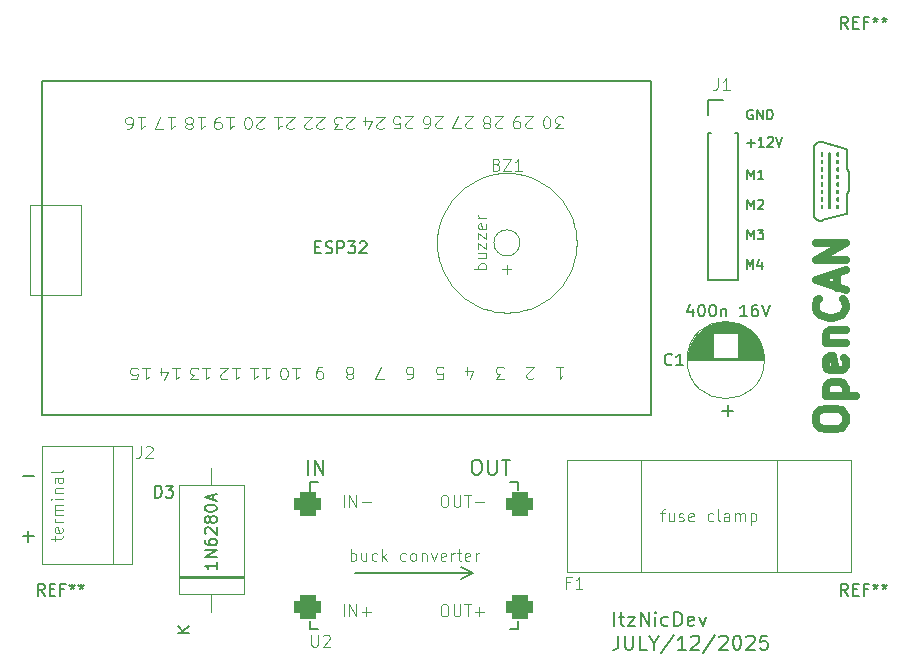
<source format=gto>
G04 #@! TF.GenerationSoftware,KiCad,Pcbnew,8.0.9*
G04 #@! TF.CreationDate,2025-07-12T12:55:35+02:00*
G04 #@! TF.ProjectId,OBD_Circuit,4f42445f-4369-4726-9375-69742e6b6963,rev?*
G04 #@! TF.SameCoordinates,Original*
G04 #@! TF.FileFunction,Legend,Top*
G04 #@! TF.FilePolarity,Positive*
%FSLAX46Y46*%
G04 Gerber Fmt 4.6, Leading zero omitted, Abs format (unit mm)*
G04 Created by KiCad (PCBNEW 8.0.9) date 2025-07-12 12:55:35*
%MOMM*%
%LPD*%
G01*
G04 APERTURE LIST*
G04 Aperture macros list*
%AMRoundRect*
0 Rectangle with rounded corners*
0 $1 Rounding radius*
0 $2 $3 $4 $5 $6 $7 $8 $9 X,Y pos of 4 corners*
0 Add a 4 corners polygon primitive as box body*
4,1,4,$2,$3,$4,$5,$6,$7,$8,$9,$2,$3,0*
0 Add four circle primitives for the rounded corners*
1,1,$1+$1,$2,$3*
1,1,$1+$1,$4,$5*
1,1,$1+$1,$6,$7*
1,1,$1+$1,$8,$9*
0 Add four rect primitives between the rounded corners*
20,1,$1+$1,$2,$3,$4,$5,0*
20,1,$1+$1,$4,$5,$6,$7,0*
20,1,$1+$1,$6,$7,$8,$9,0*
20,1,$1+$1,$8,$9,$2,$3,0*%
G04 Aperture macros list end*
%ADD10C,0.000000*%
%ADD11C,0.198437*%
%ADD12C,0.152400*%
%ADD13C,0.150000*%
%ADD14C,0.635000*%
%ADD15C,0.100000*%
%ADD16C,0.120000*%
%ADD17C,0.200000*%
%ADD18C,1.524000*%
%ADD19C,3.200000*%
%ADD20RoundRect,0.493000X-0.650000X-0.493000X0.650000X-0.493000X0.650000X0.493000X-0.650000X0.493000X0*%
%ADD21R,2.600000X2.600000*%
%ADD22O,2.600000X2.600000*%
%ADD23C,2.500000*%
%ADD24R,1.600000X1.600000*%
%ADD25C,1.600000*%
%ADD26R,2.000000X2.000000*%
%ADD27C,2.000000*%
G04 APERTURE END LIST*
D10*
G36*
X187976249Y-80852766D02*
G01*
X187980280Y-80853072D01*
X187984252Y-80853577D01*
X187988161Y-80854275D01*
X187992002Y-80855162D01*
X187995768Y-80856231D01*
X187999456Y-80857479D01*
X188003061Y-80858900D01*
X188006577Y-80860490D01*
X188009999Y-80862243D01*
X188013323Y-80864154D01*
X188016544Y-80866219D01*
X188019656Y-80868432D01*
X188022654Y-80870788D01*
X188025534Y-80873283D01*
X188028291Y-80875911D01*
X188030919Y-80878668D01*
X188033414Y-80881548D01*
X188035770Y-80884546D01*
X188037983Y-80887659D01*
X188040048Y-80890879D01*
X188041959Y-80894203D01*
X188043712Y-80897625D01*
X188045302Y-80901141D01*
X188046723Y-80904746D01*
X188047971Y-80908434D01*
X188049041Y-80912201D01*
X188049927Y-80916041D01*
X188050625Y-80919950D01*
X188051130Y-80923922D01*
X188051436Y-80927953D01*
X188051539Y-80932038D01*
X188051539Y-81170163D01*
X188051436Y-81174247D01*
X188051130Y-81178278D01*
X188050625Y-81182251D01*
X188049927Y-81186160D01*
X188049041Y-81190000D01*
X188047971Y-81193766D01*
X188046723Y-81197455D01*
X188045302Y-81201059D01*
X188043712Y-81204575D01*
X188041959Y-81207998D01*
X188040048Y-81211322D01*
X188037983Y-81214542D01*
X188035770Y-81217654D01*
X188033414Y-81220653D01*
X188030919Y-81223533D01*
X188028291Y-81226289D01*
X188025534Y-81228918D01*
X188022654Y-81231412D01*
X188019656Y-81233769D01*
X188016544Y-81235982D01*
X188013323Y-81238046D01*
X188009999Y-81239958D01*
X188006577Y-81241711D01*
X188003061Y-81243300D01*
X187999456Y-81244721D01*
X187995768Y-81245969D01*
X187992002Y-81247039D01*
X187988161Y-81247925D01*
X187984252Y-81248623D01*
X187980280Y-81249128D01*
X187976249Y-81249435D01*
X187972164Y-81249538D01*
X187932477Y-81249538D01*
X187928392Y-81249435D01*
X187924361Y-81249128D01*
X187920389Y-81248623D01*
X187916480Y-81247925D01*
X187912640Y-81247039D01*
X187908873Y-81245969D01*
X187905185Y-81244721D01*
X187901581Y-81243300D01*
X187898065Y-81241711D01*
X187894642Y-81239958D01*
X187891318Y-81238046D01*
X187888098Y-81235982D01*
X187884986Y-81233769D01*
X187881987Y-81231412D01*
X187879107Y-81228918D01*
X187876350Y-81226289D01*
X187873722Y-81223533D01*
X187871227Y-81220653D01*
X187868871Y-81217654D01*
X187866658Y-81214542D01*
X187864593Y-81211322D01*
X187862682Y-81207998D01*
X187860929Y-81204575D01*
X187859340Y-81201059D01*
X187857918Y-81197455D01*
X187856671Y-81193766D01*
X187855601Y-81190000D01*
X187854715Y-81186160D01*
X187854017Y-81182251D01*
X187853512Y-81178278D01*
X187853205Y-81174247D01*
X187853102Y-81170163D01*
X187853102Y-80932038D01*
X187853205Y-80927953D01*
X187853512Y-80923922D01*
X187854017Y-80919950D01*
X187854715Y-80916041D01*
X187855601Y-80912201D01*
X187856671Y-80908434D01*
X187857918Y-80904746D01*
X187859340Y-80901141D01*
X187860929Y-80897625D01*
X187862682Y-80894203D01*
X187864593Y-80890879D01*
X187866658Y-80887659D01*
X187868871Y-80884546D01*
X187871227Y-80881548D01*
X187873722Y-80878668D01*
X187876350Y-80875911D01*
X187879107Y-80873283D01*
X187881987Y-80870788D01*
X187884986Y-80868432D01*
X187888098Y-80866219D01*
X187891318Y-80864154D01*
X187894642Y-80862243D01*
X187898065Y-80860490D01*
X187901581Y-80858900D01*
X187905185Y-80857479D01*
X187908873Y-80856231D01*
X187912640Y-80855162D01*
X187916480Y-80854275D01*
X187920389Y-80853577D01*
X187924361Y-80853072D01*
X187928392Y-80852766D01*
X187932477Y-80852663D01*
X187972164Y-80852663D01*
X187976249Y-80852766D01*
G37*
D11*
X187869018Y-79336325D02*
X187902857Y-79338342D01*
X187936921Y-79342413D01*
X187971143Y-79348590D01*
X188005458Y-79356920D01*
X190013166Y-79908100D01*
X190018765Y-79909767D01*
X190024252Y-79911651D01*
X190029622Y-79913749D01*
X190034870Y-79916053D01*
X190039993Y-79918560D01*
X190044987Y-79921262D01*
X190049846Y-79924155D01*
X190054567Y-79927232D01*
X190059146Y-79930489D01*
X190063577Y-79933920D01*
X190067858Y-79937518D01*
X190071983Y-79941280D01*
X190075949Y-79945198D01*
X190079750Y-79949268D01*
X190083384Y-79953483D01*
X190086845Y-79957839D01*
X190090129Y-79962329D01*
X190093233Y-79966948D01*
X190096151Y-79971691D01*
X190098880Y-79976552D01*
X190101414Y-79981525D01*
X190103751Y-79986605D01*
X190105886Y-79991786D01*
X190107814Y-79997062D01*
X190109531Y-80002429D01*
X190111033Y-80007880D01*
X190112316Y-80013409D01*
X190113375Y-80019012D01*
X190114206Y-80024683D01*
X190114805Y-80030416D01*
X190115167Y-80036205D01*
X190115289Y-80042046D01*
X190115289Y-81567633D01*
X190115704Y-81584359D01*
X190116939Y-81600971D01*
X190118985Y-81617442D01*
X190121829Y-81633745D01*
X190125460Y-81649851D01*
X190129867Y-81665734D01*
X190135038Y-81681365D01*
X190140962Y-81696717D01*
X190147627Y-81711761D01*
X190155022Y-81726471D01*
X190163136Y-81740819D01*
X190171957Y-81754777D01*
X190181473Y-81768317D01*
X190191674Y-81781412D01*
X190202548Y-81794034D01*
X190214083Y-81806155D01*
X190233344Y-81825443D01*
X190238094Y-81830431D01*
X190242572Y-81835626D01*
X190246773Y-81841016D01*
X190250693Y-81846589D01*
X190254326Y-81852334D01*
X190257668Y-81858240D01*
X190260715Y-81864295D01*
X190263461Y-81870488D01*
X190265901Y-81876808D01*
X190268032Y-81883243D01*
X190269848Y-81889781D01*
X190271344Y-81896412D01*
X190272516Y-81903123D01*
X190273359Y-81909905D01*
X190273869Y-81916744D01*
X190274039Y-81923630D01*
X190274039Y-83432930D01*
X190273869Y-83439818D01*
X190273359Y-83446659D01*
X190272516Y-83453442D01*
X190271344Y-83460155D01*
X190269848Y-83466787D01*
X190268032Y-83473327D01*
X190265901Y-83479763D01*
X190263461Y-83486084D01*
X190260715Y-83492278D01*
X190257668Y-83498335D01*
X190254326Y-83504242D01*
X190250693Y-83509989D01*
X190246773Y-83515564D01*
X190242572Y-83520956D01*
X190238094Y-83526153D01*
X190233344Y-83531144D01*
X190214083Y-83550405D01*
X190202548Y-83562527D01*
X190191674Y-83575149D01*
X190181473Y-83588245D01*
X190171957Y-83601787D01*
X190163136Y-83615746D01*
X190155022Y-83630096D01*
X190147627Y-83644808D01*
X190140962Y-83659854D01*
X190135038Y-83675208D01*
X190129867Y-83690841D01*
X190125460Y-83706726D01*
X190121829Y-83722835D01*
X190118985Y-83739140D01*
X190116939Y-83755615D01*
X190115704Y-83772230D01*
X190115289Y-83788958D01*
X190115289Y-85295841D01*
X190115168Y-85301652D01*
X190114809Y-85307413D01*
X190114216Y-85313119D01*
X190113392Y-85318764D01*
X190111072Y-85329847D01*
X190107883Y-85340620D01*
X190103857Y-85351038D01*
X190099029Y-85361057D01*
X190093431Y-85370632D01*
X190087098Y-85379719D01*
X190080064Y-85388275D01*
X190072360Y-85396254D01*
X190064022Y-85403613D01*
X190055082Y-85410307D01*
X190045574Y-85416292D01*
X190035532Y-85421524D01*
X190030321Y-85423844D01*
X190024990Y-85425959D01*
X190019541Y-85427864D01*
X190013979Y-85429552D01*
X188008792Y-85993085D01*
X187974399Y-86001654D01*
X187940089Y-86008052D01*
X187905929Y-86012330D01*
X187871985Y-86014537D01*
X187838323Y-86014724D01*
X187805009Y-86012940D01*
X187772109Y-86009236D01*
X187739689Y-86003662D01*
X187707816Y-85996268D01*
X187676556Y-85987104D01*
X187645974Y-85976220D01*
X187616137Y-85963666D01*
X187587111Y-85949493D01*
X187558962Y-85933750D01*
X187531757Y-85916487D01*
X187505560Y-85897756D01*
X187480439Y-85877604D01*
X187456459Y-85856084D01*
X187433688Y-85833245D01*
X187412189Y-85809136D01*
X187392031Y-85783809D01*
X187373279Y-85757313D01*
X187355999Y-85729698D01*
X187340257Y-85701015D01*
X187326120Y-85671313D01*
X187313653Y-85640642D01*
X187302922Y-85609054D01*
X187293994Y-85576597D01*
X187286936Y-85543322D01*
X187281812Y-85509279D01*
X187278689Y-85474518D01*
X187277633Y-85439089D01*
X187277633Y-79911911D01*
X187278682Y-79876613D01*
X187281783Y-79841976D01*
X187286872Y-79808049D01*
X187293883Y-79774882D01*
X187302751Y-79742524D01*
X187313412Y-79711026D01*
X187325798Y-79680437D01*
X187339846Y-79650808D01*
X187355489Y-79622187D01*
X187372662Y-79594625D01*
X187391301Y-79568171D01*
X187411340Y-79542876D01*
X187432713Y-79518789D01*
X187455355Y-79495959D01*
X187479201Y-79474438D01*
X187504185Y-79454274D01*
X187530242Y-79435517D01*
X187557308Y-79418218D01*
X187585315Y-79402425D01*
X187614200Y-79388190D01*
X187643897Y-79375561D01*
X187674340Y-79364588D01*
X187705464Y-79355321D01*
X187737205Y-79347811D01*
X187769495Y-79342106D01*
X187802271Y-79338257D01*
X187835467Y-79336314D01*
X187869018Y-79336325D01*
D10*
G36*
X187976249Y-82122766D02*
G01*
X187980280Y-82123072D01*
X187984252Y-82123577D01*
X187988161Y-82124275D01*
X187992002Y-82125162D01*
X187995768Y-82126231D01*
X187999456Y-82127479D01*
X188003061Y-82128900D01*
X188006577Y-82130490D01*
X188009999Y-82132243D01*
X188013323Y-82134154D01*
X188016544Y-82136219D01*
X188019656Y-82138432D01*
X188022654Y-82140788D01*
X188025534Y-82143283D01*
X188028291Y-82145911D01*
X188030919Y-82148668D01*
X188033414Y-82151548D01*
X188035770Y-82154546D01*
X188037983Y-82157658D01*
X188040048Y-82160879D01*
X188041959Y-82164203D01*
X188043712Y-82167625D01*
X188045302Y-82171141D01*
X188046723Y-82174746D01*
X188047971Y-82178434D01*
X188049041Y-82182201D01*
X188049927Y-82186041D01*
X188050625Y-82189950D01*
X188051130Y-82193922D01*
X188051436Y-82197953D01*
X188051539Y-82202038D01*
X188051539Y-82440163D01*
X188051436Y-82444247D01*
X188051130Y-82448278D01*
X188050625Y-82452251D01*
X188049927Y-82456159D01*
X188049041Y-82460000D01*
X188047971Y-82463766D01*
X188046723Y-82467454D01*
X188045302Y-82471059D01*
X188043712Y-82474575D01*
X188041959Y-82477997D01*
X188040048Y-82481321D01*
X188037983Y-82484542D01*
X188035770Y-82487654D01*
X188033414Y-82490653D01*
X188030919Y-82493533D01*
X188028291Y-82496289D01*
X188025534Y-82498917D01*
X188022654Y-82501412D01*
X188019656Y-82503769D01*
X188016544Y-82505982D01*
X188013323Y-82508046D01*
X188009999Y-82509958D01*
X188006577Y-82511710D01*
X188003061Y-82513300D01*
X187999456Y-82514721D01*
X187995768Y-82515969D01*
X187992002Y-82517039D01*
X187988161Y-82517925D01*
X187984252Y-82518623D01*
X187980280Y-82519128D01*
X187976249Y-82519434D01*
X187972164Y-82519538D01*
X187932477Y-82519538D01*
X187928392Y-82519434D01*
X187924361Y-82519128D01*
X187920389Y-82518623D01*
X187916480Y-82517925D01*
X187912640Y-82517039D01*
X187908873Y-82515969D01*
X187905185Y-82514721D01*
X187901581Y-82513300D01*
X187898065Y-82511710D01*
X187894642Y-82509958D01*
X187891318Y-82508046D01*
X187888098Y-82505982D01*
X187884986Y-82503769D01*
X187881987Y-82501412D01*
X187879107Y-82498917D01*
X187876350Y-82496289D01*
X187873722Y-82493533D01*
X187871227Y-82490653D01*
X187868871Y-82487654D01*
X187866658Y-82484542D01*
X187864593Y-82481321D01*
X187862682Y-82477997D01*
X187860929Y-82474575D01*
X187859340Y-82471059D01*
X187857918Y-82467454D01*
X187856671Y-82463766D01*
X187855601Y-82460000D01*
X187854715Y-82456159D01*
X187854017Y-82452251D01*
X187853512Y-82448278D01*
X187853205Y-82444247D01*
X187853102Y-82440163D01*
X187853102Y-82202038D01*
X187853205Y-82197953D01*
X187853512Y-82193922D01*
X187854017Y-82189950D01*
X187854715Y-82186041D01*
X187855601Y-82182201D01*
X187856671Y-82178434D01*
X187857918Y-82174746D01*
X187859340Y-82171141D01*
X187860929Y-82167625D01*
X187862682Y-82164203D01*
X187864593Y-82160879D01*
X187866658Y-82157658D01*
X187868871Y-82154546D01*
X187871227Y-82151548D01*
X187873722Y-82148668D01*
X187876350Y-82145911D01*
X187879107Y-82143283D01*
X187881987Y-82140788D01*
X187884986Y-82138432D01*
X187888098Y-82136219D01*
X187891318Y-82134154D01*
X187894642Y-82132243D01*
X187898065Y-82130490D01*
X187901581Y-82128900D01*
X187905185Y-82127479D01*
X187908873Y-82126231D01*
X187912640Y-82125162D01*
X187916480Y-82124275D01*
X187920389Y-82123577D01*
X187924361Y-82123072D01*
X187928392Y-82122766D01*
X187932477Y-82122663D01*
X187972164Y-82122663D01*
X187976249Y-82122766D01*
G37*
G36*
X189325624Y-84662766D02*
G01*
X189329655Y-84663072D01*
X189333627Y-84663577D01*
X189337536Y-84664275D01*
X189341376Y-84665161D01*
X189345143Y-84666231D01*
X189348831Y-84667479D01*
X189352436Y-84668900D01*
X189355952Y-84670490D01*
X189359374Y-84672243D01*
X189362698Y-84674154D01*
X189365919Y-84676219D01*
X189369031Y-84678432D01*
X189372029Y-84680788D01*
X189374909Y-84683283D01*
X189377666Y-84685911D01*
X189380294Y-84688668D01*
X189382789Y-84691548D01*
X189385145Y-84694546D01*
X189387358Y-84697658D01*
X189389423Y-84700879D01*
X189391334Y-84704203D01*
X189393087Y-84707625D01*
X189394677Y-84711141D01*
X189396098Y-84714746D01*
X189397346Y-84718434D01*
X189398415Y-84722201D01*
X189399302Y-84726041D01*
X189400000Y-84729950D01*
X189400505Y-84733922D01*
X189400811Y-84737953D01*
X189400914Y-84742038D01*
X189400914Y-84980163D01*
X189400811Y-84984247D01*
X189400505Y-84988278D01*
X189400000Y-84992251D01*
X189399302Y-84996159D01*
X189398415Y-85000000D01*
X189397346Y-85003766D01*
X189396098Y-85007454D01*
X189394677Y-85011059D01*
X189393087Y-85014575D01*
X189391334Y-85017997D01*
X189389423Y-85021321D01*
X189387358Y-85024542D01*
X189385145Y-85027654D01*
X189382789Y-85030652D01*
X189380294Y-85033533D01*
X189377666Y-85036289D01*
X189374909Y-85038917D01*
X189372029Y-85041412D01*
X189369031Y-85043769D01*
X189365919Y-85045982D01*
X189362698Y-85048046D01*
X189359374Y-85049957D01*
X189355952Y-85051710D01*
X189352436Y-85053300D01*
X189348831Y-85054721D01*
X189345143Y-85055969D01*
X189341376Y-85057039D01*
X189337536Y-85057925D01*
X189333627Y-85058623D01*
X189329655Y-85059128D01*
X189325624Y-85059434D01*
X189321539Y-85059538D01*
X189281852Y-85059538D01*
X189277767Y-85059434D01*
X189273736Y-85059128D01*
X189269764Y-85058623D01*
X189265855Y-85057925D01*
X189262015Y-85057039D01*
X189258248Y-85055969D01*
X189254560Y-85054721D01*
X189250956Y-85053300D01*
X189247440Y-85051710D01*
X189244017Y-85049957D01*
X189240693Y-85048046D01*
X189237473Y-85045982D01*
X189234361Y-85043769D01*
X189231362Y-85041412D01*
X189228482Y-85038917D01*
X189225725Y-85036289D01*
X189223097Y-85033533D01*
X189220602Y-85030652D01*
X189218246Y-85027654D01*
X189216033Y-85024542D01*
X189213968Y-85021321D01*
X189212057Y-85017997D01*
X189210304Y-85014575D01*
X189208715Y-85011059D01*
X189207293Y-85007454D01*
X189206045Y-85003766D01*
X189204976Y-85000000D01*
X189204089Y-84996159D01*
X189203391Y-84992251D01*
X189202887Y-84988278D01*
X189202580Y-84984247D01*
X189202477Y-84980163D01*
X189202477Y-84742038D01*
X189202580Y-84737953D01*
X189202887Y-84733922D01*
X189203391Y-84729950D01*
X189204089Y-84726041D01*
X189204976Y-84722201D01*
X189206045Y-84718434D01*
X189207293Y-84714746D01*
X189208715Y-84711141D01*
X189210304Y-84707625D01*
X189212057Y-84704203D01*
X189213968Y-84700879D01*
X189216033Y-84697658D01*
X189218246Y-84694546D01*
X189220602Y-84691548D01*
X189223097Y-84688668D01*
X189225725Y-84685911D01*
X189228482Y-84683283D01*
X189231362Y-84680788D01*
X189234361Y-84678432D01*
X189237473Y-84676219D01*
X189240693Y-84674154D01*
X189244017Y-84672243D01*
X189247440Y-84670490D01*
X189250956Y-84668900D01*
X189254560Y-84667479D01*
X189258248Y-84666231D01*
X189262015Y-84665161D01*
X189265855Y-84664275D01*
X189269764Y-84663577D01*
X189273736Y-84663072D01*
X189277767Y-84662766D01*
X189281852Y-84662663D01*
X189321539Y-84662663D01*
X189325624Y-84662766D01*
G37*
G36*
X189325624Y-82757766D02*
G01*
X189329655Y-82758072D01*
X189333627Y-82758577D01*
X189337536Y-82759275D01*
X189341376Y-82760162D01*
X189345143Y-82761231D01*
X189348831Y-82762479D01*
X189352436Y-82763900D01*
X189355952Y-82765490D01*
X189359374Y-82767243D01*
X189362698Y-82769154D01*
X189365919Y-82771219D01*
X189369031Y-82773432D01*
X189372029Y-82775788D01*
X189374909Y-82778283D01*
X189377666Y-82780911D01*
X189380294Y-82783668D01*
X189382789Y-82786548D01*
X189385145Y-82789546D01*
X189387358Y-82792658D01*
X189389423Y-82795879D01*
X189391334Y-82799203D01*
X189393087Y-82802625D01*
X189394677Y-82806141D01*
X189396098Y-82809746D01*
X189397346Y-82813434D01*
X189398415Y-82817201D01*
X189399302Y-82821041D01*
X189400000Y-82824950D01*
X189400505Y-82828922D01*
X189400811Y-82832953D01*
X189400914Y-82837038D01*
X189400914Y-83075163D01*
X189400811Y-83079247D01*
X189400505Y-83083278D01*
X189400000Y-83087251D01*
X189399302Y-83091160D01*
X189398415Y-83095000D01*
X189397346Y-83098766D01*
X189396098Y-83102454D01*
X189394677Y-83106059D01*
X189393087Y-83109575D01*
X189391334Y-83112997D01*
X189389423Y-83116321D01*
X189387358Y-83119542D01*
X189385145Y-83122654D01*
X189382789Y-83125653D01*
X189380294Y-83128533D01*
X189377666Y-83131289D01*
X189374909Y-83133918D01*
X189372029Y-83136412D01*
X189369031Y-83138769D01*
X189365919Y-83140982D01*
X189362698Y-83143046D01*
X189359374Y-83144958D01*
X189355952Y-83146711D01*
X189352436Y-83148300D01*
X189348831Y-83149721D01*
X189345143Y-83150969D01*
X189341376Y-83152039D01*
X189337536Y-83152925D01*
X189333627Y-83153623D01*
X189329655Y-83154128D01*
X189325624Y-83154435D01*
X189321539Y-83154538D01*
X189281852Y-83154538D01*
X189277767Y-83154435D01*
X189273736Y-83154128D01*
X189269764Y-83153623D01*
X189265855Y-83152925D01*
X189262015Y-83152039D01*
X189258248Y-83150969D01*
X189254560Y-83149721D01*
X189250956Y-83148300D01*
X189247440Y-83146711D01*
X189244017Y-83144958D01*
X189240693Y-83143046D01*
X189237473Y-83140982D01*
X189234361Y-83138769D01*
X189231362Y-83136412D01*
X189228482Y-83133918D01*
X189225725Y-83131289D01*
X189223097Y-83128533D01*
X189220602Y-83125653D01*
X189218246Y-83122654D01*
X189216033Y-83119542D01*
X189213968Y-83116321D01*
X189212057Y-83112997D01*
X189210304Y-83109575D01*
X189208715Y-83106059D01*
X189207293Y-83102454D01*
X189206045Y-83098766D01*
X189204976Y-83095000D01*
X189204089Y-83091160D01*
X189203391Y-83087251D01*
X189202887Y-83083278D01*
X189202580Y-83079247D01*
X189202477Y-83075163D01*
X189202477Y-82837038D01*
X189202580Y-82832953D01*
X189202887Y-82828922D01*
X189203391Y-82824950D01*
X189204089Y-82821041D01*
X189204976Y-82817201D01*
X189206045Y-82813434D01*
X189207293Y-82809746D01*
X189208715Y-82806141D01*
X189210304Y-82802625D01*
X189212057Y-82799203D01*
X189213968Y-82795879D01*
X189216033Y-82792658D01*
X189218246Y-82789546D01*
X189220602Y-82786548D01*
X189223097Y-82783668D01*
X189225725Y-82780911D01*
X189228482Y-82778283D01*
X189231362Y-82775788D01*
X189234361Y-82773432D01*
X189237473Y-82771219D01*
X189240693Y-82769154D01*
X189244017Y-82767243D01*
X189247440Y-82765490D01*
X189250956Y-82763900D01*
X189254560Y-82762479D01*
X189258248Y-82761231D01*
X189262015Y-82760162D01*
X189265855Y-82759275D01*
X189269764Y-82758577D01*
X189273736Y-82758072D01*
X189277767Y-82757766D01*
X189281852Y-82757663D01*
X189321539Y-82757663D01*
X189325624Y-82757766D01*
G37*
D12*
X179598000Y-75779000D02*
X178328000Y-75779000D01*
X178328000Y-75779000D02*
X178328000Y-77049000D01*
D10*
G36*
X189325624Y-84027766D02*
G01*
X189329655Y-84028072D01*
X189333627Y-84028577D01*
X189337536Y-84029275D01*
X189341376Y-84030162D01*
X189345143Y-84031231D01*
X189348831Y-84032479D01*
X189352436Y-84033900D01*
X189355952Y-84035490D01*
X189359374Y-84037243D01*
X189362698Y-84039154D01*
X189365919Y-84041219D01*
X189369031Y-84043432D01*
X189372029Y-84045788D01*
X189374909Y-84048283D01*
X189377666Y-84050911D01*
X189380294Y-84053668D01*
X189382789Y-84056548D01*
X189385145Y-84059546D01*
X189387358Y-84062658D01*
X189389423Y-84065879D01*
X189391334Y-84069203D01*
X189393087Y-84072625D01*
X189394677Y-84076141D01*
X189396098Y-84079746D01*
X189397346Y-84083434D01*
X189398415Y-84087201D01*
X189399302Y-84091041D01*
X189400000Y-84094950D01*
X189400505Y-84098922D01*
X189400811Y-84102953D01*
X189400914Y-84107038D01*
X189400914Y-84345163D01*
X189400811Y-84349247D01*
X189400505Y-84353278D01*
X189400000Y-84357251D01*
X189399302Y-84361159D01*
X189398415Y-84365000D01*
X189397346Y-84368766D01*
X189396098Y-84372454D01*
X189394677Y-84376059D01*
X189393087Y-84379575D01*
X189391334Y-84382997D01*
X189389423Y-84386321D01*
X189387358Y-84389542D01*
X189385145Y-84392654D01*
X189382789Y-84395652D01*
X189380294Y-84398533D01*
X189377666Y-84401289D01*
X189374909Y-84403917D01*
X189372029Y-84406412D01*
X189369031Y-84408769D01*
X189365919Y-84410982D01*
X189362698Y-84413046D01*
X189359374Y-84414957D01*
X189355952Y-84416710D01*
X189352436Y-84418300D01*
X189348831Y-84419721D01*
X189345143Y-84420969D01*
X189341376Y-84422039D01*
X189337536Y-84422925D01*
X189333627Y-84423623D01*
X189329655Y-84424128D01*
X189325624Y-84424434D01*
X189321539Y-84424538D01*
X189281852Y-84424538D01*
X189277767Y-84424434D01*
X189273736Y-84424128D01*
X189269764Y-84423623D01*
X189265855Y-84422925D01*
X189262015Y-84422039D01*
X189258248Y-84420969D01*
X189254560Y-84419721D01*
X189250956Y-84418300D01*
X189247440Y-84416710D01*
X189244017Y-84414957D01*
X189240693Y-84413046D01*
X189237473Y-84410982D01*
X189234361Y-84408769D01*
X189231362Y-84406412D01*
X189228482Y-84403917D01*
X189225725Y-84401289D01*
X189223097Y-84398533D01*
X189220602Y-84395652D01*
X189218246Y-84392654D01*
X189216033Y-84389542D01*
X189213968Y-84386321D01*
X189212057Y-84382997D01*
X189210304Y-84379575D01*
X189208715Y-84376059D01*
X189207293Y-84372454D01*
X189206045Y-84368766D01*
X189204976Y-84365000D01*
X189204089Y-84361159D01*
X189203391Y-84357251D01*
X189202887Y-84353278D01*
X189202580Y-84349247D01*
X189202477Y-84345163D01*
X189202477Y-84107038D01*
X189202580Y-84102953D01*
X189202887Y-84098922D01*
X189203391Y-84094950D01*
X189204089Y-84091041D01*
X189204976Y-84087201D01*
X189206045Y-84083434D01*
X189207293Y-84079746D01*
X189208715Y-84076141D01*
X189210304Y-84072625D01*
X189212057Y-84069203D01*
X189213968Y-84065879D01*
X189216033Y-84062658D01*
X189218246Y-84059546D01*
X189220602Y-84056548D01*
X189223097Y-84053668D01*
X189225725Y-84050911D01*
X189228482Y-84048283D01*
X189231362Y-84045788D01*
X189234361Y-84043432D01*
X189237473Y-84041219D01*
X189240693Y-84039154D01*
X189244017Y-84037243D01*
X189247440Y-84035490D01*
X189250956Y-84033900D01*
X189254560Y-84032479D01*
X189258248Y-84031231D01*
X189262015Y-84030162D01*
X189265855Y-84029275D01*
X189269764Y-84028577D01*
X189273736Y-84028072D01*
X189277767Y-84027766D01*
X189281852Y-84027663D01*
X189321539Y-84027663D01*
X189325624Y-84027766D01*
G37*
G36*
X187976249Y-81487766D02*
G01*
X187980280Y-81488072D01*
X187984252Y-81488577D01*
X187988161Y-81489275D01*
X187992002Y-81490162D01*
X187995768Y-81491231D01*
X187999456Y-81492479D01*
X188003061Y-81493900D01*
X188006577Y-81495490D01*
X188009999Y-81497243D01*
X188013323Y-81499154D01*
X188016544Y-81501219D01*
X188019656Y-81503432D01*
X188022654Y-81505788D01*
X188025534Y-81508283D01*
X188028291Y-81510911D01*
X188030919Y-81513668D01*
X188033414Y-81516548D01*
X188035770Y-81519546D01*
X188037983Y-81522658D01*
X188040048Y-81525879D01*
X188041959Y-81529203D01*
X188043712Y-81532625D01*
X188045302Y-81536141D01*
X188046723Y-81539746D01*
X188047971Y-81543434D01*
X188049041Y-81547201D01*
X188049927Y-81551041D01*
X188050625Y-81554950D01*
X188051130Y-81558922D01*
X188051436Y-81562953D01*
X188051539Y-81567038D01*
X188051539Y-81805163D01*
X188051436Y-81809247D01*
X188051130Y-81813278D01*
X188050625Y-81817251D01*
X188049927Y-81821160D01*
X188049041Y-81825000D01*
X188047971Y-81828766D01*
X188046723Y-81832454D01*
X188045302Y-81836059D01*
X188043712Y-81839575D01*
X188041959Y-81842998D01*
X188040048Y-81846322D01*
X188037983Y-81849542D01*
X188035770Y-81852654D01*
X188033414Y-81855653D01*
X188030919Y-81858533D01*
X188028291Y-81861289D01*
X188025534Y-81863918D01*
X188022654Y-81866412D01*
X188019656Y-81868769D01*
X188016544Y-81870982D01*
X188013323Y-81873046D01*
X188009999Y-81874958D01*
X188006577Y-81876710D01*
X188003061Y-81878300D01*
X187999456Y-81879721D01*
X187995768Y-81880969D01*
X187992002Y-81882039D01*
X187988161Y-81882925D01*
X187984252Y-81883623D01*
X187980280Y-81884128D01*
X187976249Y-81884434D01*
X187972164Y-81884538D01*
X187932477Y-81884538D01*
X187928392Y-81884434D01*
X187924361Y-81884128D01*
X187920389Y-81883623D01*
X187916480Y-81882925D01*
X187912640Y-81882039D01*
X187908873Y-81880969D01*
X187905185Y-81879721D01*
X187901581Y-81878300D01*
X187898065Y-81876710D01*
X187894642Y-81874958D01*
X187891318Y-81873046D01*
X187888098Y-81870982D01*
X187884986Y-81868769D01*
X187881987Y-81866412D01*
X187879107Y-81863918D01*
X187876350Y-81861289D01*
X187873722Y-81858533D01*
X187871227Y-81855653D01*
X187868871Y-81852654D01*
X187866658Y-81849542D01*
X187864593Y-81846322D01*
X187862682Y-81842998D01*
X187860929Y-81839575D01*
X187859340Y-81836059D01*
X187857918Y-81832454D01*
X187856671Y-81828766D01*
X187855601Y-81825000D01*
X187854715Y-81821160D01*
X187854017Y-81817251D01*
X187853512Y-81813278D01*
X187853205Y-81809247D01*
X187853102Y-81805163D01*
X187853102Y-81567038D01*
X187853205Y-81562953D01*
X187853512Y-81558922D01*
X187854017Y-81554950D01*
X187854715Y-81551041D01*
X187855601Y-81547201D01*
X187856671Y-81543434D01*
X187857918Y-81539746D01*
X187859340Y-81536141D01*
X187860929Y-81532625D01*
X187862682Y-81529203D01*
X187864593Y-81525879D01*
X187866658Y-81522658D01*
X187868871Y-81519546D01*
X187871227Y-81516548D01*
X187873722Y-81513668D01*
X187876350Y-81510911D01*
X187879107Y-81508283D01*
X187881987Y-81505788D01*
X187884986Y-81503432D01*
X187888098Y-81501219D01*
X187891318Y-81499154D01*
X187894642Y-81497243D01*
X187898065Y-81495490D01*
X187901581Y-81493900D01*
X187905185Y-81492479D01*
X187908873Y-81491231D01*
X187912640Y-81490162D01*
X187916480Y-81489275D01*
X187920389Y-81488577D01*
X187924361Y-81488072D01*
X187928392Y-81487766D01*
X187932477Y-81487663D01*
X187972164Y-81487663D01*
X187976249Y-81487766D01*
G37*
G36*
X189325624Y-82122766D02*
G01*
X189329655Y-82123072D01*
X189333627Y-82123577D01*
X189337536Y-82124275D01*
X189341376Y-82125162D01*
X189345143Y-82126231D01*
X189348831Y-82127479D01*
X189352436Y-82128900D01*
X189355952Y-82130490D01*
X189359374Y-82132243D01*
X189362698Y-82134154D01*
X189365919Y-82136219D01*
X189369031Y-82138432D01*
X189372029Y-82140788D01*
X189374909Y-82143283D01*
X189377666Y-82145911D01*
X189380294Y-82148668D01*
X189382789Y-82151548D01*
X189385145Y-82154546D01*
X189387358Y-82157658D01*
X189389423Y-82160879D01*
X189391334Y-82164203D01*
X189393087Y-82167625D01*
X189394677Y-82171141D01*
X189396098Y-82174746D01*
X189397346Y-82178434D01*
X189398415Y-82182201D01*
X189399302Y-82186041D01*
X189400000Y-82189950D01*
X189400505Y-82193922D01*
X189400811Y-82197953D01*
X189400914Y-82202038D01*
X189400914Y-82440163D01*
X189400811Y-82444247D01*
X189400505Y-82448278D01*
X189400000Y-82452251D01*
X189399302Y-82456159D01*
X189398415Y-82460000D01*
X189397346Y-82463766D01*
X189396098Y-82467454D01*
X189394677Y-82471059D01*
X189393087Y-82474575D01*
X189391334Y-82477997D01*
X189389423Y-82481321D01*
X189387358Y-82484542D01*
X189385145Y-82487654D01*
X189382789Y-82490653D01*
X189380294Y-82493533D01*
X189377666Y-82496289D01*
X189374909Y-82498917D01*
X189372029Y-82501412D01*
X189369031Y-82503769D01*
X189365919Y-82505982D01*
X189362698Y-82508046D01*
X189359374Y-82509958D01*
X189355952Y-82511710D01*
X189352436Y-82513300D01*
X189348831Y-82514721D01*
X189345143Y-82515969D01*
X189341376Y-82517039D01*
X189337536Y-82517925D01*
X189333627Y-82518623D01*
X189329655Y-82519128D01*
X189325624Y-82519434D01*
X189321539Y-82519538D01*
X189281852Y-82519538D01*
X189277767Y-82519434D01*
X189273736Y-82519128D01*
X189269764Y-82518623D01*
X189265855Y-82517925D01*
X189262015Y-82517039D01*
X189258248Y-82515969D01*
X189254560Y-82514721D01*
X189250956Y-82513300D01*
X189247440Y-82511710D01*
X189244017Y-82509958D01*
X189240693Y-82508046D01*
X189237473Y-82505982D01*
X189234361Y-82503769D01*
X189231362Y-82501412D01*
X189228482Y-82498917D01*
X189225725Y-82496289D01*
X189223097Y-82493533D01*
X189220602Y-82490653D01*
X189218246Y-82487654D01*
X189216033Y-82484542D01*
X189213968Y-82481321D01*
X189212057Y-82477997D01*
X189210304Y-82474575D01*
X189208715Y-82471059D01*
X189207293Y-82467454D01*
X189206045Y-82463766D01*
X189204976Y-82460000D01*
X189204089Y-82456159D01*
X189203391Y-82452251D01*
X189202887Y-82448278D01*
X189202580Y-82444247D01*
X189202477Y-82440163D01*
X189202477Y-82202038D01*
X189202580Y-82197953D01*
X189202887Y-82193922D01*
X189203391Y-82189950D01*
X189204089Y-82186041D01*
X189204976Y-82182201D01*
X189206045Y-82178434D01*
X189207293Y-82174746D01*
X189208715Y-82171141D01*
X189210304Y-82167625D01*
X189212057Y-82164203D01*
X189213968Y-82160879D01*
X189216033Y-82157658D01*
X189218246Y-82154546D01*
X189220602Y-82151548D01*
X189223097Y-82148668D01*
X189225725Y-82145911D01*
X189228482Y-82143283D01*
X189231362Y-82140788D01*
X189234361Y-82138432D01*
X189237473Y-82136219D01*
X189240693Y-82134154D01*
X189244017Y-82132243D01*
X189247440Y-82130490D01*
X189250956Y-82128900D01*
X189254560Y-82127479D01*
X189258248Y-82126231D01*
X189262015Y-82125162D01*
X189265855Y-82124275D01*
X189269764Y-82123577D01*
X189273736Y-82123072D01*
X189277767Y-82122766D01*
X189281852Y-82122663D01*
X189321539Y-82122663D01*
X189325624Y-82122766D01*
G37*
G36*
X187976249Y-83392766D02*
G01*
X187980280Y-83393073D01*
X187984252Y-83393577D01*
X187988161Y-83394275D01*
X187992002Y-83395162D01*
X187995768Y-83396231D01*
X187999456Y-83397479D01*
X188003061Y-83398900D01*
X188006577Y-83400490D01*
X188009999Y-83402243D01*
X188013323Y-83404154D01*
X188016544Y-83406219D01*
X188019656Y-83408432D01*
X188022654Y-83410788D01*
X188025534Y-83413283D01*
X188028291Y-83415911D01*
X188030919Y-83418668D01*
X188033414Y-83421548D01*
X188035770Y-83424546D01*
X188037983Y-83427658D01*
X188040048Y-83430879D01*
X188041959Y-83434203D01*
X188043712Y-83437625D01*
X188045302Y-83441141D01*
X188046723Y-83444746D01*
X188047971Y-83448434D01*
X188049041Y-83452201D01*
X188049927Y-83456041D01*
X188050625Y-83459950D01*
X188051130Y-83463922D01*
X188051436Y-83467953D01*
X188051539Y-83472038D01*
X188051539Y-83710163D01*
X188051436Y-83714247D01*
X188051130Y-83718278D01*
X188050625Y-83722251D01*
X188049927Y-83726160D01*
X188049041Y-83730000D01*
X188047971Y-83733766D01*
X188046723Y-83737454D01*
X188045302Y-83741059D01*
X188043712Y-83744575D01*
X188041959Y-83747998D01*
X188040048Y-83751321D01*
X188037983Y-83754542D01*
X188035770Y-83757654D01*
X188033414Y-83760653D01*
X188030919Y-83763533D01*
X188028291Y-83766289D01*
X188025534Y-83768917D01*
X188022654Y-83771412D01*
X188019656Y-83773769D01*
X188016544Y-83775982D01*
X188013323Y-83778046D01*
X188009999Y-83779958D01*
X188006577Y-83781710D01*
X188003061Y-83783300D01*
X187999456Y-83784721D01*
X187995768Y-83785969D01*
X187992002Y-83787039D01*
X187988161Y-83787925D01*
X187984252Y-83788623D01*
X187980280Y-83789128D01*
X187976249Y-83789434D01*
X187972164Y-83789538D01*
X187932477Y-83789538D01*
X187928392Y-83789434D01*
X187924361Y-83789128D01*
X187920389Y-83788623D01*
X187916480Y-83787925D01*
X187912640Y-83787039D01*
X187908873Y-83785969D01*
X187905185Y-83784721D01*
X187901581Y-83783300D01*
X187898065Y-83781710D01*
X187894642Y-83779958D01*
X187891318Y-83778046D01*
X187888098Y-83775982D01*
X187884986Y-83773769D01*
X187881987Y-83771412D01*
X187879107Y-83768917D01*
X187876350Y-83766289D01*
X187873722Y-83763533D01*
X187871227Y-83760653D01*
X187868871Y-83757654D01*
X187866658Y-83754542D01*
X187864593Y-83751321D01*
X187862682Y-83747998D01*
X187860929Y-83744575D01*
X187859340Y-83741059D01*
X187857918Y-83737454D01*
X187856671Y-83733766D01*
X187855601Y-83730000D01*
X187854715Y-83726160D01*
X187854017Y-83722251D01*
X187853512Y-83718278D01*
X187853205Y-83714247D01*
X187853102Y-83710163D01*
X187853102Y-83472038D01*
X187853205Y-83467953D01*
X187853512Y-83463922D01*
X187854017Y-83459950D01*
X187854715Y-83456041D01*
X187855601Y-83452201D01*
X187856671Y-83448434D01*
X187857918Y-83444746D01*
X187859340Y-83441141D01*
X187860929Y-83437625D01*
X187862682Y-83434203D01*
X187864593Y-83430879D01*
X187866658Y-83427658D01*
X187868871Y-83424546D01*
X187871227Y-83421548D01*
X187873722Y-83418668D01*
X187876350Y-83415911D01*
X187879107Y-83413283D01*
X187881987Y-83410788D01*
X187884986Y-83408432D01*
X187888098Y-83406219D01*
X187891318Y-83404154D01*
X187894642Y-83402243D01*
X187898065Y-83400490D01*
X187901581Y-83398900D01*
X187905185Y-83397479D01*
X187908873Y-83396231D01*
X187912640Y-83395162D01*
X187916480Y-83394275D01*
X187920389Y-83393577D01*
X187924361Y-83393073D01*
X187928392Y-83392766D01*
X187932477Y-83392663D01*
X187972164Y-83392663D01*
X187976249Y-83392766D01*
G37*
G36*
X189325624Y-80217766D02*
G01*
X189329655Y-80218072D01*
X189333627Y-80218577D01*
X189337536Y-80219275D01*
X189341376Y-80220162D01*
X189345143Y-80221231D01*
X189348831Y-80222479D01*
X189352436Y-80223900D01*
X189355952Y-80225490D01*
X189359374Y-80227243D01*
X189362698Y-80229154D01*
X189365919Y-80231219D01*
X189369031Y-80233432D01*
X189372029Y-80235788D01*
X189374909Y-80238283D01*
X189377666Y-80240911D01*
X189380294Y-80243668D01*
X189382789Y-80246548D01*
X189385145Y-80249546D01*
X189387358Y-80252658D01*
X189389423Y-80255879D01*
X189391334Y-80259203D01*
X189393087Y-80262625D01*
X189394677Y-80266141D01*
X189396098Y-80269746D01*
X189397346Y-80273434D01*
X189398415Y-80277201D01*
X189399302Y-80281041D01*
X189400000Y-80284950D01*
X189400505Y-80288922D01*
X189400811Y-80292953D01*
X189400914Y-80297038D01*
X189400914Y-80535163D01*
X189400811Y-80539247D01*
X189400505Y-80543278D01*
X189400000Y-80547251D01*
X189399302Y-80551160D01*
X189398415Y-80555000D01*
X189397346Y-80558767D01*
X189396098Y-80562455D01*
X189394677Y-80566059D01*
X189393087Y-80569575D01*
X189391334Y-80572998D01*
X189389423Y-80576322D01*
X189387358Y-80579542D01*
X189385145Y-80582654D01*
X189382789Y-80585653D01*
X189380294Y-80588533D01*
X189377666Y-80591290D01*
X189374909Y-80593918D01*
X189372029Y-80596413D01*
X189369031Y-80598769D01*
X189365919Y-80600982D01*
X189362698Y-80603047D01*
X189359374Y-80604958D01*
X189355952Y-80606711D01*
X189352436Y-80608300D01*
X189348831Y-80609721D01*
X189345143Y-80610969D01*
X189341376Y-80612039D01*
X189337536Y-80612925D01*
X189333627Y-80613623D01*
X189329655Y-80614128D01*
X189325624Y-80614435D01*
X189321539Y-80614538D01*
X189281852Y-80614538D01*
X189277767Y-80614435D01*
X189273736Y-80614128D01*
X189269764Y-80613623D01*
X189265855Y-80612925D01*
X189262015Y-80612039D01*
X189258248Y-80610969D01*
X189254560Y-80609721D01*
X189250956Y-80608300D01*
X189247440Y-80606711D01*
X189244017Y-80604958D01*
X189240693Y-80603047D01*
X189237473Y-80600982D01*
X189234361Y-80598769D01*
X189231362Y-80596413D01*
X189228482Y-80593918D01*
X189225725Y-80591290D01*
X189223097Y-80588533D01*
X189220602Y-80585653D01*
X189218246Y-80582654D01*
X189216033Y-80579542D01*
X189213968Y-80576322D01*
X189212057Y-80572998D01*
X189210304Y-80569575D01*
X189208715Y-80566059D01*
X189207293Y-80562455D01*
X189206045Y-80558767D01*
X189204976Y-80555000D01*
X189204089Y-80551160D01*
X189203391Y-80547251D01*
X189202887Y-80543278D01*
X189202580Y-80539247D01*
X189202477Y-80535163D01*
X189202477Y-80297038D01*
X189202580Y-80292953D01*
X189202887Y-80288922D01*
X189203391Y-80284950D01*
X189204089Y-80281041D01*
X189204976Y-80277201D01*
X189206045Y-80273434D01*
X189207293Y-80269746D01*
X189208715Y-80266141D01*
X189210304Y-80262625D01*
X189212057Y-80259203D01*
X189213968Y-80255879D01*
X189216033Y-80252658D01*
X189218246Y-80249546D01*
X189220602Y-80246548D01*
X189223097Y-80243668D01*
X189225725Y-80240911D01*
X189228482Y-80238283D01*
X189231362Y-80235788D01*
X189234361Y-80233432D01*
X189237473Y-80231219D01*
X189240693Y-80229154D01*
X189244017Y-80227243D01*
X189247440Y-80225490D01*
X189250956Y-80223900D01*
X189254560Y-80222479D01*
X189258248Y-80221231D01*
X189262015Y-80220162D01*
X189265855Y-80219275D01*
X189269764Y-80218577D01*
X189273736Y-80218072D01*
X189277767Y-80217766D01*
X189281852Y-80217663D01*
X189321539Y-80217663D01*
X189325624Y-80217766D01*
G37*
G36*
X187976249Y-84027766D02*
G01*
X187980280Y-84028072D01*
X187984252Y-84028577D01*
X187988161Y-84029275D01*
X187992002Y-84030162D01*
X187995768Y-84031231D01*
X187999456Y-84032479D01*
X188003061Y-84033900D01*
X188006577Y-84035490D01*
X188009999Y-84037243D01*
X188013323Y-84039154D01*
X188016544Y-84041219D01*
X188019656Y-84043432D01*
X188022654Y-84045788D01*
X188025534Y-84048283D01*
X188028291Y-84050911D01*
X188030919Y-84053668D01*
X188033414Y-84056548D01*
X188035770Y-84059546D01*
X188037983Y-84062658D01*
X188040048Y-84065879D01*
X188041959Y-84069203D01*
X188043712Y-84072625D01*
X188045302Y-84076141D01*
X188046723Y-84079746D01*
X188047971Y-84083434D01*
X188049041Y-84087201D01*
X188049927Y-84091041D01*
X188050625Y-84094950D01*
X188051130Y-84098922D01*
X188051436Y-84102953D01*
X188051539Y-84107038D01*
X188051539Y-84345163D01*
X188051436Y-84349247D01*
X188051130Y-84353278D01*
X188050625Y-84357251D01*
X188049927Y-84361159D01*
X188049041Y-84365000D01*
X188047971Y-84368766D01*
X188046723Y-84372454D01*
X188045302Y-84376059D01*
X188043712Y-84379575D01*
X188041959Y-84382997D01*
X188040048Y-84386321D01*
X188037983Y-84389542D01*
X188035770Y-84392654D01*
X188033414Y-84395652D01*
X188030919Y-84398533D01*
X188028291Y-84401289D01*
X188025534Y-84403917D01*
X188022654Y-84406412D01*
X188019656Y-84408769D01*
X188016544Y-84410982D01*
X188013323Y-84413046D01*
X188009999Y-84414957D01*
X188006577Y-84416710D01*
X188003061Y-84418300D01*
X187999456Y-84419721D01*
X187995768Y-84420969D01*
X187992002Y-84422039D01*
X187988161Y-84422925D01*
X187984252Y-84423623D01*
X187980280Y-84424128D01*
X187976249Y-84424434D01*
X187972164Y-84424538D01*
X187932477Y-84424538D01*
X187928392Y-84424434D01*
X187924361Y-84424128D01*
X187920389Y-84423623D01*
X187916480Y-84422925D01*
X187912640Y-84422039D01*
X187908873Y-84420969D01*
X187905185Y-84419721D01*
X187901581Y-84418300D01*
X187898065Y-84416710D01*
X187894642Y-84414957D01*
X187891318Y-84413046D01*
X187888098Y-84410982D01*
X187884986Y-84408769D01*
X187881987Y-84406412D01*
X187879107Y-84403917D01*
X187876350Y-84401289D01*
X187873722Y-84398533D01*
X187871227Y-84395652D01*
X187868871Y-84392654D01*
X187866658Y-84389542D01*
X187864593Y-84386321D01*
X187862682Y-84382997D01*
X187860929Y-84379575D01*
X187859340Y-84376059D01*
X187857918Y-84372454D01*
X187856671Y-84368766D01*
X187855601Y-84365000D01*
X187854715Y-84361159D01*
X187854017Y-84357251D01*
X187853512Y-84353278D01*
X187853205Y-84349247D01*
X187853102Y-84345163D01*
X187853102Y-84107038D01*
X187853205Y-84102953D01*
X187853512Y-84098922D01*
X187854017Y-84094950D01*
X187854715Y-84091041D01*
X187855601Y-84087201D01*
X187856671Y-84083434D01*
X187857918Y-84079746D01*
X187859340Y-84076141D01*
X187860929Y-84072625D01*
X187862682Y-84069203D01*
X187864593Y-84065879D01*
X187866658Y-84062658D01*
X187868871Y-84059546D01*
X187871227Y-84056548D01*
X187873722Y-84053668D01*
X187876350Y-84050911D01*
X187879107Y-84048283D01*
X187881987Y-84045788D01*
X187884986Y-84043432D01*
X187888098Y-84041219D01*
X187891318Y-84039154D01*
X187894642Y-84037243D01*
X187898065Y-84035490D01*
X187901581Y-84033900D01*
X187905185Y-84032479D01*
X187908873Y-84031231D01*
X187912640Y-84030162D01*
X187916480Y-84029275D01*
X187920389Y-84028577D01*
X187924361Y-84028072D01*
X187928392Y-84027766D01*
X187932477Y-84027663D01*
X187972164Y-84027663D01*
X187976249Y-84027766D01*
G37*
G36*
X187976249Y-82757766D02*
G01*
X187980280Y-82758072D01*
X187984252Y-82758577D01*
X187988161Y-82759275D01*
X187992002Y-82760162D01*
X187995768Y-82761231D01*
X187999456Y-82762479D01*
X188003061Y-82763900D01*
X188006577Y-82765490D01*
X188009999Y-82767243D01*
X188013323Y-82769154D01*
X188016544Y-82771219D01*
X188019656Y-82773432D01*
X188022654Y-82775788D01*
X188025534Y-82778283D01*
X188028291Y-82780911D01*
X188030919Y-82783668D01*
X188033414Y-82786548D01*
X188035770Y-82789546D01*
X188037983Y-82792658D01*
X188040048Y-82795879D01*
X188041959Y-82799203D01*
X188043712Y-82802625D01*
X188045302Y-82806141D01*
X188046723Y-82809746D01*
X188047971Y-82813434D01*
X188049041Y-82817201D01*
X188049927Y-82821041D01*
X188050625Y-82824950D01*
X188051130Y-82828922D01*
X188051436Y-82832953D01*
X188051539Y-82837038D01*
X188051539Y-83075163D01*
X188051436Y-83079247D01*
X188051130Y-83083278D01*
X188050625Y-83087251D01*
X188049927Y-83091160D01*
X188049041Y-83095000D01*
X188047971Y-83098766D01*
X188046723Y-83102454D01*
X188045302Y-83106059D01*
X188043712Y-83109575D01*
X188041959Y-83112997D01*
X188040048Y-83116321D01*
X188037983Y-83119542D01*
X188035770Y-83122654D01*
X188033414Y-83125653D01*
X188030919Y-83128533D01*
X188028291Y-83131289D01*
X188025534Y-83133918D01*
X188022654Y-83136412D01*
X188019656Y-83138769D01*
X188016544Y-83140982D01*
X188013323Y-83143046D01*
X188009999Y-83144958D01*
X188006577Y-83146711D01*
X188003061Y-83148300D01*
X187999456Y-83149721D01*
X187995768Y-83150969D01*
X187992002Y-83152039D01*
X187988161Y-83152925D01*
X187984252Y-83153623D01*
X187980280Y-83154128D01*
X187976249Y-83154435D01*
X187972164Y-83154538D01*
X187932477Y-83154538D01*
X187928392Y-83154435D01*
X187924361Y-83154128D01*
X187920389Y-83153623D01*
X187916480Y-83152925D01*
X187912640Y-83152039D01*
X187908873Y-83150969D01*
X187905185Y-83149721D01*
X187901581Y-83148300D01*
X187898065Y-83146711D01*
X187894642Y-83144958D01*
X187891318Y-83143046D01*
X187888098Y-83140982D01*
X187884986Y-83138769D01*
X187881987Y-83136412D01*
X187879107Y-83133918D01*
X187876350Y-83131289D01*
X187873722Y-83128533D01*
X187871227Y-83125653D01*
X187868871Y-83122654D01*
X187866658Y-83119542D01*
X187864593Y-83116321D01*
X187862682Y-83112997D01*
X187860929Y-83109575D01*
X187859340Y-83106059D01*
X187857918Y-83102454D01*
X187856671Y-83098766D01*
X187855601Y-83095000D01*
X187854715Y-83091160D01*
X187854017Y-83087251D01*
X187853512Y-83083278D01*
X187853205Y-83079247D01*
X187853102Y-83075163D01*
X187853102Y-82837038D01*
X187853205Y-82832953D01*
X187853512Y-82828922D01*
X187854017Y-82824950D01*
X187854715Y-82821041D01*
X187855601Y-82817201D01*
X187856671Y-82813434D01*
X187857918Y-82809746D01*
X187859340Y-82806141D01*
X187860929Y-82802625D01*
X187862682Y-82799203D01*
X187864593Y-82795879D01*
X187866658Y-82792658D01*
X187868871Y-82789546D01*
X187871227Y-82786548D01*
X187873722Y-82783668D01*
X187876350Y-82780911D01*
X187879107Y-82778283D01*
X187881987Y-82775788D01*
X187884986Y-82773432D01*
X187888098Y-82771219D01*
X187891318Y-82769154D01*
X187894642Y-82767243D01*
X187898065Y-82765490D01*
X187901581Y-82763900D01*
X187905185Y-82762479D01*
X187908873Y-82761231D01*
X187912640Y-82760162D01*
X187916480Y-82759275D01*
X187920389Y-82758577D01*
X187924361Y-82758072D01*
X187928392Y-82757766D01*
X187932477Y-82757663D01*
X187972164Y-82757663D01*
X187976249Y-82757766D01*
G37*
D12*
X178328000Y-78573000D02*
X178328000Y-91019000D01*
X178328000Y-91019000D02*
X180868000Y-91019000D01*
D10*
G36*
X189325624Y-84662766D02*
G01*
X189329655Y-84663072D01*
X189333627Y-84663577D01*
X189337536Y-84664275D01*
X189341376Y-84665161D01*
X189345143Y-84666231D01*
X189348831Y-84667479D01*
X189352436Y-84668900D01*
X189355952Y-84670490D01*
X189359374Y-84672243D01*
X189362698Y-84674154D01*
X189365919Y-84676219D01*
X189369031Y-84678432D01*
X189372029Y-84680788D01*
X189374909Y-84683283D01*
X189377666Y-84685911D01*
X189380294Y-84688668D01*
X189382789Y-84691548D01*
X189385145Y-84694546D01*
X189387358Y-84697658D01*
X189389423Y-84700879D01*
X189391334Y-84704203D01*
X189393087Y-84707625D01*
X189394677Y-84711141D01*
X189396098Y-84714746D01*
X189397346Y-84718434D01*
X189398415Y-84722201D01*
X189399302Y-84726041D01*
X189400000Y-84729950D01*
X189400505Y-84733922D01*
X189400811Y-84737953D01*
X189400914Y-84742038D01*
X189400914Y-84980163D01*
X189400811Y-84984247D01*
X189400505Y-84988278D01*
X189400000Y-84992251D01*
X189399302Y-84996159D01*
X189398415Y-85000000D01*
X189397346Y-85003766D01*
X189396098Y-85007454D01*
X189394677Y-85011059D01*
X189393087Y-85014575D01*
X189391334Y-85017997D01*
X189389423Y-85021321D01*
X189387358Y-85024542D01*
X189385145Y-85027654D01*
X189382789Y-85030652D01*
X189380294Y-85033533D01*
X189377666Y-85036289D01*
X189374909Y-85038917D01*
X189372029Y-85041412D01*
X189369031Y-85043769D01*
X189365919Y-85045982D01*
X189362698Y-85048046D01*
X189359374Y-85049957D01*
X189355952Y-85051710D01*
X189352436Y-85053300D01*
X189348831Y-85054721D01*
X189345143Y-85055969D01*
X189341376Y-85057039D01*
X189337536Y-85057925D01*
X189333627Y-85058623D01*
X189329655Y-85059128D01*
X189325624Y-85059434D01*
X189321539Y-85059538D01*
X189281852Y-85059538D01*
X189277767Y-85059434D01*
X189273736Y-85059128D01*
X189269764Y-85058623D01*
X189265855Y-85057925D01*
X189262015Y-85057039D01*
X189258248Y-85055969D01*
X189254560Y-85054721D01*
X189250956Y-85053300D01*
X189247440Y-85051710D01*
X189244017Y-85049957D01*
X189240693Y-85048046D01*
X189237473Y-85045982D01*
X189234361Y-85043769D01*
X189231362Y-85041412D01*
X189228482Y-85038917D01*
X189225725Y-85036289D01*
X189223097Y-85033533D01*
X189220602Y-85030652D01*
X189218246Y-85027654D01*
X189216033Y-85024542D01*
X189213968Y-85021321D01*
X189212057Y-85017997D01*
X189210304Y-85014575D01*
X189208715Y-85011059D01*
X189207293Y-85007454D01*
X189206045Y-85003766D01*
X189204976Y-85000000D01*
X189204089Y-84996159D01*
X189203391Y-84992251D01*
X189202887Y-84988278D01*
X189202580Y-84984247D01*
X189202477Y-84980163D01*
X189202477Y-84742038D01*
X189202580Y-84737953D01*
X189202887Y-84733922D01*
X189203391Y-84729950D01*
X189204089Y-84726041D01*
X189204976Y-84722201D01*
X189206045Y-84718434D01*
X189207293Y-84714746D01*
X189208715Y-84711141D01*
X189210304Y-84707625D01*
X189212057Y-84704203D01*
X189213968Y-84700879D01*
X189216033Y-84697658D01*
X189218246Y-84694546D01*
X189220602Y-84691548D01*
X189223097Y-84688668D01*
X189225725Y-84685911D01*
X189228482Y-84683283D01*
X189231362Y-84680788D01*
X189234361Y-84678432D01*
X189237473Y-84676219D01*
X189240693Y-84674154D01*
X189244017Y-84672243D01*
X189247440Y-84670490D01*
X189250956Y-84668900D01*
X189254560Y-84667479D01*
X189258248Y-84666231D01*
X189262015Y-84665161D01*
X189265855Y-84664275D01*
X189269764Y-84663577D01*
X189273736Y-84663072D01*
X189277767Y-84662766D01*
X189281852Y-84662663D01*
X189321539Y-84662663D01*
X189325624Y-84662766D01*
G37*
G36*
X187976249Y-80217766D02*
G01*
X187980280Y-80218072D01*
X187984252Y-80218577D01*
X187988161Y-80219275D01*
X187992002Y-80220162D01*
X187995768Y-80221231D01*
X187999456Y-80222479D01*
X188003061Y-80223900D01*
X188006577Y-80225490D01*
X188009999Y-80227243D01*
X188013323Y-80229154D01*
X188016544Y-80231219D01*
X188019656Y-80233432D01*
X188022654Y-80235788D01*
X188025534Y-80238283D01*
X188028291Y-80240911D01*
X188030919Y-80243668D01*
X188033414Y-80246548D01*
X188035770Y-80249546D01*
X188037983Y-80252658D01*
X188040048Y-80255879D01*
X188041959Y-80259203D01*
X188043712Y-80262625D01*
X188045302Y-80266141D01*
X188046723Y-80269746D01*
X188047971Y-80273434D01*
X188049041Y-80277201D01*
X188049927Y-80281041D01*
X188050625Y-80284950D01*
X188051130Y-80288922D01*
X188051436Y-80292953D01*
X188051539Y-80297038D01*
X188051539Y-80535163D01*
X188051436Y-80539247D01*
X188051130Y-80543278D01*
X188050625Y-80547251D01*
X188049927Y-80551160D01*
X188049041Y-80555000D01*
X188047971Y-80558767D01*
X188046723Y-80562455D01*
X188045302Y-80566059D01*
X188043712Y-80569575D01*
X188041959Y-80572998D01*
X188040048Y-80576322D01*
X188037983Y-80579542D01*
X188035770Y-80582654D01*
X188033414Y-80585653D01*
X188030919Y-80588533D01*
X188028291Y-80591290D01*
X188025534Y-80593918D01*
X188022654Y-80596413D01*
X188019656Y-80598769D01*
X188016544Y-80600982D01*
X188013323Y-80603047D01*
X188009999Y-80604958D01*
X188006577Y-80606711D01*
X188003061Y-80608300D01*
X187999456Y-80609721D01*
X187995768Y-80610969D01*
X187992002Y-80612039D01*
X187988161Y-80612925D01*
X187984252Y-80613623D01*
X187980280Y-80614128D01*
X187976249Y-80614435D01*
X187972164Y-80614538D01*
X187932477Y-80614538D01*
X187928392Y-80614435D01*
X187924361Y-80614128D01*
X187920389Y-80613623D01*
X187916480Y-80612925D01*
X187912640Y-80612039D01*
X187908873Y-80610969D01*
X187905185Y-80609721D01*
X187901581Y-80608300D01*
X187898065Y-80606711D01*
X187894642Y-80604958D01*
X187891318Y-80603047D01*
X187888098Y-80600982D01*
X187884986Y-80598769D01*
X187881987Y-80596413D01*
X187879107Y-80593918D01*
X187876350Y-80591290D01*
X187873722Y-80588533D01*
X187871227Y-80585653D01*
X187868871Y-80582654D01*
X187866658Y-80579542D01*
X187864593Y-80576322D01*
X187862682Y-80572998D01*
X187860929Y-80569575D01*
X187859340Y-80566059D01*
X187857918Y-80562455D01*
X187856671Y-80558767D01*
X187855601Y-80555000D01*
X187854715Y-80551160D01*
X187854017Y-80547251D01*
X187853512Y-80543278D01*
X187853205Y-80539247D01*
X187853102Y-80535163D01*
X187853102Y-80297038D01*
X187853205Y-80292953D01*
X187853512Y-80288922D01*
X187854017Y-80284950D01*
X187854715Y-80281041D01*
X187855601Y-80277201D01*
X187856671Y-80273434D01*
X187857918Y-80269746D01*
X187859340Y-80266141D01*
X187860929Y-80262625D01*
X187862682Y-80259203D01*
X187864593Y-80255879D01*
X187866658Y-80252658D01*
X187868871Y-80249546D01*
X187871227Y-80246548D01*
X187873722Y-80243668D01*
X187876350Y-80240911D01*
X187879107Y-80238283D01*
X187881987Y-80235788D01*
X187884986Y-80233432D01*
X187888098Y-80231219D01*
X187891318Y-80229154D01*
X187894642Y-80227243D01*
X187898065Y-80225490D01*
X187901581Y-80223900D01*
X187905185Y-80222479D01*
X187908873Y-80221231D01*
X187912640Y-80220162D01*
X187916480Y-80219275D01*
X187920389Y-80218577D01*
X187924361Y-80218072D01*
X187928392Y-80217766D01*
X187932477Y-80217663D01*
X187972164Y-80217663D01*
X187976249Y-80217766D01*
G37*
D12*
X180868000Y-91019000D02*
X180868000Y-78573000D01*
D10*
G36*
X187976249Y-84662766D02*
G01*
X187980280Y-84663072D01*
X187984252Y-84663577D01*
X187988161Y-84664275D01*
X187992002Y-84665161D01*
X187995768Y-84666231D01*
X187999456Y-84667479D01*
X188003061Y-84668900D01*
X188006577Y-84670490D01*
X188009999Y-84672243D01*
X188013323Y-84674154D01*
X188016544Y-84676219D01*
X188019656Y-84678432D01*
X188022654Y-84680788D01*
X188025534Y-84683283D01*
X188028291Y-84685911D01*
X188030919Y-84688668D01*
X188033414Y-84691548D01*
X188035770Y-84694546D01*
X188037983Y-84697658D01*
X188040048Y-84700879D01*
X188041959Y-84704203D01*
X188043712Y-84707625D01*
X188045302Y-84711141D01*
X188046723Y-84714746D01*
X188047971Y-84718434D01*
X188049041Y-84722201D01*
X188049927Y-84726041D01*
X188050625Y-84729950D01*
X188051130Y-84733922D01*
X188051436Y-84737953D01*
X188051539Y-84742038D01*
X188051539Y-84980163D01*
X188051436Y-84984247D01*
X188051130Y-84988278D01*
X188050625Y-84992251D01*
X188049927Y-84996159D01*
X188049041Y-85000000D01*
X188047971Y-85003766D01*
X188046723Y-85007454D01*
X188045302Y-85011059D01*
X188043712Y-85014575D01*
X188041959Y-85017997D01*
X188040048Y-85021321D01*
X188037983Y-85024542D01*
X188035770Y-85027654D01*
X188033414Y-85030652D01*
X188030919Y-85033533D01*
X188028291Y-85036289D01*
X188025534Y-85038917D01*
X188022654Y-85041412D01*
X188019656Y-85043769D01*
X188016544Y-85045982D01*
X188013323Y-85048046D01*
X188009999Y-85049957D01*
X188006577Y-85051710D01*
X188003061Y-85053300D01*
X187999456Y-85054721D01*
X187995768Y-85055969D01*
X187992002Y-85057039D01*
X187988161Y-85057925D01*
X187984252Y-85058623D01*
X187980280Y-85059128D01*
X187976249Y-85059434D01*
X187972164Y-85059538D01*
X187932477Y-85059538D01*
X187928392Y-85059434D01*
X187924361Y-85059128D01*
X187920389Y-85058623D01*
X187916480Y-85057925D01*
X187912640Y-85057039D01*
X187908873Y-85055969D01*
X187905185Y-85054721D01*
X187901581Y-85053300D01*
X187898065Y-85051710D01*
X187894642Y-85049957D01*
X187891318Y-85048046D01*
X187888098Y-85045982D01*
X187884986Y-85043769D01*
X187881987Y-85041412D01*
X187879107Y-85038917D01*
X187876350Y-85036289D01*
X187873722Y-85033533D01*
X187871227Y-85030652D01*
X187868871Y-85027654D01*
X187866658Y-85024542D01*
X187864593Y-85021321D01*
X187862682Y-85017997D01*
X187860929Y-85014575D01*
X187859340Y-85011059D01*
X187857918Y-85007454D01*
X187856671Y-85003766D01*
X187855601Y-85000000D01*
X187854715Y-84996159D01*
X187854017Y-84992251D01*
X187853512Y-84988278D01*
X187853205Y-84984247D01*
X187853102Y-84980163D01*
X187853102Y-84742038D01*
X187853205Y-84737953D01*
X187853512Y-84733922D01*
X187854017Y-84729950D01*
X187854715Y-84726041D01*
X187855601Y-84722201D01*
X187856671Y-84718434D01*
X187857918Y-84714746D01*
X187859340Y-84711141D01*
X187860929Y-84707625D01*
X187862682Y-84704203D01*
X187864593Y-84700879D01*
X187866658Y-84697658D01*
X187868871Y-84694546D01*
X187871227Y-84691548D01*
X187873722Y-84688668D01*
X187876350Y-84685911D01*
X187879107Y-84683283D01*
X187881987Y-84680788D01*
X187884986Y-84678432D01*
X187888098Y-84676219D01*
X187891318Y-84674154D01*
X187894642Y-84672243D01*
X187898065Y-84670490D01*
X187901581Y-84668900D01*
X187905185Y-84667479D01*
X187908873Y-84666231D01*
X187912640Y-84665161D01*
X187916480Y-84664275D01*
X187920389Y-84663577D01*
X187924361Y-84663072D01*
X187928392Y-84662766D01*
X187932477Y-84662663D01*
X187972164Y-84662663D01*
X187976249Y-84662766D01*
G37*
G36*
X189325624Y-81487766D02*
G01*
X189329655Y-81488072D01*
X189333627Y-81488577D01*
X189337536Y-81489275D01*
X189341376Y-81490162D01*
X189345143Y-81491231D01*
X189348831Y-81492479D01*
X189352436Y-81493900D01*
X189355952Y-81495490D01*
X189359374Y-81497243D01*
X189362698Y-81499154D01*
X189365919Y-81501219D01*
X189369031Y-81503432D01*
X189372029Y-81505788D01*
X189374909Y-81508283D01*
X189377666Y-81510911D01*
X189380294Y-81513668D01*
X189382789Y-81516548D01*
X189385145Y-81519546D01*
X189387358Y-81522658D01*
X189389423Y-81525879D01*
X189391334Y-81529203D01*
X189393087Y-81532625D01*
X189394677Y-81536141D01*
X189396098Y-81539746D01*
X189397346Y-81543434D01*
X189398415Y-81547201D01*
X189399302Y-81551041D01*
X189400000Y-81554950D01*
X189400505Y-81558922D01*
X189400811Y-81562953D01*
X189400914Y-81567038D01*
X189400914Y-81805163D01*
X189400811Y-81809247D01*
X189400505Y-81813278D01*
X189400000Y-81817251D01*
X189399302Y-81821160D01*
X189398415Y-81825000D01*
X189397346Y-81828766D01*
X189396098Y-81832454D01*
X189394677Y-81836059D01*
X189393087Y-81839575D01*
X189391334Y-81842998D01*
X189389423Y-81846322D01*
X189387358Y-81849542D01*
X189385145Y-81852654D01*
X189382789Y-81855653D01*
X189380294Y-81858533D01*
X189377666Y-81861289D01*
X189374909Y-81863918D01*
X189372029Y-81866412D01*
X189369031Y-81868769D01*
X189365919Y-81870982D01*
X189362698Y-81873046D01*
X189359374Y-81874958D01*
X189355952Y-81876710D01*
X189352436Y-81878300D01*
X189348831Y-81879721D01*
X189345143Y-81880969D01*
X189341376Y-81882039D01*
X189337536Y-81882925D01*
X189333627Y-81883623D01*
X189329655Y-81884128D01*
X189325624Y-81884434D01*
X189321539Y-81884538D01*
X189281852Y-81884538D01*
X189277767Y-81884434D01*
X189273736Y-81884128D01*
X189269764Y-81883623D01*
X189265855Y-81882925D01*
X189262015Y-81882039D01*
X189258248Y-81880969D01*
X189254560Y-81879721D01*
X189250956Y-81878300D01*
X189247440Y-81876710D01*
X189244017Y-81874958D01*
X189240693Y-81873046D01*
X189237473Y-81870982D01*
X189234361Y-81868769D01*
X189231362Y-81866412D01*
X189228482Y-81863918D01*
X189225725Y-81861289D01*
X189223097Y-81858533D01*
X189220602Y-81855653D01*
X189218246Y-81852654D01*
X189216033Y-81849542D01*
X189213968Y-81846322D01*
X189212057Y-81842998D01*
X189210304Y-81839575D01*
X189208715Y-81836059D01*
X189207293Y-81832454D01*
X189206045Y-81828766D01*
X189204976Y-81825000D01*
X189204089Y-81821160D01*
X189203391Y-81817251D01*
X189202887Y-81813278D01*
X189202580Y-81809247D01*
X189202477Y-81805163D01*
X189202477Y-81567038D01*
X189202580Y-81562953D01*
X189202887Y-81558922D01*
X189203391Y-81554950D01*
X189204089Y-81551041D01*
X189204976Y-81547201D01*
X189206045Y-81543434D01*
X189207293Y-81539746D01*
X189208715Y-81536141D01*
X189210304Y-81532625D01*
X189212057Y-81529203D01*
X189213968Y-81525879D01*
X189216033Y-81522658D01*
X189218246Y-81519546D01*
X189220602Y-81516548D01*
X189223097Y-81513668D01*
X189225725Y-81510911D01*
X189228482Y-81508283D01*
X189231362Y-81505788D01*
X189234361Y-81503432D01*
X189237473Y-81501219D01*
X189240693Y-81499154D01*
X189244017Y-81497243D01*
X189247440Y-81495490D01*
X189250956Y-81493900D01*
X189254560Y-81492479D01*
X189258248Y-81491231D01*
X189262015Y-81490162D01*
X189265855Y-81489275D01*
X189269764Y-81488577D01*
X189273736Y-81488072D01*
X189277767Y-81487766D01*
X189281852Y-81487663D01*
X189321539Y-81487663D01*
X189325624Y-81487766D01*
G37*
G36*
X189325624Y-83392766D02*
G01*
X189329655Y-83393073D01*
X189333627Y-83393577D01*
X189337536Y-83394275D01*
X189341376Y-83395162D01*
X189345143Y-83396231D01*
X189348831Y-83397479D01*
X189352436Y-83398900D01*
X189355952Y-83400490D01*
X189359374Y-83402243D01*
X189362698Y-83404154D01*
X189365919Y-83406219D01*
X189369031Y-83408432D01*
X189372029Y-83410788D01*
X189374909Y-83413283D01*
X189377666Y-83415911D01*
X189380294Y-83418668D01*
X189382789Y-83421548D01*
X189385145Y-83424546D01*
X189387358Y-83427658D01*
X189389423Y-83430879D01*
X189391334Y-83434203D01*
X189393087Y-83437625D01*
X189394677Y-83441141D01*
X189396098Y-83444746D01*
X189397346Y-83448434D01*
X189398415Y-83452201D01*
X189399302Y-83456041D01*
X189400000Y-83459950D01*
X189400505Y-83463922D01*
X189400811Y-83467953D01*
X189400914Y-83472038D01*
X189400914Y-83710163D01*
X189400811Y-83714247D01*
X189400505Y-83718278D01*
X189400000Y-83722251D01*
X189399302Y-83726160D01*
X189398415Y-83730000D01*
X189397346Y-83733766D01*
X189396098Y-83737454D01*
X189394677Y-83741059D01*
X189393087Y-83744575D01*
X189391334Y-83747998D01*
X189389423Y-83751321D01*
X189387358Y-83754542D01*
X189385145Y-83757654D01*
X189382789Y-83760653D01*
X189380294Y-83763533D01*
X189377666Y-83766289D01*
X189374909Y-83768917D01*
X189372029Y-83771412D01*
X189369031Y-83773769D01*
X189365919Y-83775982D01*
X189362698Y-83778046D01*
X189359374Y-83779958D01*
X189355952Y-83781710D01*
X189352436Y-83783300D01*
X189348831Y-83784721D01*
X189345143Y-83785969D01*
X189341376Y-83787039D01*
X189337536Y-83787925D01*
X189333627Y-83788623D01*
X189329655Y-83789128D01*
X189325624Y-83789434D01*
X189321539Y-83789538D01*
X189281852Y-83789538D01*
X189277767Y-83789434D01*
X189273736Y-83789128D01*
X189269764Y-83788623D01*
X189265855Y-83787925D01*
X189262015Y-83787039D01*
X189258248Y-83785969D01*
X189254560Y-83784721D01*
X189250956Y-83783300D01*
X189247440Y-83781710D01*
X189244017Y-83779958D01*
X189240693Y-83778046D01*
X189237473Y-83775982D01*
X189234361Y-83773769D01*
X189231362Y-83771412D01*
X189228482Y-83768917D01*
X189225725Y-83766289D01*
X189223097Y-83763533D01*
X189220602Y-83760653D01*
X189218246Y-83757654D01*
X189216033Y-83754542D01*
X189213968Y-83751321D01*
X189212057Y-83747998D01*
X189210304Y-83744575D01*
X189208715Y-83741059D01*
X189207293Y-83737454D01*
X189206045Y-83733766D01*
X189204976Y-83730000D01*
X189204089Y-83726160D01*
X189203391Y-83722251D01*
X189202887Y-83718278D01*
X189202580Y-83714247D01*
X189202477Y-83710163D01*
X189202477Y-83472038D01*
X189202580Y-83467953D01*
X189202887Y-83463922D01*
X189203391Y-83459950D01*
X189204089Y-83456041D01*
X189204976Y-83452201D01*
X189206045Y-83448434D01*
X189207293Y-83444746D01*
X189208715Y-83441141D01*
X189210304Y-83437625D01*
X189212057Y-83434203D01*
X189213968Y-83430879D01*
X189216033Y-83427658D01*
X189218246Y-83424546D01*
X189220602Y-83421548D01*
X189223097Y-83418668D01*
X189225725Y-83415911D01*
X189228482Y-83413283D01*
X189231362Y-83410788D01*
X189234361Y-83408432D01*
X189237473Y-83406219D01*
X189240693Y-83404154D01*
X189244017Y-83402243D01*
X189247440Y-83400490D01*
X189250956Y-83398900D01*
X189254560Y-83397479D01*
X189258248Y-83396231D01*
X189262015Y-83395162D01*
X189265855Y-83394275D01*
X189269764Y-83393577D01*
X189273736Y-83393073D01*
X189277767Y-83392766D01*
X189281852Y-83392663D01*
X189321539Y-83392663D01*
X189325624Y-83392766D01*
G37*
G36*
X187976249Y-84662766D02*
G01*
X187980280Y-84663072D01*
X187984252Y-84663577D01*
X187988161Y-84664275D01*
X187992002Y-84665161D01*
X187995768Y-84666231D01*
X187999456Y-84667479D01*
X188003061Y-84668900D01*
X188006577Y-84670490D01*
X188009999Y-84672243D01*
X188013323Y-84674154D01*
X188016544Y-84676219D01*
X188019656Y-84678432D01*
X188022654Y-84680788D01*
X188025534Y-84683283D01*
X188028291Y-84685911D01*
X188030919Y-84688668D01*
X188033414Y-84691548D01*
X188035770Y-84694546D01*
X188037983Y-84697658D01*
X188040048Y-84700879D01*
X188041959Y-84704203D01*
X188043712Y-84707625D01*
X188045302Y-84711141D01*
X188046723Y-84714746D01*
X188047971Y-84718434D01*
X188049041Y-84722201D01*
X188049927Y-84726041D01*
X188050625Y-84729950D01*
X188051130Y-84733922D01*
X188051436Y-84737953D01*
X188051539Y-84742038D01*
X188051539Y-84980163D01*
X188051436Y-84984247D01*
X188051130Y-84988278D01*
X188050625Y-84992251D01*
X188049927Y-84996159D01*
X188049041Y-85000000D01*
X188047971Y-85003766D01*
X188046723Y-85007454D01*
X188045302Y-85011059D01*
X188043712Y-85014575D01*
X188041959Y-85017997D01*
X188040048Y-85021321D01*
X188037983Y-85024542D01*
X188035770Y-85027654D01*
X188033414Y-85030652D01*
X188030919Y-85033533D01*
X188028291Y-85036289D01*
X188025534Y-85038917D01*
X188022654Y-85041412D01*
X188019656Y-85043769D01*
X188016544Y-85045982D01*
X188013323Y-85048046D01*
X188009999Y-85049957D01*
X188006577Y-85051710D01*
X188003061Y-85053300D01*
X187999456Y-85054721D01*
X187995768Y-85055969D01*
X187992002Y-85057039D01*
X187988161Y-85057925D01*
X187984252Y-85058623D01*
X187980280Y-85059128D01*
X187976249Y-85059434D01*
X187972164Y-85059538D01*
X187932477Y-85059538D01*
X187928392Y-85059434D01*
X187924361Y-85059128D01*
X187920389Y-85058623D01*
X187916480Y-85057925D01*
X187912640Y-85057039D01*
X187908873Y-85055969D01*
X187905185Y-85054721D01*
X187901581Y-85053300D01*
X187898065Y-85051710D01*
X187894642Y-85049957D01*
X187891318Y-85048046D01*
X187888098Y-85045982D01*
X187884986Y-85043769D01*
X187881987Y-85041412D01*
X187879107Y-85038917D01*
X187876350Y-85036289D01*
X187873722Y-85033533D01*
X187871227Y-85030652D01*
X187868871Y-85027654D01*
X187866658Y-85024542D01*
X187864593Y-85021321D01*
X187862682Y-85017997D01*
X187860929Y-85014575D01*
X187859340Y-85011059D01*
X187857918Y-85007454D01*
X187856671Y-85003766D01*
X187855601Y-85000000D01*
X187854715Y-84996159D01*
X187854017Y-84992251D01*
X187853512Y-84988278D01*
X187853205Y-84984247D01*
X187853102Y-84980163D01*
X187853102Y-84742038D01*
X187853205Y-84737953D01*
X187853512Y-84733922D01*
X187854017Y-84729950D01*
X187854715Y-84726041D01*
X187855601Y-84722201D01*
X187856671Y-84718434D01*
X187857918Y-84714746D01*
X187859340Y-84711141D01*
X187860929Y-84707625D01*
X187862682Y-84704203D01*
X187864593Y-84700879D01*
X187866658Y-84697658D01*
X187868871Y-84694546D01*
X187871227Y-84691548D01*
X187873722Y-84688668D01*
X187876350Y-84685911D01*
X187879107Y-84683283D01*
X187881987Y-84680788D01*
X187884986Y-84678432D01*
X187888098Y-84676219D01*
X187891318Y-84674154D01*
X187894642Y-84672243D01*
X187898065Y-84670490D01*
X187901581Y-84668900D01*
X187905185Y-84667479D01*
X187908873Y-84666231D01*
X187912640Y-84665161D01*
X187916480Y-84664275D01*
X187920389Y-84663577D01*
X187924361Y-84663072D01*
X187928392Y-84662766D01*
X187932477Y-84662663D01*
X187972164Y-84662663D01*
X187976249Y-84662766D01*
G37*
D12*
X180868000Y-78573000D02*
X180614000Y-78573000D01*
D10*
G36*
X188632114Y-80217792D02*
G01*
X188637153Y-80218175D01*
X188642118Y-80218805D01*
X188647004Y-80219678D01*
X188651804Y-80220786D01*
X188656513Y-80222122D01*
X188661123Y-80223682D01*
X188665628Y-80225458D01*
X188670023Y-80227445D01*
X188674301Y-80229635D01*
X188678456Y-80232024D01*
X188682482Y-80234605D01*
X188686372Y-80237371D01*
X188690120Y-80240316D01*
X188693720Y-80243434D01*
X188697166Y-80246719D01*
X188700452Y-80250164D01*
X188703570Y-80253764D01*
X188706516Y-80257512D01*
X188709282Y-80261402D01*
X188711863Y-80265428D01*
X188714252Y-80269583D01*
X188716443Y-80273861D01*
X188718430Y-80278256D01*
X188720206Y-80282762D01*
X188721766Y-80287373D01*
X188723103Y-80292081D01*
X188724211Y-80296882D01*
X188725084Y-80301769D01*
X188725715Y-80306735D01*
X188726098Y-80311775D01*
X188726227Y-80316882D01*
X188726227Y-84960319D01*
X188726098Y-84965425D01*
X188725715Y-84970463D01*
X188725084Y-84975429D01*
X188724211Y-84980315D01*
X188723103Y-84985115D01*
X188721766Y-84989823D01*
X188720206Y-84994433D01*
X188718430Y-84998939D01*
X188716443Y-85003334D01*
X188714252Y-85007612D01*
X188711863Y-85011767D01*
X188709282Y-85015793D01*
X188706516Y-85019683D01*
X188703570Y-85023431D01*
X188700452Y-85027031D01*
X188697166Y-85030477D01*
X188693720Y-85033762D01*
X188690120Y-85036881D01*
X188686372Y-85039826D01*
X188682482Y-85042592D01*
X188678456Y-85045173D01*
X188674301Y-85047562D01*
X188670023Y-85049753D01*
X188665628Y-85051740D01*
X188661123Y-85053517D01*
X188656513Y-85055077D01*
X188651804Y-85056414D01*
X188647004Y-85057522D01*
X188642118Y-85058394D01*
X188637153Y-85059025D01*
X188632114Y-85059408D01*
X188627008Y-85059538D01*
X188621902Y-85059408D01*
X188616864Y-85059025D01*
X188611898Y-85058394D01*
X188607012Y-85057522D01*
X188602212Y-85056414D01*
X188597504Y-85055077D01*
X188592894Y-85053517D01*
X188588388Y-85051740D01*
X188583993Y-85049753D01*
X188579715Y-85047562D01*
X188575560Y-85045173D01*
X188571534Y-85042592D01*
X188567644Y-85039826D01*
X188563896Y-85036881D01*
X188560296Y-85033762D01*
X188556850Y-85030477D01*
X188553565Y-85027031D01*
X188550446Y-85023431D01*
X188547501Y-85019683D01*
X188544735Y-85015793D01*
X188542154Y-85011767D01*
X188539765Y-85007612D01*
X188537574Y-85003334D01*
X188535587Y-84998939D01*
X188533810Y-84994433D01*
X188532250Y-84989823D01*
X188530913Y-84985115D01*
X188529805Y-84980315D01*
X188528933Y-84975429D01*
X188528302Y-84970463D01*
X188527919Y-84965425D01*
X188527789Y-84960319D01*
X188527789Y-80316882D01*
X188527919Y-80311775D01*
X188528302Y-80306735D01*
X188528933Y-80301769D01*
X188529805Y-80296882D01*
X188530913Y-80292081D01*
X188532250Y-80287373D01*
X188533810Y-80282762D01*
X188535587Y-80278256D01*
X188537574Y-80273861D01*
X188539765Y-80269583D01*
X188542154Y-80265428D01*
X188544735Y-80261402D01*
X188547501Y-80257512D01*
X188550446Y-80253764D01*
X188553565Y-80250164D01*
X188556850Y-80246719D01*
X188560296Y-80243434D01*
X188563896Y-80240316D01*
X188567644Y-80237371D01*
X188571534Y-80234605D01*
X188575560Y-80232024D01*
X188579715Y-80229635D01*
X188583993Y-80227445D01*
X188588388Y-80225458D01*
X188592894Y-80223682D01*
X188597504Y-80222122D01*
X188602212Y-80220786D01*
X188607012Y-80219678D01*
X188611898Y-80218805D01*
X188616864Y-80218175D01*
X188621902Y-80217792D01*
X188627008Y-80217663D01*
X188632114Y-80217792D01*
G37*
D12*
X178328000Y-78573000D02*
X178582000Y-78573000D01*
D10*
G36*
X189325624Y-80852766D02*
G01*
X189329655Y-80853072D01*
X189333627Y-80853577D01*
X189337536Y-80854275D01*
X189341376Y-80855162D01*
X189345143Y-80856231D01*
X189348831Y-80857479D01*
X189352436Y-80858900D01*
X189355952Y-80860490D01*
X189359374Y-80862243D01*
X189362698Y-80864154D01*
X189365919Y-80866219D01*
X189369031Y-80868432D01*
X189372029Y-80870788D01*
X189374909Y-80873283D01*
X189377666Y-80875911D01*
X189380294Y-80878668D01*
X189382789Y-80881548D01*
X189385145Y-80884546D01*
X189387358Y-80887659D01*
X189389423Y-80890879D01*
X189391334Y-80894203D01*
X189393087Y-80897625D01*
X189394677Y-80901141D01*
X189396098Y-80904746D01*
X189397346Y-80908434D01*
X189398415Y-80912201D01*
X189399302Y-80916041D01*
X189400000Y-80919950D01*
X189400505Y-80923922D01*
X189400811Y-80927953D01*
X189400914Y-80932038D01*
X189400914Y-81170163D01*
X189400811Y-81174247D01*
X189400505Y-81178278D01*
X189400000Y-81182251D01*
X189399302Y-81186160D01*
X189398415Y-81190000D01*
X189397346Y-81193766D01*
X189396098Y-81197455D01*
X189394677Y-81201059D01*
X189393087Y-81204575D01*
X189391334Y-81207998D01*
X189389423Y-81211322D01*
X189387358Y-81214542D01*
X189385145Y-81217654D01*
X189382789Y-81220653D01*
X189380294Y-81223533D01*
X189377666Y-81226289D01*
X189374909Y-81228918D01*
X189372029Y-81231412D01*
X189369031Y-81233769D01*
X189365919Y-81235982D01*
X189362698Y-81238046D01*
X189359374Y-81239958D01*
X189355952Y-81241711D01*
X189352436Y-81243300D01*
X189348831Y-81244721D01*
X189345143Y-81245969D01*
X189341376Y-81247039D01*
X189337536Y-81247925D01*
X189333627Y-81248623D01*
X189329655Y-81249128D01*
X189325624Y-81249435D01*
X189321539Y-81249538D01*
X189281852Y-81249538D01*
X189277767Y-81249435D01*
X189273736Y-81249128D01*
X189269764Y-81248623D01*
X189265855Y-81247925D01*
X189262015Y-81247039D01*
X189258248Y-81245969D01*
X189254560Y-81244721D01*
X189250956Y-81243300D01*
X189247440Y-81241711D01*
X189244017Y-81239958D01*
X189240693Y-81238046D01*
X189237473Y-81235982D01*
X189234361Y-81233769D01*
X189231362Y-81231412D01*
X189228482Y-81228918D01*
X189225725Y-81226289D01*
X189223097Y-81223533D01*
X189220602Y-81220653D01*
X189218246Y-81217654D01*
X189216033Y-81214542D01*
X189213968Y-81211322D01*
X189212057Y-81207998D01*
X189210304Y-81204575D01*
X189208715Y-81201059D01*
X189207293Y-81197455D01*
X189206045Y-81193766D01*
X189204976Y-81190000D01*
X189204089Y-81186160D01*
X189203391Y-81182251D01*
X189202887Y-81178278D01*
X189202580Y-81174247D01*
X189202477Y-81170163D01*
X189202477Y-80932038D01*
X189202580Y-80927953D01*
X189202887Y-80923922D01*
X189203391Y-80919950D01*
X189204089Y-80916041D01*
X189204976Y-80912201D01*
X189206045Y-80908434D01*
X189207293Y-80904746D01*
X189208715Y-80901141D01*
X189210304Y-80897625D01*
X189212057Y-80894203D01*
X189213968Y-80890879D01*
X189216033Y-80887659D01*
X189218246Y-80884546D01*
X189220602Y-80881548D01*
X189223097Y-80878668D01*
X189225725Y-80875911D01*
X189228482Y-80873283D01*
X189231362Y-80870788D01*
X189234361Y-80868432D01*
X189237473Y-80866219D01*
X189240693Y-80864154D01*
X189244017Y-80862243D01*
X189247440Y-80860490D01*
X189250956Y-80858900D01*
X189254560Y-80857479D01*
X189258248Y-80856231D01*
X189262015Y-80855162D01*
X189265855Y-80854275D01*
X189269764Y-80853577D01*
X189273736Y-80853072D01*
X189277767Y-80852766D01*
X189281852Y-80852663D01*
X189321539Y-80852663D01*
X189325624Y-80852766D01*
G37*
D13*
X170727255Y-121145342D02*
X170727255Y-122002485D01*
X170727255Y-122002485D02*
X170670112Y-122173914D01*
X170670112Y-122173914D02*
X170555826Y-122288200D01*
X170555826Y-122288200D02*
X170384398Y-122345342D01*
X170384398Y-122345342D02*
X170270112Y-122345342D01*
X171298684Y-121145342D02*
X171298684Y-122116771D01*
X171298684Y-122116771D02*
X171355827Y-122231057D01*
X171355827Y-122231057D02*
X171412970Y-122288200D01*
X171412970Y-122288200D02*
X171527255Y-122345342D01*
X171527255Y-122345342D02*
X171755827Y-122345342D01*
X171755827Y-122345342D02*
X171870112Y-122288200D01*
X171870112Y-122288200D02*
X171927255Y-122231057D01*
X171927255Y-122231057D02*
X171984398Y-122116771D01*
X171984398Y-122116771D02*
X171984398Y-121145342D01*
X173127255Y-122345342D02*
X172555827Y-122345342D01*
X172555827Y-122345342D02*
X172555827Y-121145342D01*
X173755827Y-121773914D02*
X173755827Y-122345342D01*
X173355827Y-121145342D02*
X173755827Y-121773914D01*
X173755827Y-121773914D02*
X174155827Y-121145342D01*
X175412970Y-121088200D02*
X174384398Y-122631057D01*
X176441541Y-122345342D02*
X175755827Y-122345342D01*
X176098684Y-122345342D02*
X176098684Y-121145342D01*
X176098684Y-121145342D02*
X175984398Y-121316771D01*
X175984398Y-121316771D02*
X175870113Y-121431057D01*
X175870113Y-121431057D02*
X175755827Y-121488200D01*
X176898684Y-121259628D02*
X176955827Y-121202485D01*
X176955827Y-121202485D02*
X177070113Y-121145342D01*
X177070113Y-121145342D02*
X177355827Y-121145342D01*
X177355827Y-121145342D02*
X177470113Y-121202485D01*
X177470113Y-121202485D02*
X177527255Y-121259628D01*
X177527255Y-121259628D02*
X177584398Y-121373914D01*
X177584398Y-121373914D02*
X177584398Y-121488200D01*
X177584398Y-121488200D02*
X177527255Y-121659628D01*
X177527255Y-121659628D02*
X176841541Y-122345342D01*
X176841541Y-122345342D02*
X177584398Y-122345342D01*
X178955827Y-121088200D02*
X177927255Y-122631057D01*
X179298684Y-121259628D02*
X179355827Y-121202485D01*
X179355827Y-121202485D02*
X179470113Y-121145342D01*
X179470113Y-121145342D02*
X179755827Y-121145342D01*
X179755827Y-121145342D02*
X179870113Y-121202485D01*
X179870113Y-121202485D02*
X179927255Y-121259628D01*
X179927255Y-121259628D02*
X179984398Y-121373914D01*
X179984398Y-121373914D02*
X179984398Y-121488200D01*
X179984398Y-121488200D02*
X179927255Y-121659628D01*
X179927255Y-121659628D02*
X179241541Y-122345342D01*
X179241541Y-122345342D02*
X179984398Y-122345342D01*
X180727255Y-121145342D02*
X180841541Y-121145342D01*
X180841541Y-121145342D02*
X180955827Y-121202485D01*
X180955827Y-121202485D02*
X181012970Y-121259628D01*
X181012970Y-121259628D02*
X181070112Y-121373914D01*
X181070112Y-121373914D02*
X181127255Y-121602485D01*
X181127255Y-121602485D02*
X181127255Y-121888200D01*
X181127255Y-121888200D02*
X181070112Y-122116771D01*
X181070112Y-122116771D02*
X181012970Y-122231057D01*
X181012970Y-122231057D02*
X180955827Y-122288200D01*
X180955827Y-122288200D02*
X180841541Y-122345342D01*
X180841541Y-122345342D02*
X180727255Y-122345342D01*
X180727255Y-122345342D02*
X180612970Y-122288200D01*
X180612970Y-122288200D02*
X180555827Y-122231057D01*
X180555827Y-122231057D02*
X180498684Y-122116771D01*
X180498684Y-122116771D02*
X180441541Y-121888200D01*
X180441541Y-121888200D02*
X180441541Y-121602485D01*
X180441541Y-121602485D02*
X180498684Y-121373914D01*
X180498684Y-121373914D02*
X180555827Y-121259628D01*
X180555827Y-121259628D02*
X180612970Y-121202485D01*
X180612970Y-121202485D02*
X180727255Y-121145342D01*
X181584398Y-121259628D02*
X181641541Y-121202485D01*
X181641541Y-121202485D02*
X181755827Y-121145342D01*
X181755827Y-121145342D02*
X182041541Y-121145342D01*
X182041541Y-121145342D02*
X182155827Y-121202485D01*
X182155827Y-121202485D02*
X182212969Y-121259628D01*
X182212969Y-121259628D02*
X182270112Y-121373914D01*
X182270112Y-121373914D02*
X182270112Y-121488200D01*
X182270112Y-121488200D02*
X182212969Y-121659628D01*
X182212969Y-121659628D02*
X181527255Y-122345342D01*
X181527255Y-122345342D02*
X182270112Y-122345342D01*
X183355826Y-121145342D02*
X182784398Y-121145342D01*
X182784398Y-121145342D02*
X182727255Y-121716771D01*
X182727255Y-121716771D02*
X182784398Y-121659628D01*
X182784398Y-121659628D02*
X182898684Y-121602485D01*
X182898684Y-121602485D02*
X183184398Y-121602485D01*
X183184398Y-121602485D02*
X183298684Y-121659628D01*
X183298684Y-121659628D02*
X183355826Y-121716771D01*
X183355826Y-121716771D02*
X183412969Y-121831057D01*
X183412969Y-121831057D02*
X183412969Y-122116771D01*
X183412969Y-122116771D02*
X183355826Y-122231057D01*
X183355826Y-122231057D02*
X183298684Y-122288200D01*
X183298684Y-122288200D02*
X183184398Y-122345342D01*
X183184398Y-122345342D02*
X182898684Y-122345342D01*
X182898684Y-122345342D02*
X182784398Y-122288200D01*
X182784398Y-122288200D02*
X182727255Y-122231057D01*
D12*
X158613451Y-106243601D02*
X158855356Y-106243601D01*
X158855356Y-106243601D02*
X158976308Y-106304077D01*
X158976308Y-106304077D02*
X159097261Y-106425029D01*
X159097261Y-106425029D02*
X159157737Y-106666934D01*
X159157737Y-106666934D02*
X159157737Y-107090267D01*
X159157737Y-107090267D02*
X159097261Y-107332172D01*
X159097261Y-107332172D02*
X158976308Y-107453125D01*
X158976308Y-107453125D02*
X158855356Y-107513601D01*
X158855356Y-107513601D02*
X158613451Y-107513601D01*
X158613451Y-107513601D02*
X158492499Y-107453125D01*
X158492499Y-107453125D02*
X158371546Y-107332172D01*
X158371546Y-107332172D02*
X158311070Y-107090267D01*
X158311070Y-107090267D02*
X158311070Y-106666934D01*
X158311070Y-106666934D02*
X158371546Y-106425029D01*
X158371546Y-106425029D02*
X158492499Y-106304077D01*
X158492499Y-106304077D02*
X158613451Y-106243601D01*
X159702022Y-106243601D02*
X159702022Y-107271696D01*
X159702022Y-107271696D02*
X159762499Y-107392648D01*
X159762499Y-107392648D02*
X159822975Y-107453125D01*
X159822975Y-107453125D02*
X159943927Y-107513601D01*
X159943927Y-107513601D02*
X160185832Y-107513601D01*
X160185832Y-107513601D02*
X160306784Y-107453125D01*
X160306784Y-107453125D02*
X160367261Y-107392648D01*
X160367261Y-107392648D02*
X160427737Y-107271696D01*
X160427737Y-107271696D02*
X160427737Y-106243601D01*
X160851070Y-106243601D02*
X161576784Y-106243601D01*
X161213927Y-107513601D02*
X161213927Y-106243601D01*
D14*
X187457524Y-103047703D02*
X187457524Y-102563894D01*
X187457524Y-102563894D02*
X187578476Y-102321989D01*
X187578476Y-102321989D02*
X187820381Y-102080084D01*
X187820381Y-102080084D02*
X188304191Y-101959132D01*
X188304191Y-101959132D02*
X189150857Y-101959132D01*
X189150857Y-101959132D02*
X189634667Y-102080084D01*
X189634667Y-102080084D02*
X189876572Y-102321989D01*
X189876572Y-102321989D02*
X189997524Y-102563894D01*
X189997524Y-102563894D02*
X189997524Y-103047703D01*
X189997524Y-103047703D02*
X189876572Y-103289608D01*
X189876572Y-103289608D02*
X189634667Y-103531513D01*
X189634667Y-103531513D02*
X189150857Y-103652465D01*
X189150857Y-103652465D02*
X188304191Y-103652465D01*
X188304191Y-103652465D02*
X187820381Y-103531513D01*
X187820381Y-103531513D02*
X187578476Y-103289608D01*
X187578476Y-103289608D02*
X187457524Y-103047703D01*
X188304191Y-100870561D02*
X190844191Y-100870561D01*
X188425143Y-100870561D02*
X188304191Y-100628656D01*
X188304191Y-100628656D02*
X188304191Y-100144846D01*
X188304191Y-100144846D02*
X188425143Y-99902942D01*
X188425143Y-99902942D02*
X188546095Y-99781989D01*
X188546095Y-99781989D02*
X188788000Y-99661037D01*
X188788000Y-99661037D02*
X189513714Y-99661037D01*
X189513714Y-99661037D02*
X189755619Y-99781989D01*
X189755619Y-99781989D02*
X189876572Y-99902942D01*
X189876572Y-99902942D02*
X189997524Y-100144846D01*
X189997524Y-100144846D02*
X189997524Y-100628656D01*
X189997524Y-100628656D02*
X189876572Y-100870561D01*
X189876572Y-97604847D02*
X189997524Y-97846751D01*
X189997524Y-97846751D02*
X189997524Y-98330561D01*
X189997524Y-98330561D02*
X189876572Y-98572466D01*
X189876572Y-98572466D02*
X189634667Y-98693418D01*
X189634667Y-98693418D02*
X188667048Y-98693418D01*
X188667048Y-98693418D02*
X188425143Y-98572466D01*
X188425143Y-98572466D02*
X188304191Y-98330561D01*
X188304191Y-98330561D02*
X188304191Y-97846751D01*
X188304191Y-97846751D02*
X188425143Y-97604847D01*
X188425143Y-97604847D02*
X188667048Y-97483894D01*
X188667048Y-97483894D02*
X188908952Y-97483894D01*
X188908952Y-97483894D02*
X189150857Y-98693418D01*
X188304191Y-96395323D02*
X189997524Y-96395323D01*
X188546095Y-96395323D02*
X188425143Y-96274370D01*
X188425143Y-96274370D02*
X188304191Y-96032465D01*
X188304191Y-96032465D02*
X188304191Y-95669608D01*
X188304191Y-95669608D02*
X188425143Y-95427704D01*
X188425143Y-95427704D02*
X188667048Y-95306751D01*
X188667048Y-95306751D02*
X189997524Y-95306751D01*
X189755619Y-92645799D02*
X189876572Y-92766751D01*
X189876572Y-92766751D02*
X189997524Y-93129609D01*
X189997524Y-93129609D02*
X189997524Y-93371513D01*
X189997524Y-93371513D02*
X189876572Y-93734370D01*
X189876572Y-93734370D02*
X189634667Y-93976275D01*
X189634667Y-93976275D02*
X189392762Y-94097228D01*
X189392762Y-94097228D02*
X188908952Y-94218180D01*
X188908952Y-94218180D02*
X188546095Y-94218180D01*
X188546095Y-94218180D02*
X188062286Y-94097228D01*
X188062286Y-94097228D02*
X187820381Y-93976275D01*
X187820381Y-93976275D02*
X187578476Y-93734370D01*
X187578476Y-93734370D02*
X187457524Y-93371513D01*
X187457524Y-93371513D02*
X187457524Y-93129609D01*
X187457524Y-93129609D02*
X187578476Y-92766751D01*
X187578476Y-92766751D02*
X187699429Y-92645799D01*
X189271810Y-91678180D02*
X189271810Y-90468656D01*
X189997524Y-91920085D02*
X187457524Y-91073418D01*
X187457524Y-91073418D02*
X189997524Y-90226751D01*
X189997524Y-89380085D02*
X187457524Y-89380085D01*
X187457524Y-89380085D02*
X189997524Y-87928656D01*
X189997524Y-87928656D02*
X187457524Y-87928656D01*
D13*
X177015350Y-93453152D02*
X177015350Y-94119819D01*
X176777255Y-93072200D02*
X176539160Y-93786485D01*
X176539160Y-93786485D02*
X177158207Y-93786485D01*
X177729636Y-93119819D02*
X177824874Y-93119819D01*
X177824874Y-93119819D02*
X177920112Y-93167438D01*
X177920112Y-93167438D02*
X177967731Y-93215057D01*
X177967731Y-93215057D02*
X178015350Y-93310295D01*
X178015350Y-93310295D02*
X178062969Y-93500771D01*
X178062969Y-93500771D02*
X178062969Y-93738866D01*
X178062969Y-93738866D02*
X178015350Y-93929342D01*
X178015350Y-93929342D02*
X177967731Y-94024580D01*
X177967731Y-94024580D02*
X177920112Y-94072200D01*
X177920112Y-94072200D02*
X177824874Y-94119819D01*
X177824874Y-94119819D02*
X177729636Y-94119819D01*
X177729636Y-94119819D02*
X177634398Y-94072200D01*
X177634398Y-94072200D02*
X177586779Y-94024580D01*
X177586779Y-94024580D02*
X177539160Y-93929342D01*
X177539160Y-93929342D02*
X177491541Y-93738866D01*
X177491541Y-93738866D02*
X177491541Y-93500771D01*
X177491541Y-93500771D02*
X177539160Y-93310295D01*
X177539160Y-93310295D02*
X177586779Y-93215057D01*
X177586779Y-93215057D02*
X177634398Y-93167438D01*
X177634398Y-93167438D02*
X177729636Y-93119819D01*
X178682017Y-93119819D02*
X178777255Y-93119819D01*
X178777255Y-93119819D02*
X178872493Y-93167438D01*
X178872493Y-93167438D02*
X178920112Y-93215057D01*
X178920112Y-93215057D02*
X178967731Y-93310295D01*
X178967731Y-93310295D02*
X179015350Y-93500771D01*
X179015350Y-93500771D02*
X179015350Y-93738866D01*
X179015350Y-93738866D02*
X178967731Y-93929342D01*
X178967731Y-93929342D02*
X178920112Y-94024580D01*
X178920112Y-94024580D02*
X178872493Y-94072200D01*
X178872493Y-94072200D02*
X178777255Y-94119819D01*
X178777255Y-94119819D02*
X178682017Y-94119819D01*
X178682017Y-94119819D02*
X178586779Y-94072200D01*
X178586779Y-94072200D02*
X178539160Y-94024580D01*
X178539160Y-94024580D02*
X178491541Y-93929342D01*
X178491541Y-93929342D02*
X178443922Y-93738866D01*
X178443922Y-93738866D02*
X178443922Y-93500771D01*
X178443922Y-93500771D02*
X178491541Y-93310295D01*
X178491541Y-93310295D02*
X178539160Y-93215057D01*
X178539160Y-93215057D02*
X178586779Y-93167438D01*
X178586779Y-93167438D02*
X178682017Y-93119819D01*
X179443922Y-93453152D02*
X179443922Y-94119819D01*
X179443922Y-93548390D02*
X179491541Y-93500771D01*
X179491541Y-93500771D02*
X179586779Y-93453152D01*
X179586779Y-93453152D02*
X179729636Y-93453152D01*
X179729636Y-93453152D02*
X179824874Y-93500771D01*
X179824874Y-93500771D02*
X179872493Y-93596009D01*
X179872493Y-93596009D02*
X179872493Y-94119819D01*
X181634398Y-94119819D02*
X181062970Y-94119819D01*
X181348684Y-94119819D02*
X181348684Y-93119819D01*
X181348684Y-93119819D02*
X181253446Y-93262676D01*
X181253446Y-93262676D02*
X181158208Y-93357914D01*
X181158208Y-93357914D02*
X181062970Y-93405533D01*
X182491541Y-93119819D02*
X182301065Y-93119819D01*
X182301065Y-93119819D02*
X182205827Y-93167438D01*
X182205827Y-93167438D02*
X182158208Y-93215057D01*
X182158208Y-93215057D02*
X182062970Y-93357914D01*
X182062970Y-93357914D02*
X182015351Y-93548390D01*
X182015351Y-93548390D02*
X182015351Y-93929342D01*
X182015351Y-93929342D02*
X182062970Y-94024580D01*
X182062970Y-94024580D02*
X182110589Y-94072200D01*
X182110589Y-94072200D02*
X182205827Y-94119819D01*
X182205827Y-94119819D02*
X182396303Y-94119819D01*
X182396303Y-94119819D02*
X182491541Y-94072200D01*
X182491541Y-94072200D02*
X182539160Y-94024580D01*
X182539160Y-94024580D02*
X182586779Y-93929342D01*
X182586779Y-93929342D02*
X182586779Y-93691247D01*
X182586779Y-93691247D02*
X182539160Y-93596009D01*
X182539160Y-93596009D02*
X182491541Y-93548390D01*
X182491541Y-93548390D02*
X182396303Y-93500771D01*
X182396303Y-93500771D02*
X182205827Y-93500771D01*
X182205827Y-93500771D02*
X182110589Y-93548390D01*
X182110589Y-93548390D02*
X182062970Y-93596009D01*
X182062970Y-93596009D02*
X182015351Y-93691247D01*
X182872494Y-93119819D02*
X183205827Y-94119819D01*
X183205827Y-94119819D02*
X183539160Y-93119819D01*
X120293190Y-107664916D02*
X121260810Y-107664916D01*
X120293190Y-112744916D02*
X121260810Y-112744916D01*
X120777000Y-113228726D02*
X120777000Y-112261107D01*
X170384398Y-120345342D02*
X170384398Y-119145342D01*
X170784398Y-119545342D02*
X171241541Y-119545342D01*
X170955827Y-119145342D02*
X170955827Y-120173914D01*
X170955827Y-120173914D02*
X171012970Y-120288200D01*
X171012970Y-120288200D02*
X171127255Y-120345342D01*
X171127255Y-120345342D02*
X171241541Y-120345342D01*
X171527255Y-119545342D02*
X172155827Y-119545342D01*
X172155827Y-119545342D02*
X171527255Y-120345342D01*
X171527255Y-120345342D02*
X172155827Y-120345342D01*
X172612970Y-120345342D02*
X172612970Y-119145342D01*
X172612970Y-119145342D02*
X173298684Y-120345342D01*
X173298684Y-120345342D02*
X173298684Y-119145342D01*
X173870113Y-120345342D02*
X173870113Y-119545342D01*
X173870113Y-119145342D02*
X173812970Y-119202485D01*
X173812970Y-119202485D02*
X173870113Y-119259628D01*
X173870113Y-119259628D02*
X173927256Y-119202485D01*
X173927256Y-119202485D02*
X173870113Y-119145342D01*
X173870113Y-119145342D02*
X173870113Y-119259628D01*
X174955828Y-120288200D02*
X174841542Y-120345342D01*
X174841542Y-120345342D02*
X174612970Y-120345342D01*
X174612970Y-120345342D02*
X174498685Y-120288200D01*
X174498685Y-120288200D02*
X174441542Y-120231057D01*
X174441542Y-120231057D02*
X174384399Y-120116771D01*
X174384399Y-120116771D02*
X174384399Y-119773914D01*
X174384399Y-119773914D02*
X174441542Y-119659628D01*
X174441542Y-119659628D02*
X174498685Y-119602485D01*
X174498685Y-119602485D02*
X174612970Y-119545342D01*
X174612970Y-119545342D02*
X174841542Y-119545342D01*
X174841542Y-119545342D02*
X174955828Y-119602485D01*
X175470113Y-120345342D02*
X175470113Y-119145342D01*
X175470113Y-119145342D02*
X175755827Y-119145342D01*
X175755827Y-119145342D02*
X175927256Y-119202485D01*
X175927256Y-119202485D02*
X176041541Y-119316771D01*
X176041541Y-119316771D02*
X176098684Y-119431057D01*
X176098684Y-119431057D02*
X176155827Y-119659628D01*
X176155827Y-119659628D02*
X176155827Y-119831057D01*
X176155827Y-119831057D02*
X176098684Y-120059628D01*
X176098684Y-120059628D02*
X176041541Y-120173914D01*
X176041541Y-120173914D02*
X175927256Y-120288200D01*
X175927256Y-120288200D02*
X175755827Y-120345342D01*
X175755827Y-120345342D02*
X175470113Y-120345342D01*
X177127256Y-120288200D02*
X177012970Y-120345342D01*
X177012970Y-120345342D02*
X176784399Y-120345342D01*
X176784399Y-120345342D02*
X176670113Y-120288200D01*
X176670113Y-120288200D02*
X176612970Y-120173914D01*
X176612970Y-120173914D02*
X176612970Y-119716771D01*
X176612970Y-119716771D02*
X176670113Y-119602485D01*
X176670113Y-119602485D02*
X176784399Y-119545342D01*
X176784399Y-119545342D02*
X177012970Y-119545342D01*
X177012970Y-119545342D02*
X177127256Y-119602485D01*
X177127256Y-119602485D02*
X177184399Y-119716771D01*
X177184399Y-119716771D02*
X177184399Y-119831057D01*
X177184399Y-119831057D02*
X176612970Y-119945342D01*
X177584398Y-119545342D02*
X177870112Y-120345342D01*
X177870112Y-120345342D02*
X178155827Y-119545342D01*
D12*
X181599577Y-90094970D02*
X181599577Y-89282170D01*
X181599577Y-89282170D02*
X181870511Y-89862742D01*
X181870511Y-89862742D02*
X182141444Y-89282170D01*
X182141444Y-89282170D02*
X182141444Y-90094970D01*
X182876834Y-89553104D02*
X182876834Y-90094970D01*
X182683310Y-89243466D02*
X182489787Y-89824037D01*
X182489787Y-89824037D02*
X182992948Y-89824037D01*
X181649786Y-79433453D02*
X182269063Y-79433453D01*
X181959424Y-79743091D02*
X181959424Y-79123815D01*
X183081863Y-79743091D02*
X182617406Y-79743091D01*
X182849634Y-79743091D02*
X182849634Y-78930291D01*
X182849634Y-78930291D02*
X182772225Y-79046406D01*
X182772225Y-79046406D02*
X182694815Y-79123815D01*
X182694815Y-79123815D02*
X182617406Y-79162520D01*
X183391501Y-79007701D02*
X183430205Y-78968996D01*
X183430205Y-78968996D02*
X183507615Y-78930291D01*
X183507615Y-78930291D02*
X183701139Y-78930291D01*
X183701139Y-78930291D02*
X183778548Y-78968996D01*
X183778548Y-78968996D02*
X183817253Y-79007701D01*
X183817253Y-79007701D02*
X183855958Y-79085110D01*
X183855958Y-79085110D02*
X183855958Y-79162520D01*
X183855958Y-79162520D02*
X183817253Y-79278634D01*
X183817253Y-79278634D02*
X183352796Y-79743091D01*
X183352796Y-79743091D02*
X183855958Y-79743091D01*
X184088186Y-78930291D02*
X184359119Y-79743091D01*
X184359119Y-79743091D02*
X184630053Y-78930291D01*
X144420643Y-107513601D02*
X144420643Y-106243601D01*
X145025405Y-107513601D02*
X145025405Y-106243601D01*
X145025405Y-106243601D02*
X145751120Y-107513601D01*
X145751120Y-107513601D02*
X145751120Y-106243601D01*
X181669786Y-85037091D02*
X181669786Y-84224291D01*
X181669786Y-84224291D02*
X181940720Y-84804863D01*
X181940720Y-84804863D02*
X182211653Y-84224291D01*
X182211653Y-84224291D02*
X182211653Y-85037091D01*
X182559996Y-84301701D02*
X182598700Y-84262996D01*
X182598700Y-84262996D02*
X182676110Y-84224291D01*
X182676110Y-84224291D02*
X182869634Y-84224291D01*
X182869634Y-84224291D02*
X182947043Y-84262996D01*
X182947043Y-84262996D02*
X182985748Y-84301701D01*
X182985748Y-84301701D02*
X183024453Y-84379110D01*
X183024453Y-84379110D02*
X183024453Y-84456520D01*
X183024453Y-84456520D02*
X182985748Y-84572634D01*
X182985748Y-84572634D02*
X182521291Y-85037091D01*
X182521291Y-85037091D02*
X183024453Y-85037091D01*
D13*
X179516190Y-102095916D02*
X180483810Y-102095916D01*
X180000000Y-102579726D02*
X180000000Y-101612107D01*
D12*
X181669786Y-87577091D02*
X181669786Y-86764291D01*
X181669786Y-86764291D02*
X181940720Y-87344863D01*
X181940720Y-87344863D02*
X182211653Y-86764291D01*
X182211653Y-86764291D02*
X182211653Y-87577091D01*
X182521291Y-86764291D02*
X183024453Y-86764291D01*
X183024453Y-86764291D02*
X182753519Y-87073929D01*
X182753519Y-87073929D02*
X182869634Y-87073929D01*
X182869634Y-87073929D02*
X182947043Y-87112634D01*
X182947043Y-87112634D02*
X182985748Y-87151339D01*
X182985748Y-87151339D02*
X183024453Y-87228748D01*
X183024453Y-87228748D02*
X183024453Y-87422272D01*
X183024453Y-87422272D02*
X182985748Y-87499682D01*
X182985748Y-87499682D02*
X182947043Y-87538387D01*
X182947043Y-87538387D02*
X182869634Y-87577091D01*
X182869634Y-87577091D02*
X182637405Y-87577091D01*
X182637405Y-87577091D02*
X182559996Y-87538387D01*
X182559996Y-87538387D02*
X182521291Y-87499682D01*
X181669786Y-82497091D02*
X181669786Y-81684291D01*
X181669786Y-81684291D02*
X181940720Y-82264863D01*
X181940720Y-82264863D02*
X182211653Y-81684291D01*
X182211653Y-81684291D02*
X182211653Y-82497091D01*
X183024453Y-82497091D02*
X182559996Y-82497091D01*
X182792224Y-82497091D02*
X182792224Y-81684291D01*
X182792224Y-81684291D02*
X182714815Y-81800406D01*
X182714815Y-81800406D02*
X182637405Y-81877815D01*
X182637405Y-81877815D02*
X182559996Y-81916520D01*
X182095539Y-76642996D02*
X182018129Y-76604291D01*
X182018129Y-76604291D02*
X181902015Y-76604291D01*
X181902015Y-76604291D02*
X181785901Y-76642996D01*
X181785901Y-76642996D02*
X181708491Y-76720406D01*
X181708491Y-76720406D02*
X181669786Y-76797815D01*
X181669786Y-76797815D02*
X181631082Y-76952634D01*
X181631082Y-76952634D02*
X181631082Y-77068748D01*
X181631082Y-77068748D02*
X181669786Y-77223567D01*
X181669786Y-77223567D02*
X181708491Y-77300977D01*
X181708491Y-77300977D02*
X181785901Y-77378387D01*
X181785901Y-77378387D02*
X181902015Y-77417091D01*
X181902015Y-77417091D02*
X181979424Y-77417091D01*
X181979424Y-77417091D02*
X182095539Y-77378387D01*
X182095539Y-77378387D02*
X182134243Y-77339682D01*
X182134243Y-77339682D02*
X182134243Y-77068748D01*
X182134243Y-77068748D02*
X181979424Y-77068748D01*
X182482586Y-77417091D02*
X182482586Y-76604291D01*
X182482586Y-76604291D02*
X182947043Y-77417091D01*
X182947043Y-77417091D02*
X182947043Y-76604291D01*
X183334091Y-77417091D02*
X183334091Y-76604291D01*
X183334091Y-76604291D02*
X183527615Y-76604291D01*
X183527615Y-76604291D02*
X183643729Y-76642996D01*
X183643729Y-76642996D02*
X183721139Y-76720406D01*
X183721139Y-76720406D02*
X183759844Y-76797815D01*
X183759844Y-76797815D02*
X183798548Y-76952634D01*
X183798548Y-76952634D02*
X183798548Y-77068748D01*
X183798548Y-77068748D02*
X183759844Y-77223567D01*
X183759844Y-77223567D02*
X183721139Y-77300977D01*
X183721139Y-77300977D02*
X183643729Y-77378387D01*
X183643729Y-77378387D02*
X183527615Y-77417091D01*
X183527615Y-77417091D02*
X183334091Y-77417091D01*
D15*
X160419047Y-81257813D02*
X160561904Y-81305432D01*
X160561904Y-81305432D02*
X160609523Y-81353051D01*
X160609523Y-81353051D02*
X160657142Y-81448289D01*
X160657142Y-81448289D02*
X160657142Y-81591146D01*
X160657142Y-81591146D02*
X160609523Y-81686384D01*
X160609523Y-81686384D02*
X160561904Y-81734004D01*
X160561904Y-81734004D02*
X160466666Y-81781623D01*
X160466666Y-81781623D02*
X160085714Y-81781623D01*
X160085714Y-81781623D02*
X160085714Y-80781623D01*
X160085714Y-80781623D02*
X160419047Y-80781623D01*
X160419047Y-80781623D02*
X160514285Y-80829242D01*
X160514285Y-80829242D02*
X160561904Y-80876861D01*
X160561904Y-80876861D02*
X160609523Y-80972099D01*
X160609523Y-80972099D02*
X160609523Y-81067337D01*
X160609523Y-81067337D02*
X160561904Y-81162575D01*
X160561904Y-81162575D02*
X160514285Y-81210194D01*
X160514285Y-81210194D02*
X160419047Y-81257813D01*
X160419047Y-81257813D02*
X160085714Y-81257813D01*
X160990476Y-80781623D02*
X161657142Y-80781623D01*
X161657142Y-80781623D02*
X160990476Y-81781623D01*
X160990476Y-81781623D02*
X161657142Y-81781623D01*
X162561904Y-81781623D02*
X161990476Y-81781623D01*
X162276190Y-81781623D02*
X162276190Y-80781623D01*
X162276190Y-80781623D02*
X162180952Y-80924480D01*
X162180952Y-80924480D02*
X162085714Y-81019718D01*
X162085714Y-81019718D02*
X161990476Y-81067337D01*
X161291466Y-90488217D02*
X161291466Y-89726313D01*
X161672419Y-90107265D02*
X160910514Y-90107265D01*
X159557419Y-90106387D02*
X158557419Y-90106387D01*
X158938371Y-90106387D02*
X158890752Y-90011149D01*
X158890752Y-90011149D02*
X158890752Y-89820673D01*
X158890752Y-89820673D02*
X158938371Y-89725435D01*
X158938371Y-89725435D02*
X158985990Y-89677816D01*
X158985990Y-89677816D02*
X159081228Y-89630197D01*
X159081228Y-89630197D02*
X159366942Y-89630197D01*
X159366942Y-89630197D02*
X159462180Y-89677816D01*
X159462180Y-89677816D02*
X159509800Y-89725435D01*
X159509800Y-89725435D02*
X159557419Y-89820673D01*
X159557419Y-89820673D02*
X159557419Y-90011149D01*
X159557419Y-90011149D02*
X159509800Y-90106387D01*
X158890752Y-88773054D02*
X159557419Y-88773054D01*
X158890752Y-89201625D02*
X159414561Y-89201625D01*
X159414561Y-89201625D02*
X159509800Y-89154006D01*
X159509800Y-89154006D02*
X159557419Y-89058768D01*
X159557419Y-89058768D02*
X159557419Y-88915911D01*
X159557419Y-88915911D02*
X159509800Y-88820673D01*
X159509800Y-88820673D02*
X159462180Y-88773054D01*
X158890752Y-88392101D02*
X158890752Y-87868292D01*
X158890752Y-87868292D02*
X159557419Y-88392101D01*
X159557419Y-88392101D02*
X159557419Y-87868292D01*
X158890752Y-87582577D02*
X158890752Y-87058768D01*
X158890752Y-87058768D02*
X159557419Y-87582577D01*
X159557419Y-87582577D02*
X159557419Y-87058768D01*
X159509800Y-86296863D02*
X159557419Y-86392101D01*
X159557419Y-86392101D02*
X159557419Y-86582577D01*
X159557419Y-86582577D02*
X159509800Y-86677815D01*
X159509800Y-86677815D02*
X159414561Y-86725434D01*
X159414561Y-86725434D02*
X159033609Y-86725434D01*
X159033609Y-86725434D02*
X158938371Y-86677815D01*
X158938371Y-86677815D02*
X158890752Y-86582577D01*
X158890752Y-86582577D02*
X158890752Y-86392101D01*
X158890752Y-86392101D02*
X158938371Y-86296863D01*
X158938371Y-86296863D02*
X159033609Y-86249244D01*
X159033609Y-86249244D02*
X159128847Y-86249244D01*
X159128847Y-86249244D02*
X159224085Y-86725434D01*
X159557419Y-85820672D02*
X158890752Y-85820672D01*
X159081228Y-85820672D02*
X158985990Y-85773053D01*
X158985990Y-85773053D02*
X158938371Y-85725434D01*
X158938371Y-85725434D02*
X158890752Y-85630196D01*
X158890752Y-85630196D02*
X158890752Y-85534958D01*
D13*
X190166666Y-69754819D02*
X189833333Y-69278628D01*
X189595238Y-69754819D02*
X189595238Y-68754819D01*
X189595238Y-68754819D02*
X189976190Y-68754819D01*
X189976190Y-68754819D02*
X190071428Y-68802438D01*
X190071428Y-68802438D02*
X190119047Y-68850057D01*
X190119047Y-68850057D02*
X190166666Y-68945295D01*
X190166666Y-68945295D02*
X190166666Y-69088152D01*
X190166666Y-69088152D02*
X190119047Y-69183390D01*
X190119047Y-69183390D02*
X190071428Y-69231009D01*
X190071428Y-69231009D02*
X189976190Y-69278628D01*
X189976190Y-69278628D02*
X189595238Y-69278628D01*
X190595238Y-69231009D02*
X190928571Y-69231009D01*
X191071428Y-69754819D02*
X190595238Y-69754819D01*
X190595238Y-69754819D02*
X190595238Y-68754819D01*
X190595238Y-68754819D02*
X191071428Y-68754819D01*
X191833333Y-69231009D02*
X191500000Y-69231009D01*
X191500000Y-69754819D02*
X191500000Y-68754819D01*
X191500000Y-68754819D02*
X191976190Y-68754819D01*
X192500000Y-68754819D02*
X192500000Y-68992914D01*
X192261905Y-68897676D02*
X192500000Y-68992914D01*
X192500000Y-68992914D02*
X192738095Y-68897676D01*
X192357143Y-69183390D02*
X192500000Y-68992914D01*
X192500000Y-68992914D02*
X192642857Y-69183390D01*
X193261905Y-68754819D02*
X193261905Y-68992914D01*
X193023810Y-68897676D02*
X193261905Y-68992914D01*
X193261905Y-68992914D02*
X193500000Y-68897676D01*
X193119048Y-69183390D02*
X193261905Y-68992914D01*
X193261905Y-68992914D02*
X193404762Y-69183390D01*
D15*
X144738095Y-121086419D02*
X144738095Y-121895942D01*
X144738095Y-121895942D02*
X144785714Y-121991180D01*
X144785714Y-121991180D02*
X144833333Y-122038800D01*
X144833333Y-122038800D02*
X144928571Y-122086419D01*
X144928571Y-122086419D02*
X145119047Y-122086419D01*
X145119047Y-122086419D02*
X145214285Y-122038800D01*
X145214285Y-122038800D02*
X145261904Y-121991180D01*
X145261904Y-121991180D02*
X145309523Y-121895942D01*
X145309523Y-121895942D02*
X145309523Y-121086419D01*
X145738095Y-121181657D02*
X145785714Y-121134038D01*
X145785714Y-121134038D02*
X145880952Y-121086419D01*
X145880952Y-121086419D02*
X146119047Y-121086419D01*
X146119047Y-121086419D02*
X146214285Y-121134038D01*
X146214285Y-121134038D02*
X146261904Y-121181657D01*
X146261904Y-121181657D02*
X146309523Y-121276895D01*
X146309523Y-121276895D02*
X146309523Y-121372133D01*
X146309523Y-121372133D02*
X146261904Y-121514990D01*
X146261904Y-121514990D02*
X145690476Y-122086419D01*
X145690476Y-122086419D02*
X146309523Y-122086419D01*
X147486884Y-119501419D02*
X147486884Y-118501419D01*
X147963074Y-119501419D02*
X147963074Y-118501419D01*
X147963074Y-118501419D02*
X148534502Y-119501419D01*
X148534502Y-119501419D02*
X148534502Y-118501419D01*
X149010693Y-119120466D02*
X149772598Y-119120466D01*
X149391645Y-119501419D02*
X149391645Y-118739514D01*
X147486884Y-110251419D02*
X147486884Y-109251419D01*
X147963074Y-110251419D02*
X147963074Y-109251419D01*
X147963074Y-109251419D02*
X148534502Y-110251419D01*
X148534502Y-110251419D02*
X148534502Y-109251419D01*
X149010693Y-109870466D02*
X149772598Y-109870466D01*
X155927360Y-118501419D02*
X156117836Y-118501419D01*
X156117836Y-118501419D02*
X156213074Y-118549038D01*
X156213074Y-118549038D02*
X156308312Y-118644276D01*
X156308312Y-118644276D02*
X156355931Y-118834752D01*
X156355931Y-118834752D02*
X156355931Y-119168085D01*
X156355931Y-119168085D02*
X156308312Y-119358561D01*
X156308312Y-119358561D02*
X156213074Y-119453800D01*
X156213074Y-119453800D02*
X156117836Y-119501419D01*
X156117836Y-119501419D02*
X155927360Y-119501419D01*
X155927360Y-119501419D02*
X155832122Y-119453800D01*
X155832122Y-119453800D02*
X155736884Y-119358561D01*
X155736884Y-119358561D02*
X155689265Y-119168085D01*
X155689265Y-119168085D02*
X155689265Y-118834752D01*
X155689265Y-118834752D02*
X155736884Y-118644276D01*
X155736884Y-118644276D02*
X155832122Y-118549038D01*
X155832122Y-118549038D02*
X155927360Y-118501419D01*
X156784503Y-118501419D02*
X156784503Y-119310942D01*
X156784503Y-119310942D02*
X156832122Y-119406180D01*
X156832122Y-119406180D02*
X156879741Y-119453800D01*
X156879741Y-119453800D02*
X156974979Y-119501419D01*
X156974979Y-119501419D02*
X157165455Y-119501419D01*
X157165455Y-119501419D02*
X157260693Y-119453800D01*
X157260693Y-119453800D02*
X157308312Y-119406180D01*
X157308312Y-119406180D02*
X157355931Y-119310942D01*
X157355931Y-119310942D02*
X157355931Y-118501419D01*
X157689265Y-118501419D02*
X158260693Y-118501419D01*
X157974979Y-119501419D02*
X157974979Y-118501419D01*
X158594027Y-119120466D02*
X159355932Y-119120466D01*
X158974979Y-119501419D02*
X158974979Y-118739514D01*
X155927360Y-109251419D02*
X156117836Y-109251419D01*
X156117836Y-109251419D02*
X156213074Y-109299038D01*
X156213074Y-109299038D02*
X156308312Y-109394276D01*
X156308312Y-109394276D02*
X156355931Y-109584752D01*
X156355931Y-109584752D02*
X156355931Y-109918085D01*
X156355931Y-109918085D02*
X156308312Y-110108561D01*
X156308312Y-110108561D02*
X156213074Y-110203800D01*
X156213074Y-110203800D02*
X156117836Y-110251419D01*
X156117836Y-110251419D02*
X155927360Y-110251419D01*
X155927360Y-110251419D02*
X155832122Y-110203800D01*
X155832122Y-110203800D02*
X155736884Y-110108561D01*
X155736884Y-110108561D02*
X155689265Y-109918085D01*
X155689265Y-109918085D02*
X155689265Y-109584752D01*
X155689265Y-109584752D02*
X155736884Y-109394276D01*
X155736884Y-109394276D02*
X155832122Y-109299038D01*
X155832122Y-109299038D02*
X155927360Y-109251419D01*
X156784503Y-109251419D02*
X156784503Y-110060942D01*
X156784503Y-110060942D02*
X156832122Y-110156180D01*
X156832122Y-110156180D02*
X156879741Y-110203800D01*
X156879741Y-110203800D02*
X156974979Y-110251419D01*
X156974979Y-110251419D02*
X157165455Y-110251419D01*
X157165455Y-110251419D02*
X157260693Y-110203800D01*
X157260693Y-110203800D02*
X157308312Y-110156180D01*
X157308312Y-110156180D02*
X157355931Y-110060942D01*
X157355931Y-110060942D02*
X157355931Y-109251419D01*
X157689265Y-109251419D02*
X158260693Y-109251419D01*
X157974979Y-110251419D02*
X157974979Y-109251419D01*
X158594027Y-109870466D02*
X159355932Y-109870466D01*
X148075856Y-114826419D02*
X148075856Y-113826419D01*
X148075856Y-114207371D02*
X148171094Y-114159752D01*
X148171094Y-114159752D02*
X148361570Y-114159752D01*
X148361570Y-114159752D02*
X148456808Y-114207371D01*
X148456808Y-114207371D02*
X148504427Y-114254990D01*
X148504427Y-114254990D02*
X148552046Y-114350228D01*
X148552046Y-114350228D02*
X148552046Y-114635942D01*
X148552046Y-114635942D02*
X148504427Y-114731180D01*
X148504427Y-114731180D02*
X148456808Y-114778800D01*
X148456808Y-114778800D02*
X148361570Y-114826419D01*
X148361570Y-114826419D02*
X148171094Y-114826419D01*
X148171094Y-114826419D02*
X148075856Y-114778800D01*
X149409189Y-114159752D02*
X149409189Y-114826419D01*
X148980618Y-114159752D02*
X148980618Y-114683561D01*
X148980618Y-114683561D02*
X149028237Y-114778800D01*
X149028237Y-114778800D02*
X149123475Y-114826419D01*
X149123475Y-114826419D02*
X149266332Y-114826419D01*
X149266332Y-114826419D02*
X149361570Y-114778800D01*
X149361570Y-114778800D02*
X149409189Y-114731180D01*
X150313951Y-114778800D02*
X150218713Y-114826419D01*
X150218713Y-114826419D02*
X150028237Y-114826419D01*
X150028237Y-114826419D02*
X149932999Y-114778800D01*
X149932999Y-114778800D02*
X149885380Y-114731180D01*
X149885380Y-114731180D02*
X149837761Y-114635942D01*
X149837761Y-114635942D02*
X149837761Y-114350228D01*
X149837761Y-114350228D02*
X149885380Y-114254990D01*
X149885380Y-114254990D02*
X149932999Y-114207371D01*
X149932999Y-114207371D02*
X150028237Y-114159752D01*
X150028237Y-114159752D02*
X150218713Y-114159752D01*
X150218713Y-114159752D02*
X150313951Y-114207371D01*
X150742523Y-114826419D02*
X150742523Y-113826419D01*
X150837761Y-114445466D02*
X151123475Y-114826419D01*
X151123475Y-114159752D02*
X150742523Y-114540704D01*
X152742523Y-114778800D02*
X152647285Y-114826419D01*
X152647285Y-114826419D02*
X152456809Y-114826419D01*
X152456809Y-114826419D02*
X152361571Y-114778800D01*
X152361571Y-114778800D02*
X152313952Y-114731180D01*
X152313952Y-114731180D02*
X152266333Y-114635942D01*
X152266333Y-114635942D02*
X152266333Y-114350228D01*
X152266333Y-114350228D02*
X152313952Y-114254990D01*
X152313952Y-114254990D02*
X152361571Y-114207371D01*
X152361571Y-114207371D02*
X152456809Y-114159752D01*
X152456809Y-114159752D02*
X152647285Y-114159752D01*
X152647285Y-114159752D02*
X152742523Y-114207371D01*
X153313952Y-114826419D02*
X153218714Y-114778800D01*
X153218714Y-114778800D02*
X153171095Y-114731180D01*
X153171095Y-114731180D02*
X153123476Y-114635942D01*
X153123476Y-114635942D02*
X153123476Y-114350228D01*
X153123476Y-114350228D02*
X153171095Y-114254990D01*
X153171095Y-114254990D02*
X153218714Y-114207371D01*
X153218714Y-114207371D02*
X153313952Y-114159752D01*
X153313952Y-114159752D02*
X153456809Y-114159752D01*
X153456809Y-114159752D02*
X153552047Y-114207371D01*
X153552047Y-114207371D02*
X153599666Y-114254990D01*
X153599666Y-114254990D02*
X153647285Y-114350228D01*
X153647285Y-114350228D02*
X153647285Y-114635942D01*
X153647285Y-114635942D02*
X153599666Y-114731180D01*
X153599666Y-114731180D02*
X153552047Y-114778800D01*
X153552047Y-114778800D02*
X153456809Y-114826419D01*
X153456809Y-114826419D02*
X153313952Y-114826419D01*
X154075857Y-114159752D02*
X154075857Y-114826419D01*
X154075857Y-114254990D02*
X154123476Y-114207371D01*
X154123476Y-114207371D02*
X154218714Y-114159752D01*
X154218714Y-114159752D02*
X154361571Y-114159752D01*
X154361571Y-114159752D02*
X154456809Y-114207371D01*
X154456809Y-114207371D02*
X154504428Y-114302609D01*
X154504428Y-114302609D02*
X154504428Y-114826419D01*
X154885381Y-114159752D02*
X155123476Y-114826419D01*
X155123476Y-114826419D02*
X155361571Y-114159752D01*
X156123476Y-114778800D02*
X156028238Y-114826419D01*
X156028238Y-114826419D02*
X155837762Y-114826419D01*
X155837762Y-114826419D02*
X155742524Y-114778800D01*
X155742524Y-114778800D02*
X155694905Y-114683561D01*
X155694905Y-114683561D02*
X155694905Y-114302609D01*
X155694905Y-114302609D02*
X155742524Y-114207371D01*
X155742524Y-114207371D02*
X155837762Y-114159752D01*
X155837762Y-114159752D02*
X156028238Y-114159752D01*
X156028238Y-114159752D02*
X156123476Y-114207371D01*
X156123476Y-114207371D02*
X156171095Y-114302609D01*
X156171095Y-114302609D02*
X156171095Y-114397847D01*
X156171095Y-114397847D02*
X155694905Y-114493085D01*
X156599667Y-114826419D02*
X156599667Y-114159752D01*
X156599667Y-114350228D02*
X156647286Y-114254990D01*
X156647286Y-114254990D02*
X156694905Y-114207371D01*
X156694905Y-114207371D02*
X156790143Y-114159752D01*
X156790143Y-114159752D02*
X156885381Y-114159752D01*
X157075858Y-114159752D02*
X157456810Y-114159752D01*
X157218715Y-113826419D02*
X157218715Y-114683561D01*
X157218715Y-114683561D02*
X157266334Y-114778800D01*
X157266334Y-114778800D02*
X157361572Y-114826419D01*
X157361572Y-114826419D02*
X157456810Y-114826419D01*
X158171096Y-114778800D02*
X158075858Y-114826419D01*
X158075858Y-114826419D02*
X157885382Y-114826419D01*
X157885382Y-114826419D02*
X157790144Y-114778800D01*
X157790144Y-114778800D02*
X157742525Y-114683561D01*
X157742525Y-114683561D02*
X157742525Y-114302609D01*
X157742525Y-114302609D02*
X157790144Y-114207371D01*
X157790144Y-114207371D02*
X157885382Y-114159752D01*
X157885382Y-114159752D02*
X158075858Y-114159752D01*
X158075858Y-114159752D02*
X158171096Y-114207371D01*
X158171096Y-114207371D02*
X158218715Y-114302609D01*
X158218715Y-114302609D02*
X158218715Y-114397847D01*
X158218715Y-114397847D02*
X157742525Y-114493085D01*
X158647287Y-114826419D02*
X158647287Y-114159752D01*
X158647287Y-114350228D02*
X158694906Y-114254990D01*
X158694906Y-114254990D02*
X158742525Y-114207371D01*
X158742525Y-114207371D02*
X158837763Y-114159752D01*
X158837763Y-114159752D02*
X158933001Y-114159752D01*
D13*
X131511905Y-109454819D02*
X131511905Y-108454819D01*
X131511905Y-108454819D02*
X131750000Y-108454819D01*
X131750000Y-108454819D02*
X131892857Y-108502438D01*
X131892857Y-108502438D02*
X131988095Y-108597676D01*
X131988095Y-108597676D02*
X132035714Y-108692914D01*
X132035714Y-108692914D02*
X132083333Y-108883390D01*
X132083333Y-108883390D02*
X132083333Y-109026247D01*
X132083333Y-109026247D02*
X132035714Y-109216723D01*
X132035714Y-109216723D02*
X131988095Y-109311961D01*
X131988095Y-109311961D02*
X131892857Y-109407200D01*
X131892857Y-109407200D02*
X131750000Y-109454819D01*
X131750000Y-109454819D02*
X131511905Y-109454819D01*
X132416667Y-108454819D02*
X133035714Y-108454819D01*
X133035714Y-108454819D02*
X132702381Y-108835771D01*
X132702381Y-108835771D02*
X132845238Y-108835771D01*
X132845238Y-108835771D02*
X132940476Y-108883390D01*
X132940476Y-108883390D02*
X132988095Y-108931009D01*
X132988095Y-108931009D02*
X133035714Y-109026247D01*
X133035714Y-109026247D02*
X133035714Y-109264342D01*
X133035714Y-109264342D02*
X132988095Y-109359580D01*
X132988095Y-109359580D02*
X132940476Y-109407200D01*
X132940476Y-109407200D02*
X132845238Y-109454819D01*
X132845238Y-109454819D02*
X132559524Y-109454819D01*
X132559524Y-109454819D02*
X132464286Y-109407200D01*
X132464286Y-109407200D02*
X132416667Y-109359580D01*
X136725819Y-114926428D02*
X136725819Y-115497856D01*
X136725819Y-115212142D02*
X135725819Y-115212142D01*
X135725819Y-115212142D02*
X135868676Y-115307380D01*
X135868676Y-115307380D02*
X135963914Y-115402618D01*
X135963914Y-115402618D02*
X136011533Y-115497856D01*
X136725819Y-114497856D02*
X135725819Y-114497856D01*
X135725819Y-114497856D02*
X136725819Y-113926428D01*
X136725819Y-113926428D02*
X135725819Y-113926428D01*
X135725819Y-113021666D02*
X135725819Y-113212142D01*
X135725819Y-113212142D02*
X135773438Y-113307380D01*
X135773438Y-113307380D02*
X135821057Y-113354999D01*
X135821057Y-113354999D02*
X135963914Y-113450237D01*
X135963914Y-113450237D02*
X136154390Y-113497856D01*
X136154390Y-113497856D02*
X136535342Y-113497856D01*
X136535342Y-113497856D02*
X136630580Y-113450237D01*
X136630580Y-113450237D02*
X136678200Y-113402618D01*
X136678200Y-113402618D02*
X136725819Y-113307380D01*
X136725819Y-113307380D02*
X136725819Y-113116904D01*
X136725819Y-113116904D02*
X136678200Y-113021666D01*
X136678200Y-113021666D02*
X136630580Y-112974047D01*
X136630580Y-112974047D02*
X136535342Y-112926428D01*
X136535342Y-112926428D02*
X136297247Y-112926428D01*
X136297247Y-112926428D02*
X136202009Y-112974047D01*
X136202009Y-112974047D02*
X136154390Y-113021666D01*
X136154390Y-113021666D02*
X136106771Y-113116904D01*
X136106771Y-113116904D02*
X136106771Y-113307380D01*
X136106771Y-113307380D02*
X136154390Y-113402618D01*
X136154390Y-113402618D02*
X136202009Y-113450237D01*
X136202009Y-113450237D02*
X136297247Y-113497856D01*
X135821057Y-112545475D02*
X135773438Y-112497856D01*
X135773438Y-112497856D02*
X135725819Y-112402618D01*
X135725819Y-112402618D02*
X135725819Y-112164523D01*
X135725819Y-112164523D02*
X135773438Y-112069285D01*
X135773438Y-112069285D02*
X135821057Y-112021666D01*
X135821057Y-112021666D02*
X135916295Y-111974047D01*
X135916295Y-111974047D02*
X136011533Y-111974047D01*
X136011533Y-111974047D02*
X136154390Y-112021666D01*
X136154390Y-112021666D02*
X136725819Y-112593094D01*
X136725819Y-112593094D02*
X136725819Y-111974047D01*
X136154390Y-111402618D02*
X136106771Y-111497856D01*
X136106771Y-111497856D02*
X136059152Y-111545475D01*
X136059152Y-111545475D02*
X135963914Y-111593094D01*
X135963914Y-111593094D02*
X135916295Y-111593094D01*
X135916295Y-111593094D02*
X135821057Y-111545475D01*
X135821057Y-111545475D02*
X135773438Y-111497856D01*
X135773438Y-111497856D02*
X135725819Y-111402618D01*
X135725819Y-111402618D02*
X135725819Y-111212142D01*
X135725819Y-111212142D02*
X135773438Y-111116904D01*
X135773438Y-111116904D02*
X135821057Y-111069285D01*
X135821057Y-111069285D02*
X135916295Y-111021666D01*
X135916295Y-111021666D02*
X135963914Y-111021666D01*
X135963914Y-111021666D02*
X136059152Y-111069285D01*
X136059152Y-111069285D02*
X136106771Y-111116904D01*
X136106771Y-111116904D02*
X136154390Y-111212142D01*
X136154390Y-111212142D02*
X136154390Y-111402618D01*
X136154390Y-111402618D02*
X136202009Y-111497856D01*
X136202009Y-111497856D02*
X136249628Y-111545475D01*
X136249628Y-111545475D02*
X136344866Y-111593094D01*
X136344866Y-111593094D02*
X136535342Y-111593094D01*
X136535342Y-111593094D02*
X136630580Y-111545475D01*
X136630580Y-111545475D02*
X136678200Y-111497856D01*
X136678200Y-111497856D02*
X136725819Y-111402618D01*
X136725819Y-111402618D02*
X136725819Y-111212142D01*
X136725819Y-111212142D02*
X136678200Y-111116904D01*
X136678200Y-111116904D02*
X136630580Y-111069285D01*
X136630580Y-111069285D02*
X136535342Y-111021666D01*
X136535342Y-111021666D02*
X136344866Y-111021666D01*
X136344866Y-111021666D02*
X136249628Y-111069285D01*
X136249628Y-111069285D02*
X136202009Y-111116904D01*
X136202009Y-111116904D02*
X136154390Y-111212142D01*
X135725819Y-110402618D02*
X135725819Y-110307380D01*
X135725819Y-110307380D02*
X135773438Y-110212142D01*
X135773438Y-110212142D02*
X135821057Y-110164523D01*
X135821057Y-110164523D02*
X135916295Y-110116904D01*
X135916295Y-110116904D02*
X136106771Y-110069285D01*
X136106771Y-110069285D02*
X136344866Y-110069285D01*
X136344866Y-110069285D02*
X136535342Y-110116904D01*
X136535342Y-110116904D02*
X136630580Y-110164523D01*
X136630580Y-110164523D02*
X136678200Y-110212142D01*
X136678200Y-110212142D02*
X136725819Y-110307380D01*
X136725819Y-110307380D02*
X136725819Y-110402618D01*
X136725819Y-110402618D02*
X136678200Y-110497856D01*
X136678200Y-110497856D02*
X136630580Y-110545475D01*
X136630580Y-110545475D02*
X136535342Y-110593094D01*
X136535342Y-110593094D02*
X136344866Y-110640713D01*
X136344866Y-110640713D02*
X136106771Y-110640713D01*
X136106771Y-110640713D02*
X135916295Y-110593094D01*
X135916295Y-110593094D02*
X135821057Y-110545475D01*
X135821057Y-110545475D02*
X135773438Y-110497856D01*
X135773438Y-110497856D02*
X135725819Y-110402618D01*
X136440104Y-109688332D02*
X136440104Y-109212142D01*
X136725819Y-109783570D02*
X135725819Y-109450237D01*
X135725819Y-109450237D02*
X136725819Y-109116904D01*
X134425819Y-120911904D02*
X133425819Y-120911904D01*
X134425819Y-120340476D02*
X133854390Y-120769047D01*
X133425819Y-120340476D02*
X133997247Y-120911904D01*
X122166666Y-117754819D02*
X121833333Y-117278628D01*
X121595238Y-117754819D02*
X121595238Y-116754819D01*
X121595238Y-116754819D02*
X121976190Y-116754819D01*
X121976190Y-116754819D02*
X122071428Y-116802438D01*
X122071428Y-116802438D02*
X122119047Y-116850057D01*
X122119047Y-116850057D02*
X122166666Y-116945295D01*
X122166666Y-116945295D02*
X122166666Y-117088152D01*
X122166666Y-117088152D02*
X122119047Y-117183390D01*
X122119047Y-117183390D02*
X122071428Y-117231009D01*
X122071428Y-117231009D02*
X121976190Y-117278628D01*
X121976190Y-117278628D02*
X121595238Y-117278628D01*
X122595238Y-117231009D02*
X122928571Y-117231009D01*
X123071428Y-117754819D02*
X122595238Y-117754819D01*
X122595238Y-117754819D02*
X122595238Y-116754819D01*
X122595238Y-116754819D02*
X123071428Y-116754819D01*
X123833333Y-117231009D02*
X123500000Y-117231009D01*
X123500000Y-117754819D02*
X123500000Y-116754819D01*
X123500000Y-116754819D02*
X123976190Y-116754819D01*
X124500000Y-116754819D02*
X124500000Y-116992914D01*
X124261905Y-116897676D02*
X124500000Y-116992914D01*
X124500000Y-116992914D02*
X124738095Y-116897676D01*
X124357143Y-117183390D02*
X124500000Y-116992914D01*
X124500000Y-116992914D02*
X124642857Y-117183390D01*
X125261905Y-116754819D02*
X125261905Y-116992914D01*
X125023810Y-116897676D02*
X125261905Y-116992914D01*
X125261905Y-116992914D02*
X125500000Y-116897676D01*
X125119048Y-117183390D02*
X125261905Y-116992914D01*
X125261905Y-116992914D02*
X125404762Y-117183390D01*
D15*
X166646266Y-116648609D02*
X166312933Y-116648609D01*
X166312933Y-117172419D02*
X166312933Y-116172419D01*
X166312933Y-116172419D02*
X166789123Y-116172419D01*
X167693885Y-117172419D02*
X167122457Y-117172419D01*
X167408171Y-117172419D02*
X167408171Y-116172419D01*
X167408171Y-116172419D02*
X167312933Y-116315276D01*
X167312933Y-116315276D02*
X167217695Y-116410514D01*
X167217695Y-116410514D02*
X167122457Y-116458133D01*
X174290552Y-110790752D02*
X174671504Y-110790752D01*
X174433409Y-111457419D02*
X174433409Y-110600276D01*
X174433409Y-110600276D02*
X174481028Y-110505038D01*
X174481028Y-110505038D02*
X174576266Y-110457419D01*
X174576266Y-110457419D02*
X174671504Y-110457419D01*
X175433409Y-110790752D02*
X175433409Y-111457419D01*
X175004838Y-110790752D02*
X175004838Y-111314561D01*
X175004838Y-111314561D02*
X175052457Y-111409800D01*
X175052457Y-111409800D02*
X175147695Y-111457419D01*
X175147695Y-111457419D02*
X175290552Y-111457419D01*
X175290552Y-111457419D02*
X175385790Y-111409800D01*
X175385790Y-111409800D02*
X175433409Y-111362180D01*
X175861981Y-111409800D02*
X175957219Y-111457419D01*
X175957219Y-111457419D02*
X176147695Y-111457419D01*
X176147695Y-111457419D02*
X176242933Y-111409800D01*
X176242933Y-111409800D02*
X176290552Y-111314561D01*
X176290552Y-111314561D02*
X176290552Y-111266942D01*
X176290552Y-111266942D02*
X176242933Y-111171704D01*
X176242933Y-111171704D02*
X176147695Y-111124085D01*
X176147695Y-111124085D02*
X176004838Y-111124085D01*
X176004838Y-111124085D02*
X175909600Y-111076466D01*
X175909600Y-111076466D02*
X175861981Y-110981228D01*
X175861981Y-110981228D02*
X175861981Y-110933609D01*
X175861981Y-110933609D02*
X175909600Y-110838371D01*
X175909600Y-110838371D02*
X176004838Y-110790752D01*
X176004838Y-110790752D02*
X176147695Y-110790752D01*
X176147695Y-110790752D02*
X176242933Y-110838371D01*
X177100076Y-111409800D02*
X177004838Y-111457419D01*
X177004838Y-111457419D02*
X176814362Y-111457419D01*
X176814362Y-111457419D02*
X176719124Y-111409800D01*
X176719124Y-111409800D02*
X176671505Y-111314561D01*
X176671505Y-111314561D02*
X176671505Y-110933609D01*
X176671505Y-110933609D02*
X176719124Y-110838371D01*
X176719124Y-110838371D02*
X176814362Y-110790752D01*
X176814362Y-110790752D02*
X177004838Y-110790752D01*
X177004838Y-110790752D02*
X177100076Y-110838371D01*
X177100076Y-110838371D02*
X177147695Y-110933609D01*
X177147695Y-110933609D02*
X177147695Y-111028847D01*
X177147695Y-111028847D02*
X176671505Y-111124085D01*
X178766743Y-111409800D02*
X178671505Y-111457419D01*
X178671505Y-111457419D02*
X178481029Y-111457419D01*
X178481029Y-111457419D02*
X178385791Y-111409800D01*
X178385791Y-111409800D02*
X178338172Y-111362180D01*
X178338172Y-111362180D02*
X178290553Y-111266942D01*
X178290553Y-111266942D02*
X178290553Y-110981228D01*
X178290553Y-110981228D02*
X178338172Y-110885990D01*
X178338172Y-110885990D02*
X178385791Y-110838371D01*
X178385791Y-110838371D02*
X178481029Y-110790752D01*
X178481029Y-110790752D02*
X178671505Y-110790752D01*
X178671505Y-110790752D02*
X178766743Y-110838371D01*
X179338172Y-111457419D02*
X179242934Y-111409800D01*
X179242934Y-111409800D02*
X179195315Y-111314561D01*
X179195315Y-111314561D02*
X179195315Y-110457419D01*
X180147696Y-111457419D02*
X180147696Y-110933609D01*
X180147696Y-110933609D02*
X180100077Y-110838371D01*
X180100077Y-110838371D02*
X180004839Y-110790752D01*
X180004839Y-110790752D02*
X179814363Y-110790752D01*
X179814363Y-110790752D02*
X179719125Y-110838371D01*
X180147696Y-111409800D02*
X180052458Y-111457419D01*
X180052458Y-111457419D02*
X179814363Y-111457419D01*
X179814363Y-111457419D02*
X179719125Y-111409800D01*
X179719125Y-111409800D02*
X179671506Y-111314561D01*
X179671506Y-111314561D02*
X179671506Y-111219323D01*
X179671506Y-111219323D02*
X179719125Y-111124085D01*
X179719125Y-111124085D02*
X179814363Y-111076466D01*
X179814363Y-111076466D02*
X180052458Y-111076466D01*
X180052458Y-111076466D02*
X180147696Y-111028847D01*
X180623887Y-111457419D02*
X180623887Y-110790752D01*
X180623887Y-110885990D02*
X180671506Y-110838371D01*
X180671506Y-110838371D02*
X180766744Y-110790752D01*
X180766744Y-110790752D02*
X180909601Y-110790752D01*
X180909601Y-110790752D02*
X181004839Y-110838371D01*
X181004839Y-110838371D02*
X181052458Y-110933609D01*
X181052458Y-110933609D02*
X181052458Y-111457419D01*
X181052458Y-110933609D02*
X181100077Y-110838371D01*
X181100077Y-110838371D02*
X181195315Y-110790752D01*
X181195315Y-110790752D02*
X181338172Y-110790752D01*
X181338172Y-110790752D02*
X181433411Y-110838371D01*
X181433411Y-110838371D02*
X181481030Y-110933609D01*
X181481030Y-110933609D02*
X181481030Y-111457419D01*
X181957220Y-110790752D02*
X181957220Y-111790752D01*
X181957220Y-110838371D02*
X182052458Y-110790752D01*
X182052458Y-110790752D02*
X182242934Y-110790752D01*
X182242934Y-110790752D02*
X182338172Y-110838371D01*
X182338172Y-110838371D02*
X182385791Y-110885990D01*
X182385791Y-110885990D02*
X182433410Y-110981228D01*
X182433410Y-110981228D02*
X182433410Y-111266942D01*
X182433410Y-111266942D02*
X182385791Y-111362180D01*
X182385791Y-111362180D02*
X182338172Y-111409800D01*
X182338172Y-111409800D02*
X182242934Y-111457419D01*
X182242934Y-111457419D02*
X182052458Y-111457419D01*
X182052458Y-111457419D02*
X181957220Y-111409800D01*
D13*
X190166666Y-117754819D02*
X189833333Y-117278628D01*
X189595238Y-117754819D02*
X189595238Y-116754819D01*
X189595238Y-116754819D02*
X189976190Y-116754819D01*
X189976190Y-116754819D02*
X190071428Y-116802438D01*
X190071428Y-116802438D02*
X190119047Y-116850057D01*
X190119047Y-116850057D02*
X190166666Y-116945295D01*
X190166666Y-116945295D02*
X190166666Y-117088152D01*
X190166666Y-117088152D02*
X190119047Y-117183390D01*
X190119047Y-117183390D02*
X190071428Y-117231009D01*
X190071428Y-117231009D02*
X189976190Y-117278628D01*
X189976190Y-117278628D02*
X189595238Y-117278628D01*
X190595238Y-117231009D02*
X190928571Y-117231009D01*
X191071428Y-117754819D02*
X190595238Y-117754819D01*
X190595238Y-117754819D02*
X190595238Y-116754819D01*
X190595238Y-116754819D02*
X191071428Y-116754819D01*
X191833333Y-117231009D02*
X191500000Y-117231009D01*
X191500000Y-117754819D02*
X191500000Y-116754819D01*
X191500000Y-116754819D02*
X191976190Y-116754819D01*
X192500000Y-116754819D02*
X192500000Y-116992914D01*
X192261905Y-116897676D02*
X192500000Y-116992914D01*
X192500000Y-116992914D02*
X192738095Y-116897676D01*
X192357143Y-117183390D02*
X192500000Y-116992914D01*
X192500000Y-116992914D02*
X192642857Y-117183390D01*
X193261905Y-116754819D02*
X193261905Y-116992914D01*
X193023810Y-116897676D02*
X193261905Y-116992914D01*
X193261905Y-116992914D02*
X193500000Y-116897676D01*
X193119048Y-117183390D02*
X193261905Y-116992914D01*
X193261905Y-116992914D02*
X193404762Y-117183390D01*
X175265333Y-98169580D02*
X175217714Y-98217200D01*
X175217714Y-98217200D02*
X175074857Y-98264819D01*
X175074857Y-98264819D02*
X174979619Y-98264819D01*
X174979619Y-98264819D02*
X174836762Y-98217200D01*
X174836762Y-98217200D02*
X174741524Y-98121961D01*
X174741524Y-98121961D02*
X174693905Y-98026723D01*
X174693905Y-98026723D02*
X174646286Y-97836247D01*
X174646286Y-97836247D02*
X174646286Y-97693390D01*
X174646286Y-97693390D02*
X174693905Y-97502914D01*
X174693905Y-97502914D02*
X174741524Y-97407676D01*
X174741524Y-97407676D02*
X174836762Y-97312438D01*
X174836762Y-97312438D02*
X174979619Y-97264819D01*
X174979619Y-97264819D02*
X175074857Y-97264819D01*
X175074857Y-97264819D02*
X175217714Y-97312438D01*
X175217714Y-97312438D02*
X175265333Y-97360057D01*
X176217714Y-98264819D02*
X175646286Y-98264819D01*
X175932000Y-98264819D02*
X175932000Y-97264819D01*
X175932000Y-97264819D02*
X175836762Y-97407676D01*
X175836762Y-97407676D02*
X175741524Y-97502914D01*
X175741524Y-97502914D02*
X175646286Y-97550533D01*
X145092866Y-88243549D02*
X145426199Y-88243549D01*
X145569056Y-88767359D02*
X145092866Y-88767359D01*
X145092866Y-88767359D02*
X145092866Y-87767359D01*
X145092866Y-87767359D02*
X145569056Y-87767359D01*
X145950009Y-88719740D02*
X146092866Y-88767359D01*
X146092866Y-88767359D02*
X146330961Y-88767359D01*
X146330961Y-88767359D02*
X146426199Y-88719740D01*
X146426199Y-88719740D02*
X146473818Y-88672120D01*
X146473818Y-88672120D02*
X146521437Y-88576882D01*
X146521437Y-88576882D02*
X146521437Y-88481644D01*
X146521437Y-88481644D02*
X146473818Y-88386406D01*
X146473818Y-88386406D02*
X146426199Y-88338787D01*
X146426199Y-88338787D02*
X146330961Y-88291168D01*
X146330961Y-88291168D02*
X146140485Y-88243549D01*
X146140485Y-88243549D02*
X146045247Y-88195930D01*
X146045247Y-88195930D02*
X145997628Y-88148311D01*
X145997628Y-88148311D02*
X145950009Y-88053073D01*
X145950009Y-88053073D02*
X145950009Y-87957835D01*
X145950009Y-87957835D02*
X145997628Y-87862597D01*
X145997628Y-87862597D02*
X146045247Y-87814978D01*
X146045247Y-87814978D02*
X146140485Y-87767359D01*
X146140485Y-87767359D02*
X146378580Y-87767359D01*
X146378580Y-87767359D02*
X146521437Y-87814978D01*
X146950009Y-88767359D02*
X146950009Y-87767359D01*
X146950009Y-87767359D02*
X147330961Y-87767359D01*
X147330961Y-87767359D02*
X147426199Y-87814978D01*
X147426199Y-87814978D02*
X147473818Y-87862597D01*
X147473818Y-87862597D02*
X147521437Y-87957835D01*
X147521437Y-87957835D02*
X147521437Y-88100692D01*
X147521437Y-88100692D02*
X147473818Y-88195930D01*
X147473818Y-88195930D02*
X147426199Y-88243549D01*
X147426199Y-88243549D02*
X147330961Y-88291168D01*
X147330961Y-88291168D02*
X146950009Y-88291168D01*
X147854771Y-87767359D02*
X148473818Y-87767359D01*
X148473818Y-87767359D02*
X148140485Y-88148311D01*
X148140485Y-88148311D02*
X148283342Y-88148311D01*
X148283342Y-88148311D02*
X148378580Y-88195930D01*
X148378580Y-88195930D02*
X148426199Y-88243549D01*
X148426199Y-88243549D02*
X148473818Y-88338787D01*
X148473818Y-88338787D02*
X148473818Y-88576882D01*
X148473818Y-88576882D02*
X148426199Y-88672120D01*
X148426199Y-88672120D02*
X148378580Y-88719740D01*
X148378580Y-88719740D02*
X148283342Y-88767359D01*
X148283342Y-88767359D02*
X147997628Y-88767359D01*
X147997628Y-88767359D02*
X147902390Y-88719740D01*
X147902390Y-88719740D02*
X147854771Y-88672120D01*
X148854771Y-87862597D02*
X148902390Y-87814978D01*
X148902390Y-87814978D02*
X148997628Y-87767359D01*
X148997628Y-87767359D02*
X149235723Y-87767359D01*
X149235723Y-87767359D02*
X149330961Y-87814978D01*
X149330961Y-87814978D02*
X149378580Y-87862597D01*
X149378580Y-87862597D02*
X149426199Y-87957835D01*
X149426199Y-87957835D02*
X149426199Y-88053073D01*
X149426199Y-88053073D02*
X149378580Y-88195930D01*
X149378580Y-88195930D02*
X148807152Y-88767359D01*
X148807152Y-88767359D02*
X149426199Y-88767359D01*
D15*
X140608403Y-98454703D02*
X141236975Y-98454703D01*
X140922689Y-98454703D02*
X140922689Y-99454703D01*
X140922689Y-99454703D02*
X141027451Y-99311846D01*
X141027451Y-99311846D02*
X141132213Y-99216608D01*
X141132213Y-99216608D02*
X141236975Y-99168989D01*
X139560784Y-98454703D02*
X140189356Y-98454703D01*
X139875070Y-98454703D02*
X139875070Y-99454703D01*
X139875070Y-99454703D02*
X139979832Y-99311846D01*
X139979832Y-99311846D02*
X140084594Y-99216608D01*
X140084594Y-99216608D02*
X140189356Y-99168989D01*
X130448403Y-98454703D02*
X131076975Y-98454703D01*
X130762689Y-98454703D02*
X130762689Y-99454703D01*
X130762689Y-99454703D02*
X130867451Y-99311846D01*
X130867451Y-99311846D02*
X130972213Y-99216608D01*
X130972213Y-99216608D02*
X131076975Y-99168989D01*
X129453165Y-99454703D02*
X129976975Y-99454703D01*
X129976975Y-99454703D02*
X130029356Y-98978513D01*
X130029356Y-98978513D02*
X129976975Y-99026132D01*
X129976975Y-99026132D02*
X129872213Y-99073751D01*
X129872213Y-99073751D02*
X129610308Y-99073751D01*
X129610308Y-99073751D02*
X129505546Y-99026132D01*
X129505546Y-99026132D02*
X129453165Y-98978513D01*
X129453165Y-98978513D02*
X129400784Y-98883275D01*
X129400784Y-98883275D02*
X129400784Y-98645180D01*
X129400784Y-98645180D02*
X129453165Y-98549942D01*
X129453165Y-98549942D02*
X129505546Y-98502323D01*
X129505546Y-98502323D02*
X129610308Y-98454703D01*
X129610308Y-98454703D02*
X129872213Y-98454703D01*
X129872213Y-98454703D02*
X129976975Y-98502323D01*
X129976975Y-98502323D02*
X130029356Y-98549942D01*
X145805958Y-78151051D02*
X145753577Y-78198670D01*
X145753577Y-78198670D02*
X145648815Y-78246289D01*
X145648815Y-78246289D02*
X145386910Y-78246289D01*
X145386910Y-78246289D02*
X145282148Y-78198670D01*
X145282148Y-78198670D02*
X145229767Y-78151051D01*
X145229767Y-78151051D02*
X145177386Y-78055813D01*
X145177386Y-78055813D02*
X145177386Y-77960575D01*
X145177386Y-77960575D02*
X145229767Y-77817718D01*
X145229767Y-77817718D02*
X145858339Y-77246289D01*
X145858339Y-77246289D02*
X145177386Y-77246289D01*
X144758339Y-78151051D02*
X144705958Y-78198670D01*
X144705958Y-78198670D02*
X144601196Y-78246289D01*
X144601196Y-78246289D02*
X144339291Y-78246289D01*
X144339291Y-78246289D02*
X144234529Y-78198670D01*
X144234529Y-78198670D02*
X144182148Y-78151051D01*
X144182148Y-78151051D02*
X144129767Y-78055813D01*
X144129767Y-78055813D02*
X144129767Y-77960575D01*
X144129767Y-77960575D02*
X144182148Y-77817718D01*
X144182148Y-77817718D02*
X144810720Y-77246289D01*
X144810720Y-77246289D02*
X144129767Y-77246289D01*
X163548675Y-99298472D02*
X163496294Y-99346091D01*
X163496294Y-99346091D02*
X163391532Y-99393710D01*
X163391532Y-99393710D02*
X163129627Y-99393710D01*
X163129627Y-99393710D02*
X163024865Y-99346091D01*
X163024865Y-99346091D02*
X162972484Y-99298472D01*
X162972484Y-99298472D02*
X162920103Y-99203234D01*
X162920103Y-99203234D02*
X162920103Y-99107996D01*
X162920103Y-99107996D02*
X162972484Y-98965139D01*
X162972484Y-98965139D02*
X163601056Y-98393710D01*
X163601056Y-98393710D02*
X162920103Y-98393710D01*
X152864865Y-99393710D02*
X153074389Y-99393710D01*
X153074389Y-99393710D02*
X153179151Y-99346091D01*
X153179151Y-99346091D02*
X153231532Y-99298472D01*
X153231532Y-99298472D02*
X153336294Y-99155615D01*
X153336294Y-99155615D02*
X153388675Y-98965139D01*
X153388675Y-98965139D02*
X153388675Y-98584187D01*
X153388675Y-98584187D02*
X153336294Y-98488949D01*
X153336294Y-98488949D02*
X153283913Y-98441330D01*
X153283913Y-98441330D02*
X153179151Y-98393710D01*
X153179151Y-98393710D02*
X152969627Y-98393710D01*
X152969627Y-98393710D02*
X152864865Y-98441330D01*
X152864865Y-98441330D02*
X152812484Y-98488949D01*
X152812484Y-98488949D02*
X152760103Y-98584187D01*
X152760103Y-98584187D02*
X152760103Y-98822282D01*
X152760103Y-98822282D02*
X152812484Y-98917520D01*
X152812484Y-98917520D02*
X152864865Y-98965139D01*
X152864865Y-98965139D02*
X152969627Y-99012758D01*
X152969627Y-99012758D02*
X153179151Y-99012758D01*
X153179151Y-99012758D02*
X153283913Y-98965139D01*
X153283913Y-98965139D02*
X153336294Y-98917520D01*
X153336294Y-98917520D02*
X153388675Y-98822282D01*
X143148403Y-98454703D02*
X143776975Y-98454703D01*
X143462689Y-98454703D02*
X143462689Y-99454703D01*
X143462689Y-99454703D02*
X143567451Y-99311846D01*
X143567451Y-99311846D02*
X143672213Y-99216608D01*
X143672213Y-99216608D02*
X143776975Y-99168989D01*
X142467451Y-99454703D02*
X142362689Y-99454703D01*
X142362689Y-99454703D02*
X142257927Y-99407084D01*
X142257927Y-99407084D02*
X142205546Y-99359465D01*
X142205546Y-99359465D02*
X142153165Y-99264227D01*
X142153165Y-99264227D02*
X142100784Y-99073751D01*
X142100784Y-99073751D02*
X142100784Y-98835656D01*
X142100784Y-98835656D02*
X142153165Y-98645180D01*
X142153165Y-98645180D02*
X142205546Y-98549942D01*
X142205546Y-98549942D02*
X142257927Y-98502323D01*
X142257927Y-98502323D02*
X142362689Y-98454703D01*
X142362689Y-98454703D02*
X142467451Y-98454703D01*
X142467451Y-98454703D02*
X142572213Y-98502323D01*
X142572213Y-98502323D02*
X142624594Y-98549942D01*
X142624594Y-98549942D02*
X142676975Y-98645180D01*
X142676975Y-98645180D02*
X142729356Y-98835656D01*
X142729356Y-98835656D02*
X142729356Y-99073751D01*
X142729356Y-99073751D02*
X142676975Y-99264227D01*
X142676975Y-99264227D02*
X142624594Y-99359465D01*
X142624594Y-99359465D02*
X142572213Y-99407084D01*
X142572213Y-99407084D02*
X142467451Y-99454703D01*
X132988403Y-98454703D02*
X133616975Y-98454703D01*
X133302689Y-98454703D02*
X133302689Y-99454703D01*
X133302689Y-99454703D02*
X133407451Y-99311846D01*
X133407451Y-99311846D02*
X133512213Y-99216608D01*
X133512213Y-99216608D02*
X133616975Y-99168989D01*
X132045546Y-99121370D02*
X132045546Y-98454703D01*
X132307451Y-99502323D02*
X132569356Y-98788037D01*
X132569356Y-98788037D02*
X131888403Y-98788037D01*
X161061056Y-99393710D02*
X160380103Y-99393710D01*
X160380103Y-99393710D02*
X160746770Y-99012758D01*
X160746770Y-99012758D02*
X160589627Y-99012758D01*
X160589627Y-99012758D02*
X160484865Y-98965139D01*
X160484865Y-98965139D02*
X160432484Y-98917520D01*
X160432484Y-98917520D02*
X160380103Y-98822282D01*
X160380103Y-98822282D02*
X160380103Y-98584187D01*
X160380103Y-98584187D02*
X160432484Y-98488949D01*
X160432484Y-98488949D02*
X160484865Y-98441330D01*
X160484865Y-98441330D02*
X160589627Y-98393710D01*
X160589627Y-98393710D02*
X160903913Y-98393710D01*
X160903913Y-98393710D02*
X161008675Y-98441330D01*
X161008675Y-98441330D02*
X161061056Y-98488949D01*
X137557386Y-77246289D02*
X138185958Y-77246289D01*
X137871672Y-77246289D02*
X137871672Y-78246289D01*
X137871672Y-78246289D02*
X137976434Y-78103432D01*
X137976434Y-78103432D02*
X138081196Y-78008194D01*
X138081196Y-78008194D02*
X138185958Y-77960575D01*
X137033577Y-77246289D02*
X136824053Y-77246289D01*
X136824053Y-77246289D02*
X136719291Y-77293909D01*
X136719291Y-77293909D02*
X136666910Y-77341528D01*
X136666910Y-77341528D02*
X136562148Y-77484385D01*
X136562148Y-77484385D02*
X136509767Y-77674861D01*
X136509767Y-77674861D02*
X136509767Y-78055813D01*
X136509767Y-78055813D02*
X136562148Y-78151051D01*
X136562148Y-78151051D02*
X136614529Y-78198670D01*
X136614529Y-78198670D02*
X136719291Y-78246289D01*
X136719291Y-78246289D02*
X136928815Y-78246289D01*
X136928815Y-78246289D02*
X137033577Y-78198670D01*
X137033577Y-78198670D02*
X137085958Y-78151051D01*
X137085958Y-78151051D02*
X137138339Y-78055813D01*
X137138339Y-78055813D02*
X137138339Y-77817718D01*
X137138339Y-77817718D02*
X137085958Y-77722480D01*
X137085958Y-77722480D02*
X137033577Y-77674861D01*
X137033577Y-77674861D02*
X136928815Y-77627242D01*
X136928815Y-77627242D02*
X136719291Y-77627242D01*
X136719291Y-77627242D02*
X136614529Y-77674861D01*
X136614529Y-77674861D02*
X136562148Y-77722480D01*
X136562148Y-77722480D02*
X136509767Y-77817718D01*
X158405004Y-78095799D02*
X158352623Y-78143418D01*
X158352623Y-78143418D02*
X158247861Y-78191037D01*
X158247861Y-78191037D02*
X157985956Y-78191037D01*
X157985956Y-78191037D02*
X157881194Y-78143418D01*
X157881194Y-78143418D02*
X157828813Y-78095799D01*
X157828813Y-78095799D02*
X157776432Y-78000561D01*
X157776432Y-78000561D02*
X157776432Y-77905323D01*
X157776432Y-77905323D02*
X157828813Y-77762466D01*
X157828813Y-77762466D02*
X158457385Y-77191037D01*
X158457385Y-77191037D02*
X157776432Y-77191037D01*
X157409766Y-78191037D02*
X156676432Y-78191037D01*
X156676432Y-78191037D02*
X157147861Y-77191037D01*
X153325004Y-78095799D02*
X153272623Y-78143418D01*
X153272623Y-78143418D02*
X153167861Y-78191037D01*
X153167861Y-78191037D02*
X152905956Y-78191037D01*
X152905956Y-78191037D02*
X152801194Y-78143418D01*
X152801194Y-78143418D02*
X152748813Y-78095799D01*
X152748813Y-78095799D02*
X152696432Y-78000561D01*
X152696432Y-78000561D02*
X152696432Y-77905323D01*
X152696432Y-77905323D02*
X152748813Y-77762466D01*
X152748813Y-77762466D02*
X153377385Y-77191037D01*
X153377385Y-77191037D02*
X152696432Y-77191037D01*
X151701194Y-78191037D02*
X152225004Y-78191037D01*
X152225004Y-78191037D02*
X152277385Y-77714847D01*
X152277385Y-77714847D02*
X152225004Y-77762466D01*
X152225004Y-77762466D02*
X152120242Y-77810085D01*
X152120242Y-77810085D02*
X151858337Y-77810085D01*
X151858337Y-77810085D02*
X151753575Y-77762466D01*
X151753575Y-77762466D02*
X151701194Y-77714847D01*
X151701194Y-77714847D02*
X151648813Y-77619609D01*
X151648813Y-77619609D02*
X151648813Y-77381514D01*
X151648813Y-77381514D02*
X151701194Y-77286276D01*
X151701194Y-77286276D02*
X151753575Y-77238657D01*
X151753575Y-77238657D02*
X151858337Y-77191037D01*
X151858337Y-77191037D02*
X152120242Y-77191037D01*
X152120242Y-77191037D02*
X152225004Y-77238657D01*
X152225004Y-77238657D02*
X152277385Y-77286276D01*
X145663913Y-98393710D02*
X145454389Y-98393710D01*
X145454389Y-98393710D02*
X145349627Y-98441330D01*
X145349627Y-98441330D02*
X145297246Y-98488949D01*
X145297246Y-98488949D02*
X145192484Y-98631806D01*
X145192484Y-98631806D02*
X145140103Y-98822282D01*
X145140103Y-98822282D02*
X145140103Y-99203234D01*
X145140103Y-99203234D02*
X145192484Y-99298472D01*
X145192484Y-99298472D02*
X145244865Y-99346091D01*
X145244865Y-99346091D02*
X145349627Y-99393710D01*
X145349627Y-99393710D02*
X145559151Y-99393710D01*
X145559151Y-99393710D02*
X145663913Y-99346091D01*
X145663913Y-99346091D02*
X145716294Y-99298472D01*
X145716294Y-99298472D02*
X145768675Y-99203234D01*
X145768675Y-99203234D02*
X145768675Y-98965139D01*
X145768675Y-98965139D02*
X145716294Y-98869901D01*
X145716294Y-98869901D02*
X145663913Y-98822282D01*
X145663913Y-98822282D02*
X145559151Y-98774663D01*
X145559151Y-98774663D02*
X145349627Y-98774663D01*
X145349627Y-98774663D02*
X145244865Y-98822282D01*
X145244865Y-98822282D02*
X145192484Y-98869901D01*
X145192484Y-98869901D02*
X145140103Y-98965139D01*
X150885958Y-78151051D02*
X150833577Y-78198670D01*
X150833577Y-78198670D02*
X150728815Y-78246289D01*
X150728815Y-78246289D02*
X150466910Y-78246289D01*
X150466910Y-78246289D02*
X150362148Y-78198670D01*
X150362148Y-78198670D02*
X150309767Y-78151051D01*
X150309767Y-78151051D02*
X150257386Y-78055813D01*
X150257386Y-78055813D02*
X150257386Y-77960575D01*
X150257386Y-77960575D02*
X150309767Y-77817718D01*
X150309767Y-77817718D02*
X150938339Y-77246289D01*
X150938339Y-77246289D02*
X150257386Y-77246289D01*
X149314529Y-77912956D02*
X149314529Y-77246289D01*
X149576434Y-78293909D02*
X149838339Y-77579623D01*
X149838339Y-77579623D02*
X149157386Y-77579623D01*
X155352484Y-99393710D02*
X155876294Y-99393710D01*
X155876294Y-99393710D02*
X155928675Y-98917520D01*
X155928675Y-98917520D02*
X155876294Y-98965139D01*
X155876294Y-98965139D02*
X155771532Y-99012758D01*
X155771532Y-99012758D02*
X155509627Y-99012758D01*
X155509627Y-99012758D02*
X155404865Y-98965139D01*
X155404865Y-98965139D02*
X155352484Y-98917520D01*
X155352484Y-98917520D02*
X155300103Y-98822282D01*
X155300103Y-98822282D02*
X155300103Y-98584187D01*
X155300103Y-98584187D02*
X155352484Y-98488949D01*
X155352484Y-98488949D02*
X155404865Y-98441330D01*
X155404865Y-98441330D02*
X155509627Y-98393710D01*
X155509627Y-98393710D02*
X155771532Y-98393710D01*
X155771532Y-98393710D02*
X155876294Y-98441330D01*
X155876294Y-98441330D02*
X155928675Y-98488949D01*
X163485004Y-78095799D02*
X163432623Y-78143418D01*
X163432623Y-78143418D02*
X163327861Y-78191037D01*
X163327861Y-78191037D02*
X163065956Y-78191037D01*
X163065956Y-78191037D02*
X162961194Y-78143418D01*
X162961194Y-78143418D02*
X162908813Y-78095799D01*
X162908813Y-78095799D02*
X162856432Y-78000561D01*
X162856432Y-78000561D02*
X162856432Y-77905323D01*
X162856432Y-77905323D02*
X162908813Y-77762466D01*
X162908813Y-77762466D02*
X163537385Y-77191037D01*
X163537385Y-77191037D02*
X162856432Y-77191037D01*
X162332623Y-77191037D02*
X162123099Y-77191037D01*
X162123099Y-77191037D02*
X162018337Y-77238657D01*
X162018337Y-77238657D02*
X161965956Y-77286276D01*
X161965956Y-77286276D02*
X161861194Y-77429133D01*
X161861194Y-77429133D02*
X161808813Y-77619609D01*
X161808813Y-77619609D02*
X161808813Y-78000561D01*
X161808813Y-78000561D02*
X161861194Y-78095799D01*
X161861194Y-78095799D02*
X161913575Y-78143418D01*
X161913575Y-78143418D02*
X162018337Y-78191037D01*
X162018337Y-78191037D02*
X162227861Y-78191037D01*
X162227861Y-78191037D02*
X162332623Y-78143418D01*
X162332623Y-78143418D02*
X162385004Y-78095799D01*
X162385004Y-78095799D02*
X162437385Y-78000561D01*
X162437385Y-78000561D02*
X162437385Y-77762466D01*
X162437385Y-77762466D02*
X162385004Y-77667228D01*
X162385004Y-77667228D02*
X162332623Y-77619609D01*
X162332623Y-77619609D02*
X162227861Y-77571990D01*
X162227861Y-77571990D02*
X162018337Y-77571990D01*
X162018337Y-77571990D02*
X161913575Y-77619609D01*
X161913575Y-77619609D02*
X161861194Y-77667228D01*
X161861194Y-77667228D02*
X161808813Y-77762466D01*
X165460103Y-98393710D02*
X166088675Y-98393710D01*
X165774389Y-98393710D02*
X165774389Y-99393710D01*
X165774389Y-99393710D02*
X165879151Y-99250853D01*
X165879151Y-99250853D02*
X165983913Y-99155615D01*
X165983913Y-99155615D02*
X166088675Y-99107996D01*
X155865004Y-78095799D02*
X155812623Y-78143418D01*
X155812623Y-78143418D02*
X155707861Y-78191037D01*
X155707861Y-78191037D02*
X155445956Y-78191037D01*
X155445956Y-78191037D02*
X155341194Y-78143418D01*
X155341194Y-78143418D02*
X155288813Y-78095799D01*
X155288813Y-78095799D02*
X155236432Y-78000561D01*
X155236432Y-78000561D02*
X155236432Y-77905323D01*
X155236432Y-77905323D02*
X155288813Y-77762466D01*
X155288813Y-77762466D02*
X155917385Y-77191037D01*
X155917385Y-77191037D02*
X155236432Y-77191037D01*
X154293575Y-78191037D02*
X154503099Y-78191037D01*
X154503099Y-78191037D02*
X154607861Y-78143418D01*
X154607861Y-78143418D02*
X154660242Y-78095799D01*
X154660242Y-78095799D02*
X154765004Y-77952942D01*
X154765004Y-77952942D02*
X154817385Y-77762466D01*
X154817385Y-77762466D02*
X154817385Y-77381514D01*
X154817385Y-77381514D02*
X154765004Y-77286276D01*
X154765004Y-77286276D02*
X154712623Y-77238657D01*
X154712623Y-77238657D02*
X154607861Y-77191037D01*
X154607861Y-77191037D02*
X154398337Y-77191037D01*
X154398337Y-77191037D02*
X154293575Y-77238657D01*
X154293575Y-77238657D02*
X154241194Y-77286276D01*
X154241194Y-77286276D02*
X154188813Y-77381514D01*
X154188813Y-77381514D02*
X154188813Y-77619609D01*
X154188813Y-77619609D02*
X154241194Y-77714847D01*
X154241194Y-77714847D02*
X154293575Y-77762466D01*
X154293575Y-77762466D02*
X154398337Y-77810085D01*
X154398337Y-77810085D02*
X154607861Y-77810085D01*
X154607861Y-77810085D02*
X154712623Y-77762466D01*
X154712623Y-77762466D02*
X154765004Y-77714847D01*
X154765004Y-77714847D02*
X154817385Y-77619609D01*
X143265958Y-78151051D02*
X143213577Y-78198670D01*
X143213577Y-78198670D02*
X143108815Y-78246289D01*
X143108815Y-78246289D02*
X142846910Y-78246289D01*
X142846910Y-78246289D02*
X142742148Y-78198670D01*
X142742148Y-78198670D02*
X142689767Y-78151051D01*
X142689767Y-78151051D02*
X142637386Y-78055813D01*
X142637386Y-78055813D02*
X142637386Y-77960575D01*
X142637386Y-77960575D02*
X142689767Y-77817718D01*
X142689767Y-77817718D02*
X143318339Y-77246289D01*
X143318339Y-77246289D02*
X142637386Y-77246289D01*
X141589767Y-77246289D02*
X142218339Y-77246289D01*
X141904053Y-77246289D02*
X141904053Y-78246289D01*
X141904053Y-78246289D02*
X142008815Y-78103432D01*
X142008815Y-78103432D02*
X142113577Y-78008194D01*
X142113577Y-78008194D02*
X142218339Y-77960575D01*
X150901056Y-99393710D02*
X150167722Y-99393710D01*
X150167722Y-99393710D02*
X150639151Y-98393710D01*
X130049326Y-77251642D02*
X130677898Y-77251642D01*
X130363612Y-77251642D02*
X130363612Y-78251642D01*
X130363612Y-78251642D02*
X130468374Y-78108785D01*
X130468374Y-78108785D02*
X130573136Y-78013547D01*
X130573136Y-78013547D02*
X130677898Y-77965928D01*
X129106469Y-78251642D02*
X129315993Y-78251642D01*
X129315993Y-78251642D02*
X129420755Y-78204023D01*
X129420755Y-78204023D02*
X129473136Y-78156404D01*
X129473136Y-78156404D02*
X129577898Y-78013547D01*
X129577898Y-78013547D02*
X129630279Y-77823071D01*
X129630279Y-77823071D02*
X129630279Y-77442119D01*
X129630279Y-77442119D02*
X129577898Y-77346881D01*
X129577898Y-77346881D02*
X129525517Y-77299262D01*
X129525517Y-77299262D02*
X129420755Y-77251642D01*
X129420755Y-77251642D02*
X129211231Y-77251642D01*
X129211231Y-77251642D02*
X129106469Y-77299262D01*
X129106469Y-77299262D02*
X129054088Y-77346881D01*
X129054088Y-77346881D02*
X129001707Y-77442119D01*
X129001707Y-77442119D02*
X129001707Y-77680214D01*
X129001707Y-77680214D02*
X129054088Y-77775452D01*
X129054088Y-77775452D02*
X129106469Y-77823071D01*
X129106469Y-77823071D02*
X129211231Y-77870690D01*
X129211231Y-77870690D02*
X129420755Y-77870690D01*
X129420755Y-77870690D02*
X129525517Y-77823071D01*
X129525517Y-77823071D02*
X129577898Y-77775452D01*
X129577898Y-77775452D02*
X129630279Y-77680214D01*
X135528403Y-98454703D02*
X136156975Y-98454703D01*
X135842689Y-98454703D02*
X135842689Y-99454703D01*
X135842689Y-99454703D02*
X135947451Y-99311846D01*
X135947451Y-99311846D02*
X136052213Y-99216608D01*
X136052213Y-99216608D02*
X136156975Y-99168989D01*
X135161737Y-99454703D02*
X134480784Y-99454703D01*
X134480784Y-99454703D02*
X134847451Y-99073751D01*
X134847451Y-99073751D02*
X134690308Y-99073751D01*
X134690308Y-99073751D02*
X134585546Y-99026132D01*
X134585546Y-99026132D02*
X134533165Y-98978513D01*
X134533165Y-98978513D02*
X134480784Y-98883275D01*
X134480784Y-98883275D02*
X134480784Y-98645180D01*
X134480784Y-98645180D02*
X134533165Y-98549942D01*
X134533165Y-98549942D02*
X134585546Y-98502323D01*
X134585546Y-98502323D02*
X134690308Y-98454703D01*
X134690308Y-98454703D02*
X135004594Y-98454703D01*
X135004594Y-98454703D02*
X135109356Y-98502323D01*
X135109356Y-98502323D02*
X135161737Y-98549942D01*
X166077385Y-78191037D02*
X165396432Y-78191037D01*
X165396432Y-78191037D02*
X165763099Y-77810085D01*
X165763099Y-77810085D02*
X165605956Y-77810085D01*
X165605956Y-77810085D02*
X165501194Y-77762466D01*
X165501194Y-77762466D02*
X165448813Y-77714847D01*
X165448813Y-77714847D02*
X165396432Y-77619609D01*
X165396432Y-77619609D02*
X165396432Y-77381514D01*
X165396432Y-77381514D02*
X165448813Y-77286276D01*
X165448813Y-77286276D02*
X165501194Y-77238657D01*
X165501194Y-77238657D02*
X165605956Y-77191037D01*
X165605956Y-77191037D02*
X165920242Y-77191037D01*
X165920242Y-77191037D02*
X166025004Y-77238657D01*
X166025004Y-77238657D02*
X166077385Y-77286276D01*
X164715480Y-78191037D02*
X164610718Y-78191037D01*
X164610718Y-78191037D02*
X164505956Y-78143418D01*
X164505956Y-78143418D02*
X164453575Y-78095799D01*
X164453575Y-78095799D02*
X164401194Y-78000561D01*
X164401194Y-78000561D02*
X164348813Y-77810085D01*
X164348813Y-77810085D02*
X164348813Y-77571990D01*
X164348813Y-77571990D02*
X164401194Y-77381514D01*
X164401194Y-77381514D02*
X164453575Y-77286276D01*
X164453575Y-77286276D02*
X164505956Y-77238657D01*
X164505956Y-77238657D02*
X164610718Y-77191037D01*
X164610718Y-77191037D02*
X164715480Y-77191037D01*
X164715480Y-77191037D02*
X164820242Y-77238657D01*
X164820242Y-77238657D02*
X164872623Y-77286276D01*
X164872623Y-77286276D02*
X164925004Y-77381514D01*
X164925004Y-77381514D02*
X164977385Y-77571990D01*
X164977385Y-77571990D02*
X164977385Y-77810085D01*
X164977385Y-77810085D02*
X164925004Y-78000561D01*
X164925004Y-78000561D02*
X164872623Y-78095799D01*
X164872623Y-78095799D02*
X164820242Y-78143418D01*
X164820242Y-78143418D02*
X164715480Y-78191037D01*
X148345958Y-78151051D02*
X148293577Y-78198670D01*
X148293577Y-78198670D02*
X148188815Y-78246289D01*
X148188815Y-78246289D02*
X147926910Y-78246289D01*
X147926910Y-78246289D02*
X147822148Y-78198670D01*
X147822148Y-78198670D02*
X147769767Y-78151051D01*
X147769767Y-78151051D02*
X147717386Y-78055813D01*
X147717386Y-78055813D02*
X147717386Y-77960575D01*
X147717386Y-77960575D02*
X147769767Y-77817718D01*
X147769767Y-77817718D02*
X148398339Y-77246289D01*
X148398339Y-77246289D02*
X147717386Y-77246289D01*
X147350720Y-78246289D02*
X146669767Y-78246289D01*
X146669767Y-78246289D02*
X147036434Y-77865337D01*
X147036434Y-77865337D02*
X146879291Y-77865337D01*
X146879291Y-77865337D02*
X146774529Y-77817718D01*
X146774529Y-77817718D02*
X146722148Y-77770099D01*
X146722148Y-77770099D02*
X146669767Y-77674861D01*
X146669767Y-77674861D02*
X146669767Y-77436766D01*
X146669767Y-77436766D02*
X146722148Y-77341528D01*
X146722148Y-77341528D02*
X146774529Y-77293909D01*
X146774529Y-77293909D02*
X146879291Y-77246289D01*
X146879291Y-77246289D02*
X147193577Y-77246289D01*
X147193577Y-77246289D02*
X147298339Y-77293909D01*
X147298339Y-77293909D02*
X147350720Y-77341528D01*
X157944865Y-99060377D02*
X157944865Y-98393710D01*
X158206770Y-99441330D02*
X158468675Y-98727044D01*
X158468675Y-98727044D02*
X157787722Y-98727044D01*
X132589326Y-77251642D02*
X133217898Y-77251642D01*
X132903612Y-77251642D02*
X132903612Y-78251642D01*
X132903612Y-78251642D02*
X133008374Y-78108785D01*
X133008374Y-78108785D02*
X133113136Y-78013547D01*
X133113136Y-78013547D02*
X133217898Y-77965928D01*
X132222660Y-78251642D02*
X131489326Y-78251642D01*
X131489326Y-78251642D02*
X131960755Y-77251642D01*
X160945004Y-78095799D02*
X160892623Y-78143418D01*
X160892623Y-78143418D02*
X160787861Y-78191037D01*
X160787861Y-78191037D02*
X160525956Y-78191037D01*
X160525956Y-78191037D02*
X160421194Y-78143418D01*
X160421194Y-78143418D02*
X160368813Y-78095799D01*
X160368813Y-78095799D02*
X160316432Y-78000561D01*
X160316432Y-78000561D02*
X160316432Y-77905323D01*
X160316432Y-77905323D02*
X160368813Y-77762466D01*
X160368813Y-77762466D02*
X160997385Y-77191037D01*
X160997385Y-77191037D02*
X160316432Y-77191037D01*
X159687861Y-77762466D02*
X159792623Y-77810085D01*
X159792623Y-77810085D02*
X159845004Y-77857704D01*
X159845004Y-77857704D02*
X159897385Y-77952942D01*
X159897385Y-77952942D02*
X159897385Y-78000561D01*
X159897385Y-78000561D02*
X159845004Y-78095799D01*
X159845004Y-78095799D02*
X159792623Y-78143418D01*
X159792623Y-78143418D02*
X159687861Y-78191037D01*
X159687861Y-78191037D02*
X159478337Y-78191037D01*
X159478337Y-78191037D02*
X159373575Y-78143418D01*
X159373575Y-78143418D02*
X159321194Y-78095799D01*
X159321194Y-78095799D02*
X159268813Y-78000561D01*
X159268813Y-78000561D02*
X159268813Y-77952942D01*
X159268813Y-77952942D02*
X159321194Y-77857704D01*
X159321194Y-77857704D02*
X159373575Y-77810085D01*
X159373575Y-77810085D02*
X159478337Y-77762466D01*
X159478337Y-77762466D02*
X159687861Y-77762466D01*
X159687861Y-77762466D02*
X159792623Y-77714847D01*
X159792623Y-77714847D02*
X159845004Y-77667228D01*
X159845004Y-77667228D02*
X159897385Y-77571990D01*
X159897385Y-77571990D02*
X159897385Y-77381514D01*
X159897385Y-77381514D02*
X159845004Y-77286276D01*
X159845004Y-77286276D02*
X159792623Y-77238657D01*
X159792623Y-77238657D02*
X159687861Y-77191037D01*
X159687861Y-77191037D02*
X159478337Y-77191037D01*
X159478337Y-77191037D02*
X159373575Y-77238657D01*
X159373575Y-77238657D02*
X159321194Y-77286276D01*
X159321194Y-77286276D02*
X159268813Y-77381514D01*
X159268813Y-77381514D02*
X159268813Y-77571990D01*
X159268813Y-77571990D02*
X159321194Y-77667228D01*
X159321194Y-77667228D02*
X159373575Y-77714847D01*
X159373575Y-77714847D02*
X159478337Y-77762466D01*
X140725958Y-78151051D02*
X140673577Y-78198670D01*
X140673577Y-78198670D02*
X140568815Y-78246289D01*
X140568815Y-78246289D02*
X140306910Y-78246289D01*
X140306910Y-78246289D02*
X140202148Y-78198670D01*
X140202148Y-78198670D02*
X140149767Y-78151051D01*
X140149767Y-78151051D02*
X140097386Y-78055813D01*
X140097386Y-78055813D02*
X140097386Y-77960575D01*
X140097386Y-77960575D02*
X140149767Y-77817718D01*
X140149767Y-77817718D02*
X140778339Y-77246289D01*
X140778339Y-77246289D02*
X140097386Y-77246289D01*
X139416434Y-78246289D02*
X139311672Y-78246289D01*
X139311672Y-78246289D02*
X139206910Y-78198670D01*
X139206910Y-78198670D02*
X139154529Y-78151051D01*
X139154529Y-78151051D02*
X139102148Y-78055813D01*
X139102148Y-78055813D02*
X139049767Y-77865337D01*
X139049767Y-77865337D02*
X139049767Y-77627242D01*
X139049767Y-77627242D02*
X139102148Y-77436766D01*
X139102148Y-77436766D02*
X139154529Y-77341528D01*
X139154529Y-77341528D02*
X139206910Y-77293909D01*
X139206910Y-77293909D02*
X139311672Y-77246289D01*
X139311672Y-77246289D02*
X139416434Y-77246289D01*
X139416434Y-77246289D02*
X139521196Y-77293909D01*
X139521196Y-77293909D02*
X139573577Y-77341528D01*
X139573577Y-77341528D02*
X139625958Y-77436766D01*
X139625958Y-77436766D02*
X139678339Y-77627242D01*
X139678339Y-77627242D02*
X139678339Y-77865337D01*
X139678339Y-77865337D02*
X139625958Y-78055813D01*
X139625958Y-78055813D02*
X139573577Y-78151051D01*
X139573577Y-78151051D02*
X139521196Y-78198670D01*
X139521196Y-78198670D02*
X139416434Y-78246289D01*
X138068403Y-98454703D02*
X138696975Y-98454703D01*
X138382689Y-98454703D02*
X138382689Y-99454703D01*
X138382689Y-99454703D02*
X138487451Y-99311846D01*
X138487451Y-99311846D02*
X138592213Y-99216608D01*
X138592213Y-99216608D02*
X138696975Y-99168989D01*
X137649356Y-99359465D02*
X137596975Y-99407084D01*
X137596975Y-99407084D02*
X137492213Y-99454703D01*
X137492213Y-99454703D02*
X137230308Y-99454703D01*
X137230308Y-99454703D02*
X137125546Y-99407084D01*
X137125546Y-99407084D02*
X137073165Y-99359465D01*
X137073165Y-99359465D02*
X137020784Y-99264227D01*
X137020784Y-99264227D02*
X137020784Y-99168989D01*
X137020784Y-99168989D02*
X137073165Y-99026132D01*
X137073165Y-99026132D02*
X137701737Y-98454703D01*
X137701737Y-98454703D02*
X137020784Y-98454703D01*
X148099151Y-98965139D02*
X148203913Y-99012758D01*
X148203913Y-99012758D02*
X148256294Y-99060377D01*
X148256294Y-99060377D02*
X148308675Y-99155615D01*
X148308675Y-99155615D02*
X148308675Y-99203234D01*
X148308675Y-99203234D02*
X148256294Y-99298472D01*
X148256294Y-99298472D02*
X148203913Y-99346091D01*
X148203913Y-99346091D02*
X148099151Y-99393710D01*
X148099151Y-99393710D02*
X147889627Y-99393710D01*
X147889627Y-99393710D02*
X147784865Y-99346091D01*
X147784865Y-99346091D02*
X147732484Y-99298472D01*
X147732484Y-99298472D02*
X147680103Y-99203234D01*
X147680103Y-99203234D02*
X147680103Y-99155615D01*
X147680103Y-99155615D02*
X147732484Y-99060377D01*
X147732484Y-99060377D02*
X147784865Y-99012758D01*
X147784865Y-99012758D02*
X147889627Y-98965139D01*
X147889627Y-98965139D02*
X148099151Y-98965139D01*
X148099151Y-98965139D02*
X148203913Y-98917520D01*
X148203913Y-98917520D02*
X148256294Y-98869901D01*
X148256294Y-98869901D02*
X148308675Y-98774663D01*
X148308675Y-98774663D02*
X148308675Y-98584187D01*
X148308675Y-98584187D02*
X148256294Y-98488949D01*
X148256294Y-98488949D02*
X148203913Y-98441330D01*
X148203913Y-98441330D02*
X148099151Y-98393710D01*
X148099151Y-98393710D02*
X147889627Y-98393710D01*
X147889627Y-98393710D02*
X147784865Y-98441330D01*
X147784865Y-98441330D02*
X147732484Y-98488949D01*
X147732484Y-98488949D02*
X147680103Y-98584187D01*
X147680103Y-98584187D02*
X147680103Y-98774663D01*
X147680103Y-98774663D02*
X147732484Y-98869901D01*
X147732484Y-98869901D02*
X147784865Y-98917520D01*
X147784865Y-98917520D02*
X147889627Y-98965139D01*
X135129326Y-77251642D02*
X135757898Y-77251642D01*
X135443612Y-77251642D02*
X135443612Y-78251642D01*
X135443612Y-78251642D02*
X135548374Y-78108785D01*
X135548374Y-78108785D02*
X135653136Y-78013547D01*
X135653136Y-78013547D02*
X135757898Y-77965928D01*
X134500755Y-77823071D02*
X134605517Y-77870690D01*
X134605517Y-77870690D02*
X134657898Y-77918309D01*
X134657898Y-77918309D02*
X134710279Y-78013547D01*
X134710279Y-78013547D02*
X134710279Y-78061166D01*
X134710279Y-78061166D02*
X134657898Y-78156404D01*
X134657898Y-78156404D02*
X134605517Y-78204023D01*
X134605517Y-78204023D02*
X134500755Y-78251642D01*
X134500755Y-78251642D02*
X134291231Y-78251642D01*
X134291231Y-78251642D02*
X134186469Y-78204023D01*
X134186469Y-78204023D02*
X134134088Y-78156404D01*
X134134088Y-78156404D02*
X134081707Y-78061166D01*
X134081707Y-78061166D02*
X134081707Y-78013547D01*
X134081707Y-78013547D02*
X134134088Y-77918309D01*
X134134088Y-77918309D02*
X134186469Y-77870690D01*
X134186469Y-77870690D02*
X134291231Y-77823071D01*
X134291231Y-77823071D02*
X134500755Y-77823071D01*
X134500755Y-77823071D02*
X134605517Y-77775452D01*
X134605517Y-77775452D02*
X134657898Y-77727833D01*
X134657898Y-77727833D02*
X134710279Y-77632595D01*
X134710279Y-77632595D02*
X134710279Y-77442119D01*
X134710279Y-77442119D02*
X134657898Y-77346881D01*
X134657898Y-77346881D02*
X134605517Y-77299262D01*
X134605517Y-77299262D02*
X134500755Y-77251642D01*
X134500755Y-77251642D02*
X134291231Y-77251642D01*
X134291231Y-77251642D02*
X134186469Y-77299262D01*
X134186469Y-77299262D02*
X134134088Y-77346881D01*
X134134088Y-77346881D02*
X134081707Y-77442119D01*
X134081707Y-77442119D02*
X134081707Y-77632595D01*
X134081707Y-77632595D02*
X134134088Y-77727833D01*
X134134088Y-77727833D02*
X134186469Y-77775452D01*
X134186469Y-77775452D02*
X134291231Y-77823071D01*
X179166666Y-73957419D02*
X179166666Y-74671704D01*
X179166666Y-74671704D02*
X179119047Y-74814561D01*
X179119047Y-74814561D02*
X179023809Y-74909800D01*
X179023809Y-74909800D02*
X178880952Y-74957419D01*
X178880952Y-74957419D02*
X178785714Y-74957419D01*
X180166666Y-74957419D02*
X179595238Y-74957419D01*
X179880952Y-74957419D02*
X179880952Y-73957419D01*
X179880952Y-73957419D02*
X179785714Y-74100276D01*
X179785714Y-74100276D02*
X179690476Y-74195514D01*
X179690476Y-74195514D02*
X179595238Y-74243133D01*
X130296666Y-105121419D02*
X130296666Y-105835704D01*
X130296666Y-105835704D02*
X130249047Y-105978561D01*
X130249047Y-105978561D02*
X130153809Y-106073800D01*
X130153809Y-106073800D02*
X130010952Y-106121419D01*
X130010952Y-106121419D02*
X129915714Y-106121419D01*
X130725238Y-105216657D02*
X130772857Y-105169038D01*
X130772857Y-105169038D02*
X130868095Y-105121419D01*
X130868095Y-105121419D02*
X131106190Y-105121419D01*
X131106190Y-105121419D02*
X131201428Y-105169038D01*
X131201428Y-105169038D02*
X131249047Y-105216657D01*
X131249047Y-105216657D02*
X131296666Y-105311895D01*
X131296666Y-105311895D02*
X131296666Y-105407133D01*
X131296666Y-105407133D02*
X131249047Y-105549990D01*
X131249047Y-105549990D02*
X130677619Y-106121419D01*
X130677619Y-106121419D02*
X131296666Y-106121419D01*
X123020752Y-113108999D02*
X123020752Y-112728047D01*
X122687419Y-112966142D02*
X123544561Y-112966142D01*
X123544561Y-112966142D02*
X123639800Y-112918523D01*
X123639800Y-112918523D02*
X123687419Y-112823285D01*
X123687419Y-112823285D02*
X123687419Y-112728047D01*
X123639800Y-112013761D02*
X123687419Y-112108999D01*
X123687419Y-112108999D02*
X123687419Y-112299475D01*
X123687419Y-112299475D02*
X123639800Y-112394713D01*
X123639800Y-112394713D02*
X123544561Y-112442332D01*
X123544561Y-112442332D02*
X123163609Y-112442332D01*
X123163609Y-112442332D02*
X123068371Y-112394713D01*
X123068371Y-112394713D02*
X123020752Y-112299475D01*
X123020752Y-112299475D02*
X123020752Y-112108999D01*
X123020752Y-112108999D02*
X123068371Y-112013761D01*
X123068371Y-112013761D02*
X123163609Y-111966142D01*
X123163609Y-111966142D02*
X123258847Y-111966142D01*
X123258847Y-111966142D02*
X123354085Y-112442332D01*
X123687419Y-111537570D02*
X123020752Y-111537570D01*
X123211228Y-111537570D02*
X123115990Y-111489951D01*
X123115990Y-111489951D02*
X123068371Y-111442332D01*
X123068371Y-111442332D02*
X123020752Y-111347094D01*
X123020752Y-111347094D02*
X123020752Y-111251856D01*
X123687419Y-110918522D02*
X123020752Y-110918522D01*
X123115990Y-110918522D02*
X123068371Y-110870903D01*
X123068371Y-110870903D02*
X123020752Y-110775665D01*
X123020752Y-110775665D02*
X123020752Y-110632808D01*
X123020752Y-110632808D02*
X123068371Y-110537570D01*
X123068371Y-110537570D02*
X123163609Y-110489951D01*
X123163609Y-110489951D02*
X123687419Y-110489951D01*
X123163609Y-110489951D02*
X123068371Y-110442332D01*
X123068371Y-110442332D02*
X123020752Y-110347094D01*
X123020752Y-110347094D02*
X123020752Y-110204237D01*
X123020752Y-110204237D02*
X123068371Y-110108998D01*
X123068371Y-110108998D02*
X123163609Y-110061379D01*
X123163609Y-110061379D02*
X123687419Y-110061379D01*
X123687419Y-109585189D02*
X123020752Y-109585189D01*
X122687419Y-109585189D02*
X122735038Y-109632808D01*
X122735038Y-109632808D02*
X122782657Y-109585189D01*
X122782657Y-109585189D02*
X122735038Y-109537570D01*
X122735038Y-109537570D02*
X122687419Y-109585189D01*
X122687419Y-109585189D02*
X122782657Y-109585189D01*
X123020752Y-109108999D02*
X123687419Y-109108999D01*
X123115990Y-109108999D02*
X123068371Y-109061380D01*
X123068371Y-109061380D02*
X123020752Y-108966142D01*
X123020752Y-108966142D02*
X123020752Y-108823285D01*
X123020752Y-108823285D02*
X123068371Y-108728047D01*
X123068371Y-108728047D02*
X123163609Y-108680428D01*
X123163609Y-108680428D02*
X123687419Y-108680428D01*
X123687419Y-107775666D02*
X123163609Y-107775666D01*
X123163609Y-107775666D02*
X123068371Y-107823285D01*
X123068371Y-107823285D02*
X123020752Y-107918523D01*
X123020752Y-107918523D02*
X123020752Y-108108999D01*
X123020752Y-108108999D02*
X123068371Y-108204237D01*
X123639800Y-107775666D02*
X123687419Y-107870904D01*
X123687419Y-107870904D02*
X123687419Y-108108999D01*
X123687419Y-108108999D02*
X123639800Y-108204237D01*
X123639800Y-108204237D02*
X123544561Y-108251856D01*
X123544561Y-108251856D02*
X123449323Y-108251856D01*
X123449323Y-108251856D02*
X123354085Y-108204237D01*
X123354085Y-108204237D02*
X123306466Y-108108999D01*
X123306466Y-108108999D02*
X123306466Y-107870904D01*
X123306466Y-107870904D02*
X123258847Y-107775666D01*
X123687419Y-107156618D02*
X123639800Y-107251856D01*
X123639800Y-107251856D02*
X123544561Y-107299475D01*
X123544561Y-107299475D02*
X122687419Y-107299475D01*
X155400000Y-87892102D02*
X155420151Y-88379320D01*
X155420151Y-87404884D02*
X155400000Y-87892102D01*
X155420151Y-88379320D02*
X155480468Y-88863210D01*
X155480468Y-86920994D02*
X155420151Y-87404884D01*
X155480468Y-88863210D02*
X155580538Y-89340466D01*
X155580538Y-86443738D02*
X155480468Y-86920994D01*
X155580538Y-89340466D02*
X155719678Y-89807829D01*
X155719678Y-85976375D02*
X155580538Y-86443738D01*
X155719678Y-89807829D02*
X155896937Y-90262105D01*
X155896937Y-85522099D02*
X155719678Y-85976375D01*
X155896937Y-90262105D02*
X156111105Y-90700192D01*
X156111105Y-85084012D02*
X155896937Y-85522099D01*
X156111105Y-90700192D02*
X156360718Y-91119096D01*
X156360718Y-84665108D02*
X156111105Y-85084012D01*
X156360718Y-91119096D02*
X156644071Y-91515957D01*
X156644071Y-84268247D02*
X156360718Y-84665108D01*
X156644071Y-91515957D02*
X156959229Y-91888063D01*
X156959229Y-83896141D02*
X156644071Y-84268247D01*
X156959229Y-91888063D02*
X157304039Y-92232873D01*
X157304039Y-83551331D02*
X156959229Y-83896141D01*
X157304039Y-92232873D02*
X157676145Y-92548031D01*
X157676145Y-83236173D02*
X157304039Y-83551331D01*
X157676145Y-92548031D02*
X158073006Y-92831384D01*
X158073006Y-82952820D02*
X157676145Y-83236173D01*
X158073006Y-92831384D02*
X158491910Y-93080997D01*
X158491910Y-82703207D02*
X158073006Y-82952820D01*
X158491910Y-93080997D02*
X158929997Y-93295165D01*
X158929997Y-82489039D02*
X158491910Y-82703207D01*
X158929997Y-93295165D02*
X159384273Y-93472424D01*
X159384273Y-82311780D02*
X158929997Y-82489039D01*
X159384273Y-93472424D02*
X159851636Y-93611564D01*
X159851636Y-82172640D02*
X159384273Y-82311780D01*
X159851636Y-93611564D02*
X160328892Y-93711634D01*
X160328892Y-82072570D02*
X159851636Y-82172640D01*
X160328892Y-93711634D02*
X160812782Y-93771951D01*
X160812782Y-82012253D02*
X160328892Y-82072570D01*
X160812782Y-93771951D02*
X161300000Y-93792102D01*
X161300000Y-81992102D02*
X160812782Y-82012253D01*
X161300000Y-81992102D02*
X161300000Y-81992102D01*
X161300000Y-93792102D02*
X161787218Y-93771951D01*
X161787218Y-82012253D02*
X161300000Y-81992102D01*
X161787218Y-93771951D02*
X162271108Y-93711634D01*
X162271108Y-82072570D02*
X161787218Y-82012253D01*
X162271108Y-93711634D02*
X162748364Y-93611564D01*
X162748364Y-82172640D02*
X162271108Y-82072570D01*
X162748364Y-93611564D02*
X163215727Y-93472424D01*
X163215727Y-82311780D02*
X162748364Y-82172640D01*
X163215727Y-93472424D02*
X163670003Y-93295165D01*
X163670003Y-82489039D02*
X163215727Y-82311780D01*
X163670003Y-93295165D02*
X164108090Y-93080997D01*
X164108090Y-82703207D02*
X163670003Y-82489039D01*
X164108090Y-93080997D02*
X164526994Y-92831384D01*
X164526994Y-82952820D02*
X164108090Y-82703207D01*
X164526994Y-92831384D02*
X164923855Y-92548031D01*
X164923855Y-83236173D02*
X164526994Y-82952820D01*
X164923855Y-92548031D02*
X165295961Y-92232873D01*
X165295961Y-83551331D02*
X164923855Y-83236173D01*
X165295961Y-92232873D02*
X165640771Y-91888063D01*
X165640771Y-83896141D02*
X165295961Y-83551331D01*
X165640771Y-91888063D02*
X165955929Y-91515957D01*
X165955929Y-84268247D02*
X165640771Y-83896141D01*
X165955929Y-91515957D02*
X166239282Y-91119096D01*
X166239282Y-84665108D02*
X165955929Y-84268247D01*
X166239282Y-91119096D02*
X166488895Y-90700192D01*
X166488895Y-85084012D02*
X166239282Y-84665108D01*
X166488895Y-90700192D02*
X166703063Y-90262105D01*
X166703063Y-85522099D02*
X166488895Y-85084012D01*
X166703063Y-90262105D02*
X166880322Y-89807829D01*
X166880322Y-85976375D02*
X166703063Y-85522099D01*
X166880322Y-89807829D02*
X167019462Y-89340466D01*
X167019462Y-86443738D02*
X166880322Y-85976375D01*
X167019462Y-89340466D02*
X167119532Y-88863210D01*
X167119532Y-86920994D02*
X167019462Y-86443738D01*
X167119532Y-88863210D02*
X167179849Y-88379320D01*
X167179849Y-87404884D02*
X167119532Y-86920994D01*
X167179849Y-88379320D02*
X167200000Y-87892102D01*
X167200000Y-87892102D02*
X167179849Y-87404884D01*
X162400000Y-87892102D02*
G75*
G02*
X160200000Y-87892102I-1100000J0D01*
G01*
X160200000Y-87892102D02*
G75*
G02*
X162400000Y-87892102I1100000J0D01*
G01*
D12*
X144633000Y-108179000D02*
X144633000Y-108879000D01*
X144633000Y-108179000D02*
X145333000Y-108179000D01*
X144633000Y-120579000D02*
X144633000Y-119879000D01*
X144633000Y-120579000D02*
X145333000Y-120579000D01*
X148433000Y-115879000D02*
X158433000Y-115879000D01*
X157433000Y-115379000D02*
X158433000Y-115879000D01*
X157433000Y-116379000D02*
X158433000Y-115879000D01*
X158433000Y-115879000D02*
X157433000Y-115379000D01*
X162233000Y-108179000D02*
X161583000Y-108179000D01*
X162233000Y-108179000D02*
X162233000Y-108829000D01*
X162233000Y-120579000D02*
X161533000Y-120579000D01*
X162233000Y-120579000D02*
X162233000Y-119879000D01*
D16*
X133501000Y-108410000D02*
X133501000Y-117650000D01*
X133501000Y-116060000D02*
X139041000Y-116060000D01*
X133501000Y-116180000D02*
X139041000Y-116180000D01*
X133501000Y-116300000D02*
X139041000Y-116300000D01*
X133501000Y-117650000D02*
X139041000Y-117650000D01*
X136271000Y-106950000D02*
X136271000Y-108410000D01*
X136271000Y-119110000D02*
X136271000Y-117650000D01*
X139041000Y-108410000D02*
X133501000Y-108410000D01*
X139041000Y-117650000D02*
X139041000Y-108410000D01*
D15*
X166359600Y-106275000D02*
X190459600Y-106275000D01*
X166359600Y-115725000D02*
X166359600Y-106275000D01*
X172659600Y-115725000D02*
X172659600Y-106300000D01*
X184159600Y-115725000D02*
X184159600Y-106300000D01*
X190459600Y-106275000D02*
X190459600Y-115725000D01*
X190459600Y-115725000D02*
X166359600Y-115725000D01*
D16*
X176602000Y-97730000D02*
X183062000Y-97730000D01*
X176602000Y-97770000D02*
X183062000Y-97770000D01*
X176602000Y-97810000D02*
X183062000Y-97810000D01*
X176604000Y-97690000D02*
X183060000Y-97690000D01*
X176605000Y-97650000D02*
X183059000Y-97650000D01*
X176608000Y-97610000D02*
X183056000Y-97610000D01*
X176610000Y-97570000D02*
X178792000Y-97570000D01*
X176614000Y-97530000D02*
X178792000Y-97530000D01*
X176617000Y-97490000D02*
X178792000Y-97490000D01*
X176621000Y-97450000D02*
X178792000Y-97450000D01*
X176626000Y-97410000D02*
X178792000Y-97410000D01*
X176631000Y-97370000D02*
X178792000Y-97370000D01*
X176637000Y-97330000D02*
X178792000Y-97330000D01*
X176643000Y-97290000D02*
X178792000Y-97290000D01*
X176650000Y-97250000D02*
X178792000Y-97250000D01*
X176657000Y-97210000D02*
X178792000Y-97210000D01*
X176665000Y-97170000D02*
X178792000Y-97170000D01*
X176673000Y-97130000D02*
X178792000Y-97130000D01*
X176682000Y-97089000D02*
X178792000Y-97089000D01*
X176691000Y-97049000D02*
X178792000Y-97049000D01*
X176701000Y-97009000D02*
X178792000Y-97009000D01*
X176711000Y-96969000D02*
X178792000Y-96969000D01*
X176722000Y-96929000D02*
X178792000Y-96929000D01*
X176734000Y-96889000D02*
X178792000Y-96889000D01*
X176746000Y-96849000D02*
X178792000Y-96849000D01*
X176758000Y-96809000D02*
X178792000Y-96809000D01*
X176771000Y-96769000D02*
X178792000Y-96769000D01*
X176785000Y-96729000D02*
X178792000Y-96729000D01*
X176799000Y-96689000D02*
X178792000Y-96689000D01*
X176814000Y-96649000D02*
X178792000Y-96649000D01*
X176830000Y-96609000D02*
X178792000Y-96609000D01*
X176846000Y-96569000D02*
X178792000Y-96569000D01*
X176862000Y-96529000D02*
X178792000Y-96529000D01*
X176880000Y-96489000D02*
X178792000Y-96489000D01*
X176898000Y-96449000D02*
X178792000Y-96449000D01*
X176916000Y-96409000D02*
X178792000Y-96409000D01*
X176936000Y-96369000D02*
X178792000Y-96369000D01*
X176956000Y-96329000D02*
X178792000Y-96329000D01*
X176976000Y-96289000D02*
X178792000Y-96289000D01*
X176998000Y-96249000D02*
X178792000Y-96249000D01*
X177020000Y-96209000D02*
X178792000Y-96209000D01*
X177042000Y-96169000D02*
X178792000Y-96169000D01*
X177066000Y-96129000D02*
X178792000Y-96129000D01*
X177090000Y-96089000D02*
X178792000Y-96089000D01*
X177116000Y-96049000D02*
X178792000Y-96049000D01*
X177142000Y-96009000D02*
X178792000Y-96009000D01*
X177168000Y-95969000D02*
X178792000Y-95969000D01*
X177196000Y-95929000D02*
X178792000Y-95929000D01*
X177225000Y-95889000D02*
X178792000Y-95889000D01*
X177254000Y-95849000D02*
X178792000Y-95849000D01*
X177284000Y-95809000D02*
X178792000Y-95809000D01*
X177316000Y-95769000D02*
X178792000Y-95769000D01*
X177348000Y-95729000D02*
X178792000Y-95729000D01*
X177382000Y-95689000D02*
X178792000Y-95689000D01*
X177416000Y-95649000D02*
X178792000Y-95649000D01*
X177452000Y-95609000D02*
X178792000Y-95609000D01*
X177489000Y-95569000D02*
X178792000Y-95569000D01*
X177527000Y-95529000D02*
X178792000Y-95529000D01*
X177567000Y-95489000D02*
X182097000Y-95489000D01*
X177608000Y-95449000D02*
X182056000Y-95449000D01*
X177650000Y-95409000D02*
X182014000Y-95409000D01*
X177695000Y-95369000D02*
X181969000Y-95369000D01*
X177740000Y-95329000D02*
X181924000Y-95329000D01*
X177788000Y-95289000D02*
X181876000Y-95289000D01*
X177837000Y-95249000D02*
X181827000Y-95249000D01*
X177888000Y-95209000D02*
X181776000Y-95209000D01*
X177942000Y-95169000D02*
X181722000Y-95169000D01*
X177998000Y-95129000D02*
X181666000Y-95129000D01*
X178056000Y-95089000D02*
X181608000Y-95089000D01*
X178118000Y-95049000D02*
X181546000Y-95049000D01*
X178182000Y-95009000D02*
X181482000Y-95009000D01*
X178251000Y-94969000D02*
X181413000Y-94969000D01*
X178323000Y-94929000D02*
X181341000Y-94929000D01*
X178400000Y-94889000D02*
X181264000Y-94889000D01*
X178482000Y-94849000D02*
X181182000Y-94849000D01*
X178570000Y-94809000D02*
X181094000Y-94809000D01*
X178667000Y-94769000D02*
X180997000Y-94769000D01*
X178773000Y-94729000D02*
X180891000Y-94729000D01*
X178892000Y-94689000D02*
X180772000Y-94689000D01*
X179030000Y-94649000D02*
X180634000Y-94649000D01*
X179199000Y-94609000D02*
X180465000Y-94609000D01*
X179430000Y-94569000D02*
X180234000Y-94569000D01*
X180872000Y-95529000D02*
X182137000Y-95529000D01*
X180872000Y-95569000D02*
X182175000Y-95569000D01*
X180872000Y-95609000D02*
X182212000Y-95609000D01*
X180872000Y-95649000D02*
X182248000Y-95649000D01*
X180872000Y-95689000D02*
X182282000Y-95689000D01*
X180872000Y-95729000D02*
X182316000Y-95729000D01*
X180872000Y-95769000D02*
X182348000Y-95769000D01*
X180872000Y-95809000D02*
X182380000Y-95809000D01*
X180872000Y-95849000D02*
X182410000Y-95849000D01*
X180872000Y-95889000D02*
X182439000Y-95889000D01*
X180872000Y-95929000D02*
X182468000Y-95929000D01*
X180872000Y-95969000D02*
X182496000Y-95969000D01*
X180872000Y-96009000D02*
X182522000Y-96009000D01*
X180872000Y-96049000D02*
X182548000Y-96049000D01*
X180872000Y-96089000D02*
X182574000Y-96089000D01*
X180872000Y-96129000D02*
X182598000Y-96129000D01*
X180872000Y-96169000D02*
X182622000Y-96169000D01*
X180872000Y-96209000D02*
X182644000Y-96209000D01*
X180872000Y-96249000D02*
X182666000Y-96249000D01*
X180872000Y-96289000D02*
X182688000Y-96289000D01*
X180872000Y-96329000D02*
X182708000Y-96329000D01*
X180872000Y-96369000D02*
X182728000Y-96369000D01*
X180872000Y-96409000D02*
X182748000Y-96409000D01*
X180872000Y-96449000D02*
X182766000Y-96449000D01*
X180872000Y-96489000D02*
X182784000Y-96489000D01*
X180872000Y-96529000D02*
X182802000Y-96529000D01*
X180872000Y-96569000D02*
X182818000Y-96569000D01*
X180872000Y-96609000D02*
X182834000Y-96609000D01*
X180872000Y-96649000D02*
X182850000Y-96649000D01*
X180872000Y-96689000D02*
X182865000Y-96689000D01*
X180872000Y-96729000D02*
X182879000Y-96729000D01*
X180872000Y-96769000D02*
X182893000Y-96769000D01*
X180872000Y-96809000D02*
X182906000Y-96809000D01*
X180872000Y-96849000D02*
X182918000Y-96849000D01*
X180872000Y-96889000D02*
X182930000Y-96889000D01*
X180872000Y-96929000D02*
X182942000Y-96929000D01*
X180872000Y-96969000D02*
X182953000Y-96969000D01*
X180872000Y-97009000D02*
X182963000Y-97009000D01*
X180872000Y-97049000D02*
X182973000Y-97049000D01*
X180872000Y-97089000D02*
X182982000Y-97089000D01*
X180872000Y-97130000D02*
X182991000Y-97130000D01*
X180872000Y-97170000D02*
X182999000Y-97170000D01*
X180872000Y-97210000D02*
X183007000Y-97210000D01*
X180872000Y-97250000D02*
X183014000Y-97250000D01*
X180872000Y-97290000D02*
X183021000Y-97290000D01*
X180872000Y-97330000D02*
X183027000Y-97330000D01*
X180872000Y-97370000D02*
X183033000Y-97370000D01*
X180872000Y-97410000D02*
X183038000Y-97410000D01*
X180872000Y-97450000D02*
X183043000Y-97450000D01*
X180872000Y-97490000D02*
X183047000Y-97490000D01*
X180872000Y-97530000D02*
X183050000Y-97530000D01*
X180872000Y-97570000D02*
X183054000Y-97570000D01*
X183102000Y-97810000D02*
G75*
G02*
X176562000Y-97810000I-3270000J0D01*
G01*
X176562000Y-97810000D02*
G75*
G02*
X183102000Y-97810000I3270000J0D01*
G01*
D15*
X125207813Y-92302540D02*
X120953634Y-92302540D01*
X120953634Y-84682540D01*
X125207813Y-84682540D01*
X125207813Y-92302540D01*
D17*
X173467813Y-102462540D02*
X121967813Y-102462540D01*
X121967813Y-74162540D01*
X173467813Y-74162540D01*
X173467813Y-102462540D01*
D15*
X121930000Y-105109000D02*
X129530000Y-105109000D01*
X121930000Y-115109000D02*
X121930000Y-105109000D01*
X127930000Y-105109000D02*
X127930000Y-115109000D01*
X129530000Y-105109000D02*
X129530000Y-115109000D01*
X129530000Y-115109000D02*
X121930000Y-115109000D01*
%LPC*%
D18*
X161300000Y-91484204D03*
X161300000Y-84300000D03*
D19*
X191500000Y-73500000D03*
D20*
X144433000Y-118749000D03*
X144433000Y-110003000D03*
X162433000Y-118745000D03*
X162433000Y-109999000D03*
D21*
X136271000Y-120650000D03*
D22*
X136271000Y-105410000D03*
D19*
X123500000Y-121500000D03*
D23*
X170789600Y-111000000D03*
X186029600Y-111000000D03*
D19*
X191500000Y-121500000D03*
D24*
X179832000Y-99060000D03*
D25*
X179832000Y-96560000D03*
D18*
X165608000Y-100965000D03*
X163068000Y-100965000D03*
X160528000Y-100965000D03*
X157988000Y-100965000D03*
X155448000Y-100965000D03*
X152908000Y-100965000D03*
X150368000Y-100965000D03*
X147828000Y-100965000D03*
X145288000Y-100965000D03*
X142748000Y-100965000D03*
X140208000Y-100965000D03*
X137668000Y-100965000D03*
X135128000Y-100965000D03*
X132588000Y-100965000D03*
X130048000Y-100965000D03*
X130048000Y-75565000D03*
X132588000Y-75565000D03*
X135128000Y-75565000D03*
X137668000Y-75565000D03*
X140208000Y-75565000D03*
X142748000Y-75565000D03*
X145288000Y-75565000D03*
X147828000Y-75565000D03*
X150368000Y-75565000D03*
X152908000Y-75565000D03*
X155448000Y-75565000D03*
X157988000Y-75565000D03*
X160528000Y-75565000D03*
X163068000Y-75565000D03*
X165608000Y-75565000D03*
D26*
X179578000Y-77089000D03*
D27*
X179578000Y-79629000D03*
X179578000Y-82169000D03*
X179578000Y-84709000D03*
X179578000Y-87249000D03*
X179578000Y-89789000D03*
D23*
X125730000Y-112649000D03*
X125730000Y-107569000D03*
%LPD*%
M02*

</source>
